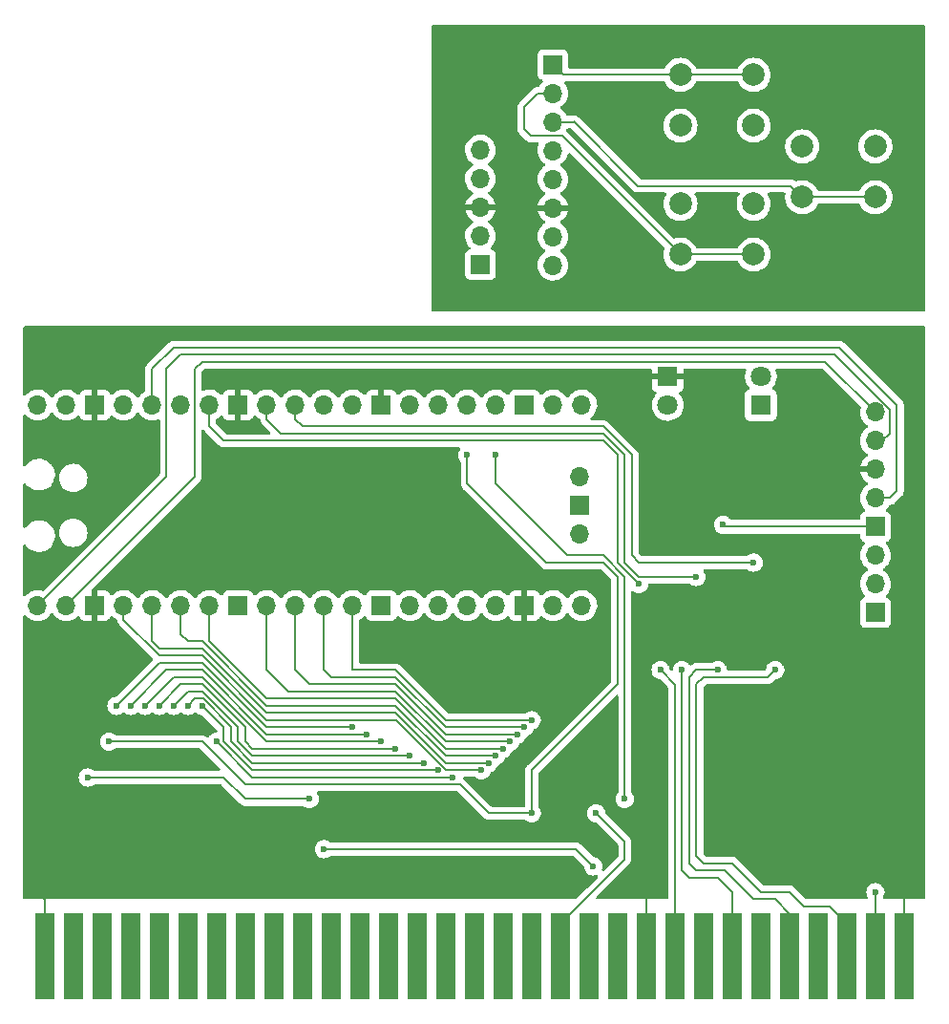
<source format=gbr>
%TF.GenerationSoftware,KiCad,Pcbnew,(6.0.5)*%
%TF.CreationDate,2022-06-17T21:55:06-05:00*%
%TF.ProjectId,ISA card rev2,49534120-6361-4726-9420-726576322e6b,rev?*%
%TF.SameCoordinates,Original*%
%TF.FileFunction,Copper,L2,Bot*%
%TF.FilePolarity,Positive*%
%FSLAX46Y46*%
G04 Gerber Fmt 4.6, Leading zero omitted, Abs format (unit mm)*
G04 Created by KiCad (PCBNEW (6.0.5)) date 2022-06-17 21:55:06*
%MOMM*%
%LPD*%
G01*
G04 APERTURE LIST*
%TA.AperFunction,ComponentPad*%
%ADD10O,1.700000X1.700000*%
%TD*%
%TA.AperFunction,ComponentPad*%
%ADD11R,1.700000X1.700000*%
%TD*%
%TA.AperFunction,ComponentPad*%
%ADD12C,2.000000*%
%TD*%
%TA.AperFunction,ConnectorPad*%
%ADD13R,1.780000X7.620000*%
%TD*%
%TA.AperFunction,ComponentPad*%
%ADD14R,1.800000X1.800000*%
%TD*%
%TA.AperFunction,ComponentPad*%
%ADD15C,1.800000*%
%TD*%
%TA.AperFunction,ViaPad*%
%ADD16C,0.600000*%
%TD*%
%TA.AperFunction,Conductor*%
%ADD17C,0.200000*%
%TD*%
%TA.AperFunction,Conductor*%
%ADD18C,0.127000*%
%TD*%
G04 APERTURE END LIST*
D10*
%TO.P,U5,43,SWDIO*%
%TO.N,unconnected-(U5-Pad43)*%
X149630000Y-101600000D03*
D11*
%TO.P,U5,42,GND*%
%TO.N,unconnected-(U5-Pad42)*%
X149630000Y-104140000D03*
D10*
%TO.P,U5,41,SWCLK*%
%TO.N,unconnected-(U5-Pad41)*%
X149630000Y-106680000D03*
%TO.P,U5,40,VBUS*%
%TO.N,unconnected-(U5-Pad40)*%
X101600000Y-95250000D03*
%TO.P,U5,39,VSYS*%
%TO.N,+5V*%
X104140000Y-95250000D03*
D11*
%TO.P,U5,38,GND*%
%TO.N,GND*%
X106680000Y-95250000D03*
D10*
%TO.P,U5,37,3V3_EN*%
%TO.N,unconnected-(U5-Pad37)*%
X109220000Y-95250000D03*
%TO.P,U5,36,3V3*%
%TO.N,+3V3*%
X111760000Y-95250000D03*
%TO.P,U5,35,ADC_VREF*%
%TO.N,unconnected-(U5-Pad35)*%
X114300000Y-95250000D03*
%TO.P,U5,34,GPIO28_ADC2*%
%TO.N,/+12Vmon*%
X116840000Y-95250000D03*
D11*
%TO.P,U5,33,AGND*%
%TO.N,GND*%
X119380000Y-95250000D03*
D10*
%TO.P,U5,32,GPIO27_ADC1*%
%TO.N,/-5Vmon*%
X121920000Y-95250000D03*
%TO.P,U5,31,GPIO26_ADC0*%
%TO.N,/+5Vmon*%
X124460000Y-95250000D03*
%TO.P,U5,30,RUN*%
%TO.N,unconnected-(U5-Pad30)*%
X127000000Y-95250000D03*
%TO.P,U5,29,GPIO22*%
%TO.N,Net-(U5-Pad29)*%
X129540000Y-95250000D03*
D11*
%TO.P,U5,28,GND*%
%TO.N,GND*%
X132080000Y-95250000D03*
D10*
%TO.P,U5,27,GPIO21*%
%TO.N,Net-(U5-Pad27)*%
X134620000Y-95250000D03*
%TO.P,U5,26,GPIO20*%
%TO.N,Net-(U5-Pad26)*%
X137160000Y-95250000D03*
%TO.P,U5,25,GPIO19*%
%TO.N,/addr_byte*%
X139700000Y-95250000D03*
%TO.P,U5,24,GPIO18*%
%TO.N,/bus_ready*%
X142240000Y-95250000D03*
D11*
%TO.P,U5,23,GND*%
%TO.N,unconnected-(U5-Pad23)*%
X144780000Y-95250000D03*
D10*
%TO.P,U5,22,GPIO17*%
%TO.N,/PA7*%
X147320000Y-95250000D03*
%TO.P,U5,21,GPIO16*%
%TO.N,/PA6*%
X149860000Y-95250000D03*
%TO.P,U5,20,GPIO15*%
%TO.N,/PA5*%
X149860000Y-113030000D03*
%TO.P,U5,19,GPIO14*%
%TO.N,/PA4*%
X147320000Y-113030000D03*
D11*
%TO.P,U5,18,GND*%
%TO.N,GND*%
X144780000Y-113030000D03*
D10*
%TO.P,U5,17,GPIO13*%
%TO.N,/PA3*%
X142240000Y-113030000D03*
%TO.P,U5,16,GPIO12*%
%TO.N,/PA2*%
X139700000Y-113030000D03*
%TO.P,U5,15,GPIO11*%
%TO.N,/PA1*%
X137160000Y-113030000D03*
%TO.P,U5,14,GPIO10*%
%TO.N,/PA0*%
X134620000Y-113030000D03*
D11*
%TO.P,U5,13,GND*%
%TO.N,unconnected-(U5-Pad13)*%
X132080000Y-113030000D03*
D10*
%TO.P,U5,12,GPIO9*%
%TO.N,/PD7*%
X129540000Y-113030000D03*
%TO.P,U5,11,GPIO8*%
%TO.N,/PD6*%
X127000000Y-113030000D03*
%TO.P,U5,10,GPIO7*%
%TO.N,/PD5*%
X124460000Y-113030000D03*
%TO.P,U5,9,GPIO6*%
%TO.N,/PD4*%
X121920000Y-113030000D03*
D11*
%TO.P,U5,8,GND*%
%TO.N,unconnected-(U5-Pad8)*%
X119380000Y-113030000D03*
D10*
%TO.P,U5,7,GPIO5*%
%TO.N,/PD3*%
X116840000Y-113030000D03*
%TO.P,U5,6,GPIO4*%
%TO.N,/PD2*%
X114300000Y-113030000D03*
%TO.P,U5,5,GPIO3*%
%TO.N,/PD1*%
X111760000Y-113030000D03*
%TO.P,U5,4,GPIO2*%
%TO.N,/PD0*%
X109220000Y-113030000D03*
D11*
%TO.P,U5,3,GND*%
%TO.N,GND*%
X106680000Y-113030000D03*
D10*
%TO.P,U5,2,GPIO1*%
%TO.N,/OLED_SCL*%
X104140000Y-113030000D03*
%TO.P,U5,1,GPIO0*%
%TO.N,/OLED_SDA*%
X101600000Y-113030000D03*
%TD*%
D12*
%TO.P,SW3,1,1*%
%TO.N,Net-(SW1-Pad1)*%
X169395000Y-72335000D03*
X175895000Y-72335000D03*
%TO.P,SW3,2,2*%
%TO.N,Net-(SW3-Pad2)*%
X169395000Y-76835000D03*
X175895000Y-76835000D03*
%TD*%
%TO.P,SW2,1,1*%
%TO.N,Net-(SW1-Pad1)*%
X158600000Y-77415000D03*
X165100000Y-77415000D03*
%TO.P,SW2,2,2*%
%TO.N,Net-(SW2-Pad2)*%
X158600000Y-81915000D03*
X165100000Y-81915000D03*
%TD*%
%TO.P,SW1,1,1*%
%TO.N,Net-(SW1-Pad1)*%
X165100000Y-70485000D03*
X158600000Y-70485000D03*
%TO.P,SW1,2,2*%
%TO.N,Net-(SW1-Pad2)*%
X165100000Y-65985000D03*
X158600000Y-65985000D03*
%TD*%
D10*
%TO.P,J5,3,Pin_3*%
%TO.N,Net-(U5-Pad29)*%
X175895000Y-108565000D03*
%TO.P,J5,2,Pin_2*%
%TO.N,Net-(U5-Pad27)*%
X175895000Y-111105000D03*
D11*
%TO.P,J5,1,Pin_1*%
%TO.N,Net-(U5-Pad26)*%
X175895000Y-113645000D03*
%TD*%
%TO.P,J4,1,Pin_1*%
%TO.N,Net-(J3-Pad8)*%
X140870000Y-82810000D03*
D10*
%TO.P,J4,2,Pin_2*%
%TO.N,Net-(J3-Pad7)*%
X140870000Y-80270000D03*
%TO.P,J4,3,Pin_3*%
%TO.N,/remote_GND*%
X140870000Y-77730000D03*
%TO.P,J4,4,Pin_4*%
%TO.N,Net-(J3-Pad5)*%
X140870000Y-75190000D03*
%TO.P,J4,5,Pin_5*%
%TO.N,Net-(J3-Pad4)*%
X140870000Y-72650000D03*
%TD*%
D11*
%TO.P,J3,1,Pin_1*%
%TO.N,Net-(SW1-Pad2)*%
X147295000Y-65075000D03*
D10*
%TO.P,J3,2,Pin_2*%
%TO.N,Net-(SW2-Pad2)*%
X147295000Y-67615000D03*
%TO.P,J3,3,Pin_3*%
%TO.N,Net-(SW3-Pad2)*%
X147295000Y-70155000D03*
%TO.P,J3,4,Pin_4*%
%TO.N,Net-(J3-Pad4)*%
X147295000Y-72695000D03*
%TO.P,J3,5,Pin_5*%
%TO.N,Net-(J3-Pad5)*%
X147295000Y-75235000D03*
%TO.P,J3,6,Pin_6*%
%TO.N,/remote_GND*%
X147295000Y-77775000D03*
%TO.P,J3,7,Pin_7*%
%TO.N,Net-(J3-Pad7)*%
X147295000Y-80315000D03*
%TO.P,J3,8,Pin_8*%
%TO.N,Net-(J3-Pad8)*%
X147295000Y-82855000D03*
%TD*%
%TO.P,J2,5,Pin_5*%
%TO.N,/OLED_SCL*%
X175895000Y-95880000D03*
%TO.P,J2,4,Pin_4*%
%TO.N,/OLED_SDA*%
X175895000Y-98420000D03*
%TO.P,J2,3,Pin_3*%
%TO.N,GND*%
X175895000Y-100960000D03*
%TO.P,J2,2,Pin_2*%
%TO.N,+3V3*%
X175895000Y-103500000D03*
D11*
%TO.P,J2,1,Pin_1*%
%TO.N,+5V*%
X175895000Y-106040000D03*
%TD*%
D13*
%TO.P,J1,1,GND*%
%TO.N,GND*%
X178440000Y-144145000D03*
%TO.P,J1,2,RESET*%
%TO.N,Net-(D4-Pad2)*%
X175900000Y-144145000D03*
%TO.P,J1,3,VCC*%
%TO.N,+5V*%
X173360000Y-144145000D03*
%TO.P,J1,4,IRQ2*%
%TO.N,unconnected-(J1-Pad4)*%
X170820000Y-144145000D03*
%TO.P,J1,5,-5V*%
%TO.N,Net-(J1-Pad5)*%
X168280000Y-144145000D03*
%TO.P,J1,6,DRQ2*%
%TO.N,unconnected-(J1-Pad6)*%
X165740000Y-144145000D03*
%TO.P,J1,7,-12V*%
%TO.N,Net-(J1-Pad7)*%
X163200000Y-144145000D03*
%TO.P,J1,8,UNUSED*%
%TO.N,unconnected-(J1-Pad8)*%
X160660000Y-144145000D03*
%TO.P,J1,9,+12V*%
%TO.N,Net-(J1-Pad9)*%
X158120000Y-144145000D03*
%TO.P,J1,10,GND*%
%TO.N,GND*%
X155580000Y-144145000D03*
%TO.P,J1,11,~{SMEMW}*%
%TO.N,unconnected-(J1-Pad11)*%
X153040000Y-144145000D03*
%TO.P,J1,12,~{SMEMR}*%
%TO.N,unconnected-(J1-Pad12)*%
X150500000Y-144145000D03*
%TO.P,J1,13,~{IOW}*%
%TO.N,Net-(J1-Pad13)*%
X147960000Y-144145000D03*
%TO.P,J1,14,~{IOR}*%
%TO.N,unconnected-(J1-Pad14)*%
X145420000Y-144145000D03*
%TO.P,J1,15,~{DACK3}*%
%TO.N,unconnected-(J1-Pad15)*%
X142880000Y-144145000D03*
%TO.P,J1,16,DRQ3*%
%TO.N,unconnected-(J1-Pad16)*%
X140340000Y-144145000D03*
%TO.P,J1,17,~{DACK1}*%
%TO.N,unconnected-(J1-Pad17)*%
X137800000Y-144145000D03*
%TO.P,J1,18,DRQ1*%
%TO.N,unconnected-(J1-Pad18)*%
X135260000Y-144145000D03*
%TO.P,J1,19,~{DACK0}*%
%TO.N,unconnected-(J1-Pad19)*%
X132720000Y-144145000D03*
%TO.P,J1,20,CLK*%
%TO.N,unconnected-(J1-Pad20)*%
X130180000Y-144145000D03*
%TO.P,J1,21,IRQ7*%
%TO.N,unconnected-(J1-Pad21)*%
X127640000Y-144145000D03*
%TO.P,J1,22,IRQ6*%
%TO.N,unconnected-(J1-Pad22)*%
X125100000Y-144145000D03*
%TO.P,J1,23,IRQ5*%
%TO.N,unconnected-(J1-Pad23)*%
X122560000Y-144145000D03*
%TO.P,J1,24,IRQ4*%
%TO.N,unconnected-(J1-Pad24)*%
X120020000Y-144145000D03*
%TO.P,J1,25,IRQ3*%
%TO.N,unconnected-(J1-Pad25)*%
X117480000Y-144145000D03*
%TO.P,J1,26,~{DACK2}*%
%TO.N,unconnected-(J1-Pad26)*%
X114940000Y-144145000D03*
%TO.P,J1,27,TC*%
%TO.N,unconnected-(J1-Pad27)*%
X112400000Y-144145000D03*
%TO.P,J1,28,ALE*%
%TO.N,unconnected-(J1-Pad28)*%
X109860000Y-144145000D03*
%TO.P,J1,29,VCC*%
%TO.N,unconnected-(J1-Pad29)*%
X107320000Y-144145000D03*
%TO.P,J1,30,OSC*%
%TO.N,unconnected-(J1-Pad30)*%
X104780000Y-144145000D03*
%TO.P,J1,31,GND*%
%TO.N,GND*%
X102240000Y-144145000D03*
%TD*%
D14*
%TO.P,D4,1,K*%
%TO.N,Net-(D4-Pad1)*%
X165735000Y-95255000D03*
D15*
%TO.P,D4,2,A*%
%TO.N,Net-(D4-Pad2)*%
X165735000Y-92715000D03*
%TD*%
D14*
%TO.P,D1,1,K*%
%TO.N,GND*%
X157480000Y-92705000D03*
D15*
%TO.P,D1,2,A*%
%TO.N,Net-(D1-Pad2)*%
X157480000Y-95245000D03*
%TD*%
D16*
%TO.N,GND*%
X174752000Y-136652000D03*
X101092000Y-131572000D03*
%TO.N,+3V3*%
X150876000Y-136144000D03*
%TO.N,GND*%
X155575000Y-138430000D03*
X139700000Y-137160000D03*
X165100000Y-107315000D03*
X156210000Y-106045000D03*
X161290000Y-132080000D03*
X143510000Y-130175000D03*
X146685000Y-131445000D03*
X171450000Y-137160000D03*
X117475000Y-132080000D03*
%TO.N,/addr_byte*%
X139700000Y-99695000D03*
%TO.N,/bus_ready*%
X142240000Y-99695000D03*
X153670000Y-130175000D03*
%TO.N,/PD0*%
X140970000Y-127635000D03*
%TO.N,/PD1*%
X141605000Y-127000000D03*
%TO.N,/PD2*%
X142240000Y-126365000D03*
%TO.N,/PD3*%
X142875000Y-125730000D03*
%TO.N,/PD4*%
X143510000Y-125095000D03*
%TO.N,/PD5*%
X144145000Y-124460000D03*
%TO.N,/PD6*%
X144780000Y-123825000D03*
%TO.N,/PD7*%
X145415000Y-123190000D03*
%TO.N,Net-(J1-Pad13)*%
X151130000Y-131445000D03*
%TO.N,+3V3*%
X127000000Y-134620000D03*
X125730000Y-130175000D03*
X106045000Y-128270000D03*
%TO.N,/addr_byte*%
X107950000Y-125095000D03*
X145415000Y-131445000D03*
%TO.N,+5V*%
X162382500Y-105867500D03*
X167005000Y-118745000D03*
%TO.N,Net-(J1-Pad5)*%
X161925000Y-118745000D03*
%TO.N,Net-(J1-Pad7)*%
X158750000Y-118745000D03*
%TO.N,Net-(J1-Pad9)*%
X156845000Y-118745000D03*
%TO.N,Net-(D4-Pad2)*%
X175895000Y-138430000D03*
%TO.N,/-5Vmon*%
X160020000Y-110490000D03*
%TO.N,/+12Vmon*%
X154940000Y-111125000D03*
%TO.N,/+5Vmon*%
X165100000Y-109220000D03*
%TO.N,/PA0*%
X108585000Y-121920000D03*
%TO.N,/PA1*%
X109855000Y-121920000D03*
%TO.N,/PA2*%
X111125000Y-121920000D03*
%TO.N,/PA3*%
X112395000Y-121920000D03*
%TO.N,/PA4*%
X113665000Y-121920000D03*
%TO.N,/PA5*%
X114935000Y-121920000D03*
%TO.N,/PA6*%
X116205000Y-121920000D03*
%TO.N,/PA7*%
X117475000Y-125095000D03*
%TO.N,/PA0*%
X129540000Y-123825000D03*
%TO.N,/PA1*%
X130810000Y-124460000D03*
%TO.N,/PA2*%
X132080000Y-125095000D03*
%TO.N,/PA3*%
X133350000Y-125730000D03*
%TO.N,/PA4*%
X134620000Y-126365000D03*
%TO.N,/PA5*%
X135890000Y-127000000D03*
%TO.N,/PA6*%
X137160000Y-127635000D03*
%TO.N,/PA7*%
X138430000Y-128270000D03*
%TD*%
D17*
%TO.N,GND*%
X176657000Y-136652000D02*
X174752000Y-136652000D01*
X178435000Y-138430000D02*
X176657000Y-136652000D01*
X100965000Y-131699000D02*
X101092000Y-131572000D01*
X100965000Y-137795000D02*
X100965000Y-131699000D01*
X102240000Y-139070000D02*
X100965000Y-137795000D01*
X102240000Y-144145000D02*
X102240000Y-139070000D01*
%TO.N,+3V3*%
X149352000Y-134620000D02*
X150876000Y-136144000D01*
X127000000Y-134620000D02*
X149352000Y-134620000D01*
%TO.N,GND*%
X155575000Y-139065000D02*
X155575000Y-138430000D01*
X155580000Y-139070000D02*
X155575000Y-139065000D01*
X155580000Y-144145000D02*
X155580000Y-139070000D01*
X178435000Y-140130000D02*
X178435000Y-138430000D01*
X178440000Y-140135000D02*
X178435000Y-140130000D01*
X178440000Y-144145000D02*
X178440000Y-140135000D01*
D18*
%TO.N,Net-(SW3-Pad2)*%
X154845000Y-75835000D02*
X149150000Y-70140000D01*
X149150000Y-70140000D02*
X149135000Y-70155000D01*
X149135000Y-70155000D02*
X147295000Y-70155000D01*
X168395000Y-75835000D02*
X154845000Y-75835000D01*
X169395000Y-76835000D02*
X168395000Y-75835000D01*
X175895000Y-76835000D02*
X169395000Y-76835000D01*
%TO.N,Net-(SW2-Pad2)*%
X165100000Y-81915000D02*
X158600000Y-81915000D01*
%TO.N,Net-(SW1-Pad2)*%
X165100000Y-65985000D02*
X158600000Y-65985000D01*
X148205000Y-65985000D02*
X147295000Y-65075000D01*
X158600000Y-65985000D02*
X148205000Y-65985000D01*
%TO.N,Net-(SW2-Pad2)*%
X145960000Y-67615000D02*
X147295000Y-67615000D01*
X144705000Y-68870000D02*
X145960000Y-67615000D01*
X144705000Y-70775000D02*
X144705000Y-68870000D01*
X148095000Y-71410000D02*
X145340000Y-71410000D01*
X145340000Y-71410000D02*
X144705000Y-70775000D01*
X158600000Y-81915000D02*
X148095000Y-71410000D01*
%TO.N,/addr_byte*%
X146685000Y-109220000D02*
X139700000Y-102235000D01*
X139700000Y-102235000D02*
X139700000Y-99695000D01*
X151765000Y-109220000D02*
X146685000Y-109220000D01*
X153035000Y-120015000D02*
X153035000Y-110490000D01*
X145415000Y-127635000D02*
X153035000Y-120015000D01*
X153035000Y-110490000D02*
X151765000Y-109220000D01*
X145415000Y-131445000D02*
X145415000Y-127635000D01*
%TO.N,/bus_ready*%
X142240000Y-102235000D02*
X142240000Y-99695000D01*
X148590000Y-108585000D02*
X142240000Y-102235000D01*
X151765000Y-108585000D02*
X148590000Y-108585000D01*
X153670000Y-110490000D02*
X151765000Y-108585000D01*
X153670000Y-130175000D02*
X153670000Y-110490000D01*
%TO.N,/PD0*%
X137852982Y-127635000D02*
X140970000Y-127635000D01*
X137823991Y-127606009D02*
X137852982Y-127635000D01*
X137823991Y-127606009D02*
X133407981Y-123190000D01*
X137852981Y-127635000D02*
X137823991Y-127606009D01*
%TO.N,/PD1*%
X137795000Y-127000000D02*
X141605000Y-127000000D01*
%TO.N,/PD2*%
X137795000Y-126365000D02*
X142240000Y-126365000D01*
%TO.N,/PD3*%
X137795000Y-125730000D02*
X142875000Y-125730000D01*
%TO.N,/PD4*%
X137795000Y-125095000D02*
X143510000Y-125095000D01*
%TO.N,/PD5*%
X137795000Y-124460000D02*
X144145000Y-124460000D01*
%TO.N,/PD6*%
X144780000Y-123825000D02*
X137795000Y-123825000D01*
%TO.N,/PD7*%
X133350000Y-118745000D02*
X137795000Y-123190000D01*
X129540000Y-118745000D02*
X133350000Y-118745000D01*
X137795000Y-123190000D02*
X145415000Y-123190000D01*
X129540000Y-113030000D02*
X129540000Y-118745000D01*
%TO.N,Net-(J1-Pad13)*%
X153670000Y-133985000D02*
X151130000Y-131445000D01*
X147960000Y-141225000D02*
X153670000Y-135515000D01*
X147960000Y-144145000D02*
X147960000Y-141225000D01*
X153670000Y-135515000D02*
X153670000Y-133985000D01*
%TO.N,/PD3*%
X121920000Y-121285000D02*
X116840000Y-116205000D01*
X116840000Y-116205000D02*
X116840000Y-113030000D01*
D17*
%TO.N,+3V3*%
X120015000Y-130175000D02*
X125730000Y-130175000D01*
X118110000Y-128270000D02*
X120015000Y-130175000D01*
X106045000Y-128270000D02*
X118110000Y-128270000D01*
D18*
%TO.N,/addr_byte*%
X141605000Y-131445000D02*
X145415000Y-131445000D01*
X120015000Y-128905000D02*
X139065000Y-128905000D01*
X139065000Y-128905000D02*
X141605000Y-131445000D01*
X116205000Y-125095000D02*
X120015000Y-128905000D01*
X107950000Y-125095000D02*
X116205000Y-125095000D01*
D17*
%TO.N,+3V3*%
X177165000Y-103505000D02*
X177160000Y-103500000D01*
X177800000Y-102870000D02*
X177165000Y-103505000D01*
X177160000Y-103500000D02*
X175895000Y-103500000D01*
X113665000Y-90170000D02*
X172720000Y-90170000D01*
X172720000Y-90170000D02*
X177800000Y-95250000D01*
X111760000Y-95250000D02*
X111760000Y-92075000D01*
X111760000Y-92075000D02*
X113665000Y-90170000D01*
X177800000Y-95250000D02*
X177800000Y-102870000D01*
D18*
%TO.N,/OLED_SDA*%
X176535000Y-98420000D02*
X175895000Y-98420000D01*
X177165000Y-97790000D02*
X176535000Y-98420000D01*
X177165000Y-95679201D02*
X177165000Y-97790000D01*
X114300000Y-90805000D02*
X172290799Y-90805000D01*
X113030000Y-92075000D02*
X114300000Y-90805000D01*
X172290799Y-90805000D02*
X177165000Y-95679201D01*
X113030000Y-101600000D02*
X113030000Y-92075000D01*
X101600000Y-113030000D02*
X113030000Y-101600000D01*
%TO.N,/OLED_SCL*%
X171455000Y-91440000D02*
X175895000Y-95880000D01*
X115570000Y-92075000D02*
X116205000Y-91440000D01*
X116205000Y-91440000D02*
X171455000Y-91440000D01*
X115570000Y-101600000D02*
X115570000Y-92075000D01*
X104140000Y-113030000D02*
X115570000Y-101600000D01*
D17*
%TO.N,+5V*%
X162555000Y-106040000D02*
X175895000Y-106040000D01*
X162382500Y-105867500D02*
X162555000Y-106040000D01*
X173360000Y-141225000D02*
X173360000Y-144145000D01*
X171835000Y-139700000D02*
X173360000Y-141225000D01*
X169545000Y-139700000D02*
X171835000Y-139700000D01*
X168275000Y-138430000D02*
X169545000Y-139700000D01*
X165735000Y-138430000D02*
X168275000Y-138430000D01*
X163195000Y-135890000D02*
X165735000Y-138430000D01*
X160655000Y-135890000D02*
X163195000Y-135890000D01*
X160020000Y-135255000D02*
X160655000Y-135890000D01*
X160020000Y-120015000D02*
X160020000Y-135255000D01*
X160655000Y-119380000D02*
X160020000Y-120015000D01*
X166370000Y-119380000D02*
X160655000Y-119380000D01*
X167005000Y-118745000D02*
X166370000Y-119380000D01*
%TO.N,Net-(J1-Pad5)*%
X168280000Y-140340000D02*
X168280000Y-144145000D01*
X167005000Y-139065000D02*
X168280000Y-140340000D01*
X165100000Y-139065000D02*
X167005000Y-139065000D01*
X162560000Y-136525000D02*
X165100000Y-139065000D01*
X160020000Y-136525000D02*
X162560000Y-136525000D01*
X159385000Y-135890000D02*
X160020000Y-136525000D01*
X159385000Y-119380000D02*
X159385000Y-135890000D01*
X160020000Y-118745000D02*
X159385000Y-119380000D01*
X161925000Y-118745000D02*
X160020000Y-118745000D01*
%TO.N,Net-(J1-Pad7)*%
X163200000Y-138435000D02*
X163200000Y-144145000D01*
X161925000Y-137160000D02*
X163200000Y-138435000D01*
X158750000Y-136525000D02*
X159385000Y-137160000D01*
X159385000Y-137160000D02*
X161925000Y-137160000D01*
X158750000Y-118745000D02*
X158750000Y-136525000D01*
%TO.N,Net-(J1-Pad9)*%
X156845000Y-118745000D02*
X158120000Y-120020000D01*
X158120000Y-120020000D02*
X158120000Y-144145000D01*
D18*
%TO.N,Net-(D4-Pad2)*%
X175900000Y-138435000D02*
X175900000Y-144145000D01*
X175895000Y-138430000D02*
X175900000Y-138435000D01*
%TO.N,/+5Vmon*%
X154940000Y-109220000D02*
X165100000Y-109220000D01*
X154305000Y-99695000D02*
X154305000Y-108585000D01*
X154305000Y-108585000D02*
X154940000Y-109220000D01*
X151765000Y-97155000D02*
X154305000Y-99695000D01*
X125095000Y-97155000D02*
X151765000Y-97155000D01*
X124460000Y-95250000D02*
X124460000Y-96520000D01*
X124460000Y-96520000D02*
X125095000Y-97155000D01*
%TO.N,/-5Vmon*%
X123190000Y-97790000D02*
X121920000Y-96520000D01*
X121920000Y-96520000D02*
X121920000Y-95250000D01*
X153670000Y-99695000D02*
X151765000Y-97790000D01*
X151765000Y-97790000D02*
X123190000Y-97790000D01*
X154940000Y-110490000D02*
X153670000Y-109220000D01*
X160020000Y-110490000D02*
X154940000Y-110490000D01*
X153670000Y-109220000D02*
X153670000Y-99695000D01*
%TO.N,/+12Vmon*%
X116840000Y-97155000D02*
X116840000Y-95250000D01*
X153035000Y-99695000D02*
X151765000Y-98425000D01*
X151765000Y-98425000D02*
X118110000Y-98425000D01*
X153035000Y-109220000D02*
X153035000Y-99695000D01*
X154940000Y-111125000D02*
X153035000Y-109220000D01*
X118110000Y-98425000D02*
X116840000Y-97155000D01*
%TO.N,/PD6*%
X137795000Y-123825000D02*
X133350000Y-119380000D01*
X127635000Y-119380000D02*
X127000000Y-118745000D01*
X133350000Y-119380000D02*
X127635000Y-119380000D01*
X127000000Y-118745000D02*
X127000000Y-113030000D01*
%TO.N,/PD5*%
X124460000Y-118745000D02*
X124460000Y-113030000D01*
X125730000Y-120015000D02*
X124460000Y-118745000D01*
X133350000Y-120015000D02*
X125730000Y-120015000D01*
%TO.N,/PD4*%
X123825000Y-120650000D02*
X121920000Y-118745000D01*
X121920000Y-118745000D02*
X121920000Y-113030000D01*
X133350000Y-120650000D02*
X123825000Y-120650000D01*
%TO.N,/PD2*%
X114300000Y-115570000D02*
X114300000Y-113030000D01*
X114935000Y-116205000D02*
X114300000Y-115570000D01*
X116205000Y-116205000D02*
X114935000Y-116205000D01*
X121920000Y-121920000D02*
X116205000Y-116205000D01*
%TO.N,/PD1*%
X112395000Y-116840000D02*
X111760000Y-116205000D01*
X111760000Y-116205000D02*
X111760000Y-113030000D01*
%TO.N,/PD0*%
X109220000Y-114300000D02*
X109220000Y-113030000D01*
X112395000Y-117475000D02*
X109220000Y-114300000D01*
%TO.N,/PD5*%
X137795000Y-124460000D02*
X133350000Y-120015000D01*
%TO.N,/PD4*%
X137795000Y-125095000D02*
X133350000Y-120650000D01*
%TO.N,/PD3*%
X137795000Y-125730000D02*
X133350000Y-121285000D01*
X133350000Y-121285000D02*
X121920000Y-121285000D01*
%TO.N,/PD2*%
X133350000Y-121920000D02*
X121920000Y-121920000D01*
X137795000Y-126365000D02*
X133350000Y-121920000D01*
%TO.N,/PD1*%
X116205000Y-116840000D02*
X112395000Y-116840000D01*
X133350000Y-122555000D02*
X121920000Y-122555000D01*
X137795000Y-127000000D02*
X133350000Y-122555000D01*
X121920000Y-122555000D02*
X116205000Y-116840000D01*
%TO.N,/PD0*%
X121920000Y-123190000D02*
X116205000Y-117475000D01*
X133407981Y-123190000D02*
X121920000Y-123190000D01*
X116205000Y-117475000D02*
X112395000Y-117475000D01*
%TO.N,/PA0*%
X121920000Y-123825000D02*
X129540000Y-123825000D01*
X112395000Y-118110000D02*
X116205000Y-118110000D01*
X116205000Y-118110000D02*
X121920000Y-123825000D01*
X108585000Y-121920000D02*
X112395000Y-118110000D01*
%TO.N,/PA1*%
X121920000Y-124460000D02*
X130810000Y-124460000D01*
X116205000Y-118745000D02*
X121920000Y-124460000D01*
X113030000Y-118745000D02*
X116205000Y-118745000D01*
X109855000Y-121920000D02*
X113030000Y-118745000D01*
%TO.N,/PA2*%
X121920000Y-125095000D02*
X132080000Y-125095000D01*
X116205000Y-119380000D02*
X121920000Y-125095000D01*
X113665000Y-119380000D02*
X116205000Y-119380000D01*
X111125000Y-121920000D02*
X113665000Y-119380000D01*
%TO.N,/PA3*%
X120650000Y-125730000D02*
X133350000Y-125730000D01*
X120015000Y-125095000D02*
X120650000Y-125730000D01*
X114300000Y-120015000D02*
X116205000Y-120015000D01*
X120015000Y-123825000D02*
X120015000Y-125095000D01*
X116205000Y-120015000D02*
X120015000Y-123825000D01*
X112395000Y-121920000D02*
X114300000Y-120015000D01*
%TO.N,/PA4*%
X119380000Y-123825000D02*
X119380000Y-125095000D01*
X116205000Y-120650000D02*
X119380000Y-123825000D01*
X119380000Y-125095000D02*
X120650000Y-126365000D01*
X120650000Y-126365000D02*
X134620000Y-126365000D01*
X113665000Y-121920000D02*
X114935000Y-120650000D01*
X114935000Y-120650000D02*
X116205000Y-120650000D01*
%TO.N,/PA5*%
X118745000Y-123767019D02*
X118745000Y-125095000D01*
X118745000Y-125095000D02*
X120650000Y-127000000D01*
X120650000Y-127000000D02*
X135890000Y-127000000D01*
X116262981Y-121285000D02*
X118745000Y-123767019D01*
X115570000Y-121285000D02*
X116262981Y-121285000D01*
X114935000Y-121920000D02*
X115570000Y-121285000D01*
%TO.N,/PA6*%
X120650000Y-127635000D02*
X137160000Y-127635000D01*
X118110000Y-125095000D02*
X120650000Y-127635000D01*
X118110000Y-123825000D02*
X118110000Y-125095000D01*
X116205000Y-121920000D02*
X118110000Y-123825000D01*
%TO.N,/PA7*%
X120650000Y-128270000D02*
X138430000Y-128270000D01*
X117475000Y-125095000D02*
X120650000Y-128270000D01*
%TD*%
%TA.AperFunction,Conductor*%
%TO.N,GND*%
G36*
X180282121Y-88285002D02*
G01*
X180328614Y-88338658D01*
X180340000Y-88391000D01*
X180340000Y-138939000D01*
X180319998Y-139007121D01*
X180266342Y-139053614D01*
X180214000Y-139065000D01*
X176678830Y-139065000D01*
X176610709Y-139044998D01*
X176564216Y-138991342D01*
X176554112Y-138921068D01*
X176573882Y-138869273D01*
X176614742Y-138807773D01*
X176618643Y-138801902D01*
X176683055Y-138632338D01*
X176684035Y-138625366D01*
X176707748Y-138456639D01*
X176707748Y-138456636D01*
X176708299Y-138452717D01*
X176708616Y-138430000D01*
X176688397Y-138249745D01*
X176686080Y-138243091D01*
X176631064Y-138085106D01*
X176631062Y-138085103D01*
X176628745Y-138078448D01*
X176561933Y-137971526D01*
X176536359Y-137930598D01*
X176532626Y-137924624D01*
X176503522Y-137895316D01*
X176409778Y-137800915D01*
X176409774Y-137800912D01*
X176404815Y-137795918D01*
X176393697Y-137788862D01*
X176338630Y-137753916D01*
X176251666Y-137698727D01*
X176222463Y-137688328D01*
X176087425Y-137640243D01*
X176087420Y-137640242D01*
X176080790Y-137637881D01*
X176073802Y-137637048D01*
X176073799Y-137637047D01*
X175950698Y-137622368D01*
X175900680Y-137616404D01*
X175893677Y-137617140D01*
X175893676Y-137617140D01*
X175727288Y-137634628D01*
X175727286Y-137634629D01*
X175720288Y-137635364D01*
X175548579Y-137693818D01*
X175542575Y-137697512D01*
X175400095Y-137785166D01*
X175400092Y-137785168D01*
X175394088Y-137788862D01*
X175389053Y-137793793D01*
X175389050Y-137793795D01*
X175269525Y-137910843D01*
X175264493Y-137915771D01*
X175166235Y-138068238D01*
X175163826Y-138074858D01*
X175163824Y-138074861D01*
X175106606Y-138232066D01*
X175104197Y-138238685D01*
X175081463Y-138418640D01*
X175099163Y-138599160D01*
X175156418Y-138771273D01*
X175160065Y-138777295D01*
X175160066Y-138777297D01*
X175218467Y-138873729D01*
X175236646Y-138942359D01*
X175214835Y-139009922D01*
X175159959Y-139054968D01*
X175110691Y-139065000D01*
X169822739Y-139065000D01*
X169754618Y-139044998D01*
X169733644Y-139028095D01*
X168739315Y-138033766D01*
X168728448Y-138021375D01*
X168714013Y-138002563D01*
X168708987Y-137996013D01*
X168677075Y-137971526D01*
X168677072Y-137971523D01*
X168623738Y-137930598D01*
X168588429Y-137903504D01*
X168588427Y-137903503D01*
X168581876Y-137898476D01*
X168433851Y-137837162D01*
X168425664Y-137836084D01*
X168425663Y-137836084D01*
X168414458Y-137834609D01*
X168383262Y-137830502D01*
X168314885Y-137821500D01*
X168314882Y-137821500D01*
X168314874Y-137821499D01*
X168283189Y-137817328D01*
X168275000Y-137816250D01*
X168243307Y-137820422D01*
X168226864Y-137821500D01*
X166039239Y-137821500D01*
X165971118Y-137801498D01*
X165950144Y-137784595D01*
X163659315Y-135493766D01*
X163648448Y-135481375D01*
X163634013Y-135462563D01*
X163628987Y-135456013D01*
X163597075Y-135431526D01*
X163597072Y-135431523D01*
X163501876Y-135358476D01*
X163353851Y-135297162D01*
X163345664Y-135296084D01*
X163345663Y-135296084D01*
X163334458Y-135294609D01*
X163303262Y-135290502D01*
X163234885Y-135281500D01*
X163234882Y-135281500D01*
X163234874Y-135281499D01*
X163203189Y-135277328D01*
X163195000Y-135276250D01*
X163163307Y-135280422D01*
X163146864Y-135281500D01*
X160959239Y-135281500D01*
X160891118Y-135261498D01*
X160870144Y-135244595D01*
X160665405Y-135039856D01*
X160631379Y-134977544D01*
X160628500Y-134950761D01*
X160628500Y-120319239D01*
X160648502Y-120251118D01*
X160665405Y-120230144D01*
X160870144Y-120025405D01*
X160932456Y-119991379D01*
X160959239Y-119988500D01*
X166321864Y-119988500D01*
X166338307Y-119989578D01*
X166370000Y-119993750D01*
X166378189Y-119992672D01*
X166409874Y-119988501D01*
X166409884Y-119988500D01*
X166409885Y-119988500D01*
X166509457Y-119975391D01*
X166520664Y-119973916D01*
X166520666Y-119973915D01*
X166528851Y-119972838D01*
X166676876Y-119911524D01*
X166772072Y-119838477D01*
X166772075Y-119838474D01*
X166803987Y-119813987D01*
X166809017Y-119807432D01*
X166823452Y-119788621D01*
X166834319Y-119776230D01*
X167026282Y-119584267D01*
X167088594Y-119550241D01*
X167103955Y-119547881D01*
X167168600Y-119541998D01*
X167175302Y-119539820D01*
X167175304Y-119539820D01*
X167334409Y-119488124D01*
X167334412Y-119488123D01*
X167341108Y-119485947D01*
X167446706Y-119422998D01*
X167490860Y-119396677D01*
X167490862Y-119396676D01*
X167496912Y-119393069D01*
X167628266Y-119267982D01*
X167728643Y-119116902D01*
X167793055Y-118947338D01*
X167794035Y-118940366D01*
X167817748Y-118771639D01*
X167817748Y-118771636D01*
X167818299Y-118767717D01*
X167818502Y-118753188D01*
X167818561Y-118748962D01*
X167818561Y-118748957D01*
X167818616Y-118745000D01*
X167798397Y-118564745D01*
X167796080Y-118558091D01*
X167741064Y-118400106D01*
X167741062Y-118400103D01*
X167738745Y-118393448D01*
X167700302Y-118331926D01*
X167646359Y-118245598D01*
X167646356Y-118245594D01*
X167642626Y-118239624D01*
X167591086Y-118187723D01*
X167519778Y-118115915D01*
X167519774Y-118115912D01*
X167514815Y-118110918D01*
X167503697Y-118103862D01*
X167414096Y-118047000D01*
X167361666Y-118013727D01*
X167332463Y-118003328D01*
X167197425Y-117955243D01*
X167197420Y-117955242D01*
X167190790Y-117952881D01*
X167183802Y-117952048D01*
X167183799Y-117952047D01*
X167060698Y-117937368D01*
X167010680Y-117931404D01*
X167003677Y-117932140D01*
X167003676Y-117932140D01*
X166837288Y-117949628D01*
X166837286Y-117949629D01*
X166830288Y-117950364D01*
X166658579Y-118008818D01*
X166652575Y-118012512D01*
X166510095Y-118100166D01*
X166510092Y-118100168D01*
X166504088Y-118103862D01*
X166499053Y-118108793D01*
X166499050Y-118108795D01*
X166379525Y-118225843D01*
X166374493Y-118230771D01*
X166276235Y-118383238D01*
X166273826Y-118389858D01*
X166273824Y-118389861D01*
X166217367Y-118544975D01*
X166214197Y-118553685D01*
X166213314Y-118560675D01*
X166202025Y-118650034D01*
X166173643Y-118715111D01*
X166166114Y-118723337D01*
X166154856Y-118734595D01*
X166092544Y-118768621D01*
X166065761Y-118771500D01*
X162854246Y-118771500D01*
X162786125Y-118751498D01*
X162739632Y-118697842D01*
X162729031Y-118659546D01*
X162719182Y-118571743D01*
X162718397Y-118564745D01*
X162716080Y-118558091D01*
X162661064Y-118400106D01*
X162661062Y-118400103D01*
X162658745Y-118393448D01*
X162620302Y-118331926D01*
X162566359Y-118245598D01*
X162566356Y-118245594D01*
X162562626Y-118239624D01*
X162511086Y-118187723D01*
X162439778Y-118115915D01*
X162439774Y-118115912D01*
X162434815Y-118110918D01*
X162423697Y-118103862D01*
X162334096Y-118047000D01*
X162281666Y-118013727D01*
X162252463Y-118003328D01*
X162117425Y-117955243D01*
X162117420Y-117955242D01*
X162110790Y-117952881D01*
X162103802Y-117952048D01*
X162103799Y-117952047D01*
X161980698Y-117937368D01*
X161930680Y-117931404D01*
X161923677Y-117932140D01*
X161923676Y-117932140D01*
X161757288Y-117949628D01*
X161757286Y-117949629D01*
X161750288Y-117950364D01*
X161578579Y-118008818D01*
X161424088Y-118103862D01*
X161419054Y-118108791D01*
X161417776Y-118109790D01*
X161351782Y-118135967D01*
X161340204Y-118136500D01*
X160068144Y-118136500D01*
X160051698Y-118135422D01*
X160028188Y-118132327D01*
X160020000Y-118131249D01*
X159861149Y-118152162D01*
X159713124Y-118213476D01*
X159617929Y-118286522D01*
X159617925Y-118286526D01*
X159617920Y-118286530D01*
X159592121Y-118306326D01*
X159525901Y-118331926D01*
X159456352Y-118317661D01*
X159408565Y-118273134D01*
X159387626Y-118239624D01*
X159336086Y-118187723D01*
X159264778Y-118115915D01*
X159264774Y-118115912D01*
X159259815Y-118110918D01*
X159248697Y-118103862D01*
X159159096Y-118047000D01*
X159106666Y-118013727D01*
X159077463Y-118003328D01*
X158942425Y-117955243D01*
X158942420Y-117955242D01*
X158935790Y-117952881D01*
X158928802Y-117952048D01*
X158928799Y-117952047D01*
X158805698Y-117937368D01*
X158755680Y-117931404D01*
X158748677Y-117932140D01*
X158748676Y-117932140D01*
X158582288Y-117949628D01*
X158582286Y-117949629D01*
X158575288Y-117950364D01*
X158403579Y-118008818D01*
X158397575Y-118012512D01*
X158255095Y-118100166D01*
X158255092Y-118100168D01*
X158249088Y-118103862D01*
X158244053Y-118108793D01*
X158244050Y-118108795D01*
X158124525Y-118225843D01*
X158119493Y-118230771D01*
X158021235Y-118383238D01*
X158018826Y-118389858D01*
X158018824Y-118389861D01*
X157962367Y-118544975D01*
X157959197Y-118553685D01*
X157945824Y-118659546D01*
X157941525Y-118693572D01*
X157913143Y-118758649D01*
X157854084Y-118798050D01*
X157783097Y-118799267D01*
X157727424Y-118766875D01*
X157683888Y-118723339D01*
X157649862Y-118661027D01*
X157647768Y-118648289D01*
X157639182Y-118571744D01*
X157639182Y-118571743D01*
X157638397Y-118564745D01*
X157636080Y-118558091D01*
X157581064Y-118400106D01*
X157581062Y-118400103D01*
X157578745Y-118393448D01*
X157540302Y-118331926D01*
X157486359Y-118245598D01*
X157486356Y-118245594D01*
X157482626Y-118239624D01*
X157431086Y-118187723D01*
X157359778Y-118115915D01*
X157359774Y-118115912D01*
X157354815Y-118110918D01*
X157343697Y-118103862D01*
X157254096Y-118047000D01*
X157201666Y-118013727D01*
X157172463Y-118003328D01*
X157037425Y-117955243D01*
X157037420Y-117955242D01*
X157030790Y-117952881D01*
X157023802Y-117952048D01*
X157023799Y-117952047D01*
X156900698Y-117937368D01*
X156850680Y-117931404D01*
X156843677Y-117932140D01*
X156843676Y-117932140D01*
X156677288Y-117949628D01*
X156677286Y-117949629D01*
X156670288Y-117950364D01*
X156498579Y-118008818D01*
X156492575Y-118012512D01*
X156350095Y-118100166D01*
X156350092Y-118100168D01*
X156344088Y-118103862D01*
X156339053Y-118108793D01*
X156339050Y-118108795D01*
X156219525Y-118225843D01*
X156214493Y-118230771D01*
X156116235Y-118383238D01*
X156113826Y-118389858D01*
X156113824Y-118389861D01*
X156057367Y-118544975D01*
X156054197Y-118553685D01*
X156031463Y-118733640D01*
X156049163Y-118914160D01*
X156106418Y-119086273D01*
X156110065Y-119092295D01*
X156110066Y-119092297D01*
X156192193Y-119227905D01*
X156200380Y-119241424D01*
X156326382Y-119371902D01*
X156478159Y-119471222D01*
X156484763Y-119473678D01*
X156484765Y-119473679D01*
X156641558Y-119531990D01*
X156641560Y-119531990D01*
X156648168Y-119534448D01*
X156655153Y-119535380D01*
X156655157Y-119535381D01*
X156704750Y-119541998D01*
X156750986Y-119548167D01*
X156815862Y-119577003D01*
X156823416Y-119583965D01*
X157474595Y-120235144D01*
X157508621Y-120297456D01*
X157511500Y-120324239D01*
X157511500Y-138939000D01*
X157491498Y-139007121D01*
X157437842Y-139053614D01*
X157385500Y-139065000D01*
X151233120Y-139065000D01*
X151164999Y-139044998D01*
X151118506Y-138991342D01*
X151108402Y-138921068D01*
X151137896Y-138856488D01*
X151144025Y-138849905D01*
X151198617Y-138795314D01*
X154042119Y-135951812D01*
X154054510Y-135940945D01*
X154071405Y-135927981D01*
X154077955Y-135922955D01*
X154100971Y-135892960D01*
X154100976Y-135892955D01*
X154100988Y-135892939D01*
X154100999Y-135892926D01*
X154164612Y-135810022D01*
X154169641Y-135803468D01*
X154227277Y-135664322D01*
X154242000Y-135552492D01*
X154242000Y-135552486D01*
X154246935Y-135515000D01*
X154243078Y-135485702D01*
X154242000Y-135469256D01*
X154242000Y-134030744D01*
X154243078Y-134014298D01*
X154245857Y-133993189D01*
X154245857Y-133993188D01*
X154246935Y-133985000D01*
X154242000Y-133947514D01*
X154242000Y-133947508D01*
X154227277Y-133835678D01*
X154169641Y-133696532D01*
X154164612Y-133689978D01*
X154100999Y-133607074D01*
X154100988Y-133607061D01*
X154100976Y-133607045D01*
X154100971Y-133607040D01*
X154077955Y-133577045D01*
X154054510Y-133559055D01*
X154042119Y-133548188D01*
X151975409Y-131481478D01*
X151941383Y-131419166D01*
X151939289Y-131406428D01*
X151924182Y-131271744D01*
X151923397Y-131264745D01*
X151921080Y-131258091D01*
X151866064Y-131100106D01*
X151866062Y-131100103D01*
X151863745Y-131093448D01*
X151767626Y-130939624D01*
X151740532Y-130912340D01*
X151644778Y-130815915D01*
X151644774Y-130815912D01*
X151639815Y-130810918D01*
X151631688Y-130805760D01*
X151573630Y-130768916D01*
X151486666Y-130713727D01*
X151456094Y-130702841D01*
X151322425Y-130655243D01*
X151322420Y-130655242D01*
X151315790Y-130652881D01*
X151308802Y-130652048D01*
X151308799Y-130652047D01*
X151185698Y-130637368D01*
X151135680Y-130631404D01*
X151128677Y-130632140D01*
X151128676Y-130632140D01*
X150962288Y-130649628D01*
X150962286Y-130649629D01*
X150955288Y-130650364D01*
X150783579Y-130708818D01*
X150777575Y-130712512D01*
X150635095Y-130800166D01*
X150635092Y-130800168D01*
X150629088Y-130803862D01*
X150624053Y-130808793D01*
X150624050Y-130808795D01*
X150504525Y-130925843D01*
X150499493Y-130930771D01*
X150401235Y-131083238D01*
X150398826Y-131089858D01*
X150398824Y-131089861D01*
X150341606Y-131247066D01*
X150339197Y-131253685D01*
X150316463Y-131433640D01*
X150334163Y-131614160D01*
X150391418Y-131786273D01*
X150395065Y-131792295D01*
X150395066Y-131792297D01*
X150445758Y-131875999D01*
X150485380Y-131941424D01*
X150611382Y-132071902D01*
X150763159Y-132171222D01*
X150769763Y-132173678D01*
X150769765Y-132173679D01*
X150926558Y-132231990D01*
X150926560Y-132231990D01*
X150933168Y-132234448D01*
X151095552Y-132256115D01*
X151160428Y-132284951D01*
X151167982Y-132291913D01*
X153061095Y-134185026D01*
X153095121Y-134247338D01*
X153098000Y-134274121D01*
X153098000Y-135225879D01*
X153077998Y-135294000D01*
X153061095Y-135314974D01*
X151855652Y-136520417D01*
X151793340Y-136554443D01*
X151722525Y-136549378D01*
X151665689Y-136506831D01*
X151640878Y-136440311D01*
X151648769Y-136386578D01*
X151661555Y-136352920D01*
X151661556Y-136352918D01*
X151664055Y-136346338D01*
X151665035Y-136339366D01*
X151688748Y-136170639D01*
X151688748Y-136170636D01*
X151689299Y-136166717D01*
X151689616Y-136144000D01*
X151669397Y-135963745D01*
X151667080Y-135957091D01*
X151612064Y-135799106D01*
X151612062Y-135799103D01*
X151609745Y-135792448D01*
X151513626Y-135638624D01*
X151508664Y-135633627D01*
X151390778Y-135514915D01*
X151390774Y-135514912D01*
X151385815Y-135509918D01*
X151360364Y-135493766D01*
X151263834Y-135432507D01*
X151232666Y-135412727D01*
X151203463Y-135402328D01*
X151068425Y-135354243D01*
X151068420Y-135354242D01*
X151061790Y-135351881D01*
X151054804Y-135351048D01*
X151054800Y-135351047D01*
X150971864Y-135341158D01*
X150906591Y-135313231D01*
X150897688Y-135305139D01*
X149816315Y-134223766D01*
X149805448Y-134211375D01*
X149791013Y-134192563D01*
X149785987Y-134186013D01*
X149754075Y-134161526D01*
X149754072Y-134161523D01*
X149658876Y-134088476D01*
X149510851Y-134027162D01*
X149502664Y-134026084D01*
X149502663Y-134026084D01*
X149491458Y-134024609D01*
X149460262Y-134020502D01*
X149391885Y-134011500D01*
X149391882Y-134011500D01*
X149391874Y-134011499D01*
X149360189Y-134007328D01*
X149352000Y-134006250D01*
X149320307Y-134010422D01*
X149303864Y-134011500D01*
X127584751Y-134011500D01*
X127516630Y-133991498D01*
X127512157Y-133988276D01*
X127509815Y-133985918D01*
X127498697Y-133978862D01*
X127449290Y-133947508D01*
X127356666Y-133888727D01*
X127327463Y-133878328D01*
X127192425Y-133830243D01*
X127192420Y-133830242D01*
X127185790Y-133827881D01*
X127178802Y-133827048D01*
X127178799Y-133827047D01*
X127055698Y-133812368D01*
X127005680Y-133806404D01*
X126998677Y-133807140D01*
X126998676Y-133807140D01*
X126832288Y-133824628D01*
X126832286Y-133824629D01*
X126825288Y-133825364D01*
X126653579Y-133883818D01*
X126647575Y-133887512D01*
X126505095Y-133975166D01*
X126505092Y-133975168D01*
X126499088Y-133978862D01*
X126494053Y-133983793D01*
X126494050Y-133983795D01*
X126374525Y-134100843D01*
X126369493Y-134105771D01*
X126271235Y-134258238D01*
X126209197Y-134428685D01*
X126186463Y-134608640D01*
X126204163Y-134789160D01*
X126261418Y-134961273D01*
X126355380Y-135116424D01*
X126481382Y-135246902D01*
X126553355Y-135294000D01*
X126570378Y-135305139D01*
X126633159Y-135346222D01*
X126639763Y-135348678D01*
X126639765Y-135348679D01*
X126796558Y-135406990D01*
X126796560Y-135406990D01*
X126803168Y-135409448D01*
X126886995Y-135420633D01*
X126975980Y-135432507D01*
X126975984Y-135432507D01*
X126982961Y-135433438D01*
X126989972Y-135432800D01*
X126989976Y-135432800D01*
X127132459Y-135419832D01*
X127163600Y-135416998D01*
X127170302Y-135414820D01*
X127170304Y-135414820D01*
X127329409Y-135363124D01*
X127329412Y-135363123D01*
X127336108Y-135360947D01*
X127491912Y-135268069D01*
X127497013Y-135263212D01*
X127502626Y-135258951D01*
X127503385Y-135259952D01*
X127560090Y-135230762D01*
X127583860Y-135228500D01*
X149047761Y-135228500D01*
X149115882Y-135248502D01*
X149136856Y-135265405D01*
X150036907Y-136165456D01*
X150070933Y-136227768D01*
X150073211Y-136242256D01*
X150080163Y-136313160D01*
X150137418Y-136485273D01*
X150231380Y-136640424D01*
X150357382Y-136770902D01*
X150509159Y-136870222D01*
X150515763Y-136872678D01*
X150515765Y-136872679D01*
X150672558Y-136930990D01*
X150672560Y-136930990D01*
X150679168Y-136933448D01*
X150762995Y-136944633D01*
X150851980Y-136956507D01*
X150851984Y-136956507D01*
X150858961Y-136957438D01*
X150865972Y-136956800D01*
X150865976Y-136956800D01*
X151008459Y-136943832D01*
X151039600Y-136940998D01*
X151046300Y-136938821D01*
X151046305Y-136938820D01*
X151126275Y-136912836D01*
X151197243Y-136910809D01*
X151258041Y-136947471D01*
X151289366Y-137011184D01*
X151281272Y-137081718D01*
X151254307Y-137121762D01*
X150307832Y-138068238D01*
X149347975Y-139028095D01*
X149285663Y-139062121D01*
X149258880Y-139065000D01*
X100456000Y-139065000D01*
X100387879Y-139044998D01*
X100341386Y-138991342D01*
X100330000Y-138939000D01*
X100330000Y-113976750D01*
X100350002Y-113908629D01*
X100403658Y-113862136D01*
X100473932Y-113852032D01*
X100538512Y-113881526D01*
X100551234Y-113894249D01*
X100585845Y-113934205D01*
X100642866Y-114000032D01*
X100642869Y-114000035D01*
X100646250Y-114003938D01*
X100818126Y-114146632D01*
X101011000Y-114259338D01*
X101015825Y-114261180D01*
X101015826Y-114261181D01*
X101076707Y-114284429D01*
X101219692Y-114339030D01*
X101224760Y-114340061D01*
X101224763Y-114340062D01*
X101332017Y-114361883D01*
X101438597Y-114383567D01*
X101443772Y-114383757D01*
X101443774Y-114383757D01*
X101656673Y-114391564D01*
X101656677Y-114391564D01*
X101661837Y-114391753D01*
X101666957Y-114391097D01*
X101666959Y-114391097D01*
X101878288Y-114364025D01*
X101878289Y-114364025D01*
X101883416Y-114363368D01*
X101888366Y-114361883D01*
X102092429Y-114300661D01*
X102092434Y-114300659D01*
X102097384Y-114299174D01*
X102297994Y-114200896D01*
X102479860Y-114071173D01*
X102638096Y-113913489D01*
X102651919Y-113894253D01*
X102768453Y-113732077D01*
X102769776Y-113733028D01*
X102816645Y-113689857D01*
X102886580Y-113677625D01*
X102952026Y-113705144D01*
X102979875Y-113736994D01*
X103039987Y-113835088D01*
X103186250Y-114003938D01*
X103358126Y-114146632D01*
X103551000Y-114259338D01*
X103555825Y-114261180D01*
X103555826Y-114261181D01*
X103616707Y-114284429D01*
X103759692Y-114339030D01*
X103764760Y-114340061D01*
X103764763Y-114340062D01*
X103872017Y-114361883D01*
X103978597Y-114383567D01*
X103983772Y-114383757D01*
X103983774Y-114383757D01*
X104196673Y-114391564D01*
X104196677Y-114391564D01*
X104201837Y-114391753D01*
X104206957Y-114391097D01*
X104206959Y-114391097D01*
X104418288Y-114364025D01*
X104418289Y-114364025D01*
X104423416Y-114363368D01*
X104428366Y-114361883D01*
X104632429Y-114300661D01*
X104632434Y-114300659D01*
X104637384Y-114299174D01*
X104837994Y-114200896D01*
X105019860Y-114071173D01*
X105087331Y-114003938D01*
X105128479Y-113962933D01*
X105190851Y-113929017D01*
X105261658Y-113934205D01*
X105318419Y-113976851D01*
X105335401Y-114007954D01*
X105376676Y-114118054D01*
X105385214Y-114133649D01*
X105461715Y-114235724D01*
X105474276Y-114248285D01*
X105576351Y-114324786D01*
X105591946Y-114333324D01*
X105712394Y-114378478D01*
X105727649Y-114382105D01*
X105778514Y-114387631D01*
X105785328Y-114388000D01*
X106407885Y-114388000D01*
X106423124Y-114383525D01*
X106424329Y-114382135D01*
X106426000Y-114374452D01*
X106426000Y-111690118D01*
X106415923Y-111655800D01*
X106415923Y-111584804D01*
X106447724Y-111531206D01*
X115942114Y-102036816D01*
X115954505Y-102025949D01*
X115971402Y-102012984D01*
X115971405Y-102012981D01*
X115977955Y-102007955D01*
X116010842Y-101965097D01*
X116069641Y-101888468D01*
X116119251Y-101768699D01*
X116124118Y-101756949D01*
X116124118Y-101756948D01*
X116127277Y-101749322D01*
X116129115Y-101735359D01*
X116142000Y-101637492D01*
X116142000Y-101637486D01*
X116146935Y-101600000D01*
X116143078Y-101570702D01*
X116142000Y-101554256D01*
X116142000Y-97556145D01*
X116162002Y-97488024D01*
X116215658Y-97441531D01*
X116285932Y-97431427D01*
X116350512Y-97460921D01*
X116367962Y-97479441D01*
X116432045Y-97562955D01*
X116438595Y-97567981D01*
X116455495Y-97580949D01*
X116467886Y-97591816D01*
X117673180Y-98797110D01*
X117684047Y-98809500D01*
X117702045Y-98832955D01*
X117732045Y-98855975D01*
X117732046Y-98855976D01*
X117732063Y-98855989D01*
X117732069Y-98855994D01*
X117789892Y-98900363D01*
X117789894Y-98900364D01*
X117821532Y-98924641D01*
X117829158Y-98927800D01*
X117829160Y-98927801D01*
X117919311Y-98965142D01*
X117960678Y-98982277D01*
X117991375Y-98986318D01*
X118072497Y-98996999D01*
X118072506Y-98997000D01*
X118072509Y-98997000D01*
X118072521Y-98997001D01*
X118101811Y-99000857D01*
X118101812Y-99000857D01*
X118110000Y-99001935D01*
X118118188Y-99000857D01*
X118118189Y-99000857D01*
X118139298Y-98998078D01*
X118155744Y-98997000D01*
X138956826Y-98997000D01*
X139024947Y-99017002D01*
X139071440Y-99070658D01*
X139081544Y-99140932D01*
X139062738Y-99191253D01*
X138971235Y-99333238D01*
X138968826Y-99339858D01*
X138968824Y-99339861D01*
X138924670Y-99461173D01*
X138909197Y-99503685D01*
X138886463Y-99683640D01*
X138904163Y-99864160D01*
X138961418Y-100036273D01*
X138965065Y-100042295D01*
X138965066Y-100042297D01*
X139039960Y-100165962D01*
X139055380Y-100191424D01*
X139075357Y-100212111D01*
X139092637Y-100230005D01*
X139125569Y-100292902D01*
X139128000Y-100317532D01*
X139128000Y-102189256D01*
X139126922Y-102205702D01*
X139125749Y-102214616D01*
X139123065Y-102235000D01*
X139128000Y-102272486D01*
X139128000Y-102272492D01*
X139142723Y-102384322D01*
X139200359Y-102523468D01*
X139292045Y-102642955D01*
X139298595Y-102647981D01*
X139315495Y-102660949D01*
X139327886Y-102671816D01*
X146248180Y-109592110D01*
X146259047Y-109604500D01*
X146277045Y-109627955D01*
X146307045Y-109650975D01*
X146307046Y-109650976D01*
X146396532Y-109719641D01*
X146535678Y-109777277D01*
X146685000Y-109796936D01*
X146693188Y-109795858D01*
X146714304Y-109793078D01*
X146730751Y-109792000D01*
X151475880Y-109792000D01*
X151544001Y-109812002D01*
X151564975Y-109828905D01*
X152426095Y-110690025D01*
X152460121Y-110752337D01*
X152463000Y-110779120D01*
X152463000Y-119725880D01*
X152442998Y-119794001D01*
X152426095Y-119814975D01*
X145042886Y-127198184D01*
X145030495Y-127209051D01*
X145007045Y-127227045D01*
X144984025Y-127257045D01*
X144984024Y-127257046D01*
X144984018Y-127257053D01*
X144984015Y-127257057D01*
X144963765Y-127283448D01*
X144915359Y-127346532D01*
X144857723Y-127485678D01*
X144843000Y-127597508D01*
X144843000Y-127597514D01*
X144838065Y-127635000D01*
X144839143Y-127643188D01*
X144839143Y-127643189D01*
X144841922Y-127664298D01*
X144843000Y-127680744D01*
X144843000Y-130747000D01*
X144822998Y-130815121D01*
X144769342Y-130861614D01*
X144717000Y-130873000D01*
X141894121Y-130873000D01*
X141826000Y-130852998D01*
X141805026Y-130836095D01*
X139501816Y-128532886D01*
X139490949Y-128520495D01*
X139477984Y-128503598D01*
X139477981Y-128503595D01*
X139472955Y-128497045D01*
X139440757Y-128472338D01*
X139440750Y-128472332D01*
X139389443Y-128432963D01*
X139347575Y-128375625D01*
X139343353Y-128304754D01*
X139378117Y-128242851D01*
X139440829Y-128209570D01*
X139466146Y-128207000D01*
X140344880Y-128207000D01*
X140413001Y-128227002D01*
X140435515Y-128245472D01*
X140440209Y-128250333D01*
X140446489Y-128256836D01*
X140446493Y-128256839D01*
X140451382Y-128261902D01*
X140457278Y-128265760D01*
X140595239Y-128356039D01*
X140603159Y-128361222D01*
X140609763Y-128363678D01*
X140609765Y-128363679D01*
X140766558Y-128421990D01*
X140766560Y-128421990D01*
X140773168Y-128424448D01*
X140836984Y-128432963D01*
X140945980Y-128447507D01*
X140945984Y-128447507D01*
X140952961Y-128448438D01*
X140959972Y-128447800D01*
X140959976Y-128447800D01*
X141102459Y-128434832D01*
X141133600Y-128431998D01*
X141140302Y-128429820D01*
X141140304Y-128429820D01*
X141299409Y-128378124D01*
X141299412Y-128378123D01*
X141306108Y-128375947D01*
X141425535Y-128304754D01*
X141455860Y-128286677D01*
X141455862Y-128286676D01*
X141461912Y-128283069D01*
X141593266Y-128157982D01*
X141693643Y-128006902D01*
X141752614Y-127851661D01*
X141795503Y-127795083D01*
X141831466Y-127776572D01*
X141934409Y-127743124D01*
X141934412Y-127743123D01*
X141941108Y-127740947D01*
X142069688Y-127664298D01*
X142090860Y-127651677D01*
X142090862Y-127651676D01*
X142096912Y-127648069D01*
X142228266Y-127522982D01*
X142328643Y-127371902D01*
X142387614Y-127216661D01*
X142430503Y-127160083D01*
X142466466Y-127141572D01*
X142569409Y-127108124D01*
X142569412Y-127108123D01*
X142576108Y-127105947D01*
X142731912Y-127013069D01*
X142863266Y-126887982D01*
X142963643Y-126736902D01*
X143022614Y-126581661D01*
X143065503Y-126525083D01*
X143101466Y-126506572D01*
X143204409Y-126473124D01*
X143204412Y-126473123D01*
X143211108Y-126470947D01*
X143366912Y-126378069D01*
X143498266Y-126252982D01*
X143598643Y-126101902D01*
X143657614Y-125946661D01*
X143700503Y-125890083D01*
X143736466Y-125871572D01*
X143839409Y-125838124D01*
X143839412Y-125838123D01*
X143846108Y-125835947D01*
X143942513Y-125778478D01*
X143995860Y-125746677D01*
X143995862Y-125746676D01*
X144001912Y-125743069D01*
X144133266Y-125617982D01*
X144233643Y-125466902D01*
X144292614Y-125311661D01*
X144335503Y-125255083D01*
X144371466Y-125236572D01*
X144474409Y-125203124D01*
X144474412Y-125203123D01*
X144481108Y-125200947D01*
X144636912Y-125108069D01*
X144768266Y-124982982D01*
X144868643Y-124831902D01*
X144927614Y-124676661D01*
X144970503Y-124620083D01*
X145006466Y-124601572D01*
X145109409Y-124568124D01*
X145109412Y-124568123D01*
X145116108Y-124565947D01*
X145221706Y-124502998D01*
X145265860Y-124476677D01*
X145265862Y-124476676D01*
X145271912Y-124473069D01*
X145403266Y-124347982D01*
X145503643Y-124196902D01*
X145562614Y-124041661D01*
X145605503Y-123985083D01*
X145641466Y-123966572D01*
X145744409Y-123933124D01*
X145744412Y-123933123D01*
X145751108Y-123930947D01*
X145906912Y-123838069D01*
X146038266Y-123712982D01*
X146138643Y-123561902D01*
X146203055Y-123392338D01*
X146228299Y-123212717D01*
X146228616Y-123190000D01*
X146208397Y-123009745D01*
X146148745Y-122838448D01*
X146052626Y-122684624D01*
X146010660Y-122642364D01*
X145929778Y-122560915D01*
X145929774Y-122560912D01*
X145924815Y-122555918D01*
X145916688Y-122550760D01*
X145809922Y-122483005D01*
X145771666Y-122458727D01*
X145727449Y-122442982D01*
X145607425Y-122400243D01*
X145607420Y-122400242D01*
X145600790Y-122397881D01*
X145593802Y-122397048D01*
X145593799Y-122397047D01*
X145470698Y-122382368D01*
X145420680Y-122376404D01*
X145413677Y-122377140D01*
X145413676Y-122377140D01*
X145247288Y-122394628D01*
X145247286Y-122394629D01*
X145240288Y-122395364D01*
X145068579Y-122453818D01*
X145010095Y-122489798D01*
X144920095Y-122545166D01*
X144920092Y-122545168D01*
X144914088Y-122548862D01*
X144909053Y-122553793D01*
X144909050Y-122553795D01*
X144880224Y-122582024D01*
X144817559Y-122615394D01*
X144792067Y-122618000D01*
X138084120Y-122618000D01*
X138015999Y-122597998D01*
X137995025Y-122581095D01*
X133786816Y-118372886D01*
X133775949Y-118360495D01*
X133762984Y-118343598D01*
X133762981Y-118343595D01*
X133757955Y-118337045D01*
X133724029Y-118311012D01*
X133638468Y-118245359D01*
X133499322Y-118187723D01*
X133468625Y-118183682D01*
X133387503Y-118173001D01*
X133387494Y-118173000D01*
X133387491Y-118173000D01*
X133387479Y-118172999D01*
X133358189Y-118169143D01*
X133358188Y-118169143D01*
X133350000Y-118168065D01*
X133341812Y-118169143D01*
X133341811Y-118169143D01*
X133320702Y-118171922D01*
X133304256Y-118173000D01*
X130238000Y-118173000D01*
X130169879Y-118152998D01*
X130123386Y-118099342D01*
X130112000Y-118047000D01*
X130112000Y-114341200D01*
X130132002Y-114273079D01*
X130182568Y-114228049D01*
X130233346Y-114203173D01*
X130237994Y-114200896D01*
X130419860Y-114071173D01*
X130528091Y-113963319D01*
X130590462Y-113929404D01*
X130661268Y-113934592D01*
X130718030Y-113977238D01*
X130735012Y-114008341D01*
X130757201Y-114067529D01*
X130779385Y-114126705D01*
X130866739Y-114243261D01*
X130983295Y-114330615D01*
X131119684Y-114381745D01*
X131181866Y-114388500D01*
X132978134Y-114388500D01*
X133040316Y-114381745D01*
X133176705Y-114330615D01*
X133293261Y-114243261D01*
X133380615Y-114126705D01*
X133402799Y-114067529D01*
X133424598Y-114009382D01*
X133467240Y-113952618D01*
X133533802Y-113927918D01*
X133603150Y-113943126D01*
X133637817Y-113971114D01*
X133666250Y-114003938D01*
X133838126Y-114146632D01*
X134031000Y-114259338D01*
X134035825Y-114261180D01*
X134035826Y-114261181D01*
X134096707Y-114284429D01*
X134239692Y-114339030D01*
X134244760Y-114340061D01*
X134244763Y-114340062D01*
X134352017Y-114361883D01*
X134458597Y-114383567D01*
X134463772Y-114383757D01*
X134463774Y-114383757D01*
X134676673Y-114391564D01*
X134676677Y-114391564D01*
X134681837Y-114391753D01*
X134686957Y-114391097D01*
X134686959Y-114391097D01*
X134898288Y-114364025D01*
X134898289Y-114364025D01*
X134903416Y-114363368D01*
X134908366Y-114361883D01*
X135112429Y-114300661D01*
X135112434Y-114300659D01*
X135117384Y-114299174D01*
X135317994Y-114200896D01*
X135499860Y-114071173D01*
X135658096Y-113913489D01*
X135671919Y-113894253D01*
X135788453Y-113732077D01*
X135789776Y-113733028D01*
X135836645Y-113689857D01*
X135906580Y-113677625D01*
X135972026Y-113705144D01*
X135999875Y-113736994D01*
X136059987Y-113835088D01*
X136206250Y-114003938D01*
X136378126Y-114146632D01*
X136571000Y-114259338D01*
X136575825Y-114261180D01*
X136575826Y-114261181D01*
X136636707Y-114284429D01*
X136779692Y-114339030D01*
X136784760Y-114340061D01*
X136784763Y-114340062D01*
X136892017Y-114361883D01*
X136998597Y-114383567D01*
X137003772Y-114383757D01*
X137003774Y-114383757D01*
X137216673Y-114391564D01*
X137216677Y-114391564D01*
X137221837Y-114391753D01*
X137226957Y-114391097D01*
X137226959Y-114391097D01*
X137438288Y-114364025D01*
X137438289Y-114364025D01*
X137443416Y-114363368D01*
X137448366Y-114361883D01*
X137652429Y-114300661D01*
X137652434Y-114300659D01*
X137657384Y-114299174D01*
X137857994Y-114200896D01*
X138039860Y-114071173D01*
X138198096Y-113913489D01*
X138211919Y-113894253D01*
X138328453Y-113732077D01*
X138329776Y-113733028D01*
X138376645Y-113689857D01*
X138446580Y-113677625D01*
X138512026Y-113705144D01*
X138539875Y-113736994D01*
X138599987Y-113835088D01*
X138746250Y-114003938D01*
X138918126Y-114146632D01*
X139111000Y-114259338D01*
X139115825Y-114261180D01*
X139115826Y-114261181D01*
X139176707Y-114284429D01*
X139319692Y-114339030D01*
X139324760Y-114340061D01*
X139324763Y-114340062D01*
X139432017Y-114361883D01*
X139538597Y-114383567D01*
X139543772Y-114383757D01*
X139543774Y-114383757D01*
X139756673Y-114391564D01*
X139756677Y-114391564D01*
X139761837Y-114391753D01*
X139766957Y-114391097D01*
X139766959Y-114391097D01*
X139978288Y-114364025D01*
X139978289Y-114364025D01*
X139983416Y-114363368D01*
X139988366Y-114361883D01*
X140192429Y-114300661D01*
X140192434Y-114300659D01*
X140197384Y-114299174D01*
X140397994Y-114200896D01*
X140579860Y-114071173D01*
X140738096Y-113913489D01*
X140751919Y-113894253D01*
X140868453Y-113732077D01*
X140869776Y-113733028D01*
X140916645Y-113689857D01*
X140986580Y-113677625D01*
X141052026Y-113705144D01*
X141079875Y-113736994D01*
X141139987Y-113835088D01*
X141286250Y-114003938D01*
X141458126Y-114146632D01*
X141651000Y-114259338D01*
X141655825Y-114261180D01*
X141655826Y-114261181D01*
X141716707Y-114284429D01*
X141859692Y-114339030D01*
X141864760Y-114340061D01*
X141864763Y-114340062D01*
X141972017Y-114361883D01*
X142078597Y-114383567D01*
X142083772Y-114383757D01*
X142083774Y-114383757D01*
X142296673Y-114391564D01*
X142296677Y-114391564D01*
X142301837Y-114391753D01*
X142306957Y-114391097D01*
X142306959Y-114391097D01*
X142518288Y-114364025D01*
X142518289Y-114364025D01*
X142523416Y-114363368D01*
X142528366Y-114361883D01*
X142732429Y-114300661D01*
X142732434Y-114300659D01*
X142737384Y-114299174D01*
X142937994Y-114200896D01*
X143119860Y-114071173D01*
X143187331Y-114003938D01*
X143228479Y-113962933D01*
X143290851Y-113929017D01*
X143361658Y-113934205D01*
X143418419Y-113976851D01*
X143435401Y-114007954D01*
X143476676Y-114118054D01*
X143485214Y-114133649D01*
X143561715Y-114235724D01*
X143574276Y-114248285D01*
X143676351Y-114324786D01*
X143691946Y-114333324D01*
X143812394Y-114378478D01*
X143827649Y-114382105D01*
X143878514Y-114387631D01*
X143885328Y-114388000D01*
X144507885Y-114388000D01*
X144523124Y-114383525D01*
X144524329Y-114382135D01*
X144526000Y-114374452D01*
X144526000Y-114369884D01*
X145034000Y-114369884D01*
X145038475Y-114385123D01*
X145039865Y-114386328D01*
X145047548Y-114387999D01*
X145674669Y-114387999D01*
X145681490Y-114387629D01*
X145732352Y-114382105D01*
X145747604Y-114378479D01*
X145868054Y-114333324D01*
X145883649Y-114324786D01*
X145985724Y-114248285D01*
X145998285Y-114235724D01*
X146074786Y-114133649D01*
X146083324Y-114118054D01*
X146124225Y-114008952D01*
X146166867Y-113952188D01*
X146233428Y-113927488D01*
X146302777Y-113942696D01*
X146337444Y-113970684D01*
X146362865Y-114000031D01*
X146362869Y-114000035D01*
X146366250Y-114003938D01*
X146538126Y-114146632D01*
X146731000Y-114259338D01*
X146735825Y-114261180D01*
X146735826Y-114261181D01*
X146796707Y-114284429D01*
X146939692Y-114339030D01*
X146944760Y-114340061D01*
X146944763Y-114340062D01*
X147052017Y-114361883D01*
X147158597Y-114383567D01*
X147163772Y-114383757D01*
X147163774Y-114383757D01*
X147376673Y-114391564D01*
X147376677Y-114391564D01*
X147381837Y-114391753D01*
X147386957Y-114391097D01*
X147386959Y-114391097D01*
X147598288Y-114364025D01*
X147598289Y-114364025D01*
X147603416Y-114363368D01*
X147608366Y-114361883D01*
X147812429Y-114300661D01*
X147812434Y-114300659D01*
X147817384Y-114299174D01*
X148017994Y-114200896D01*
X148199860Y-114071173D01*
X148358096Y-113913489D01*
X148371919Y-113894253D01*
X148488453Y-113732077D01*
X148489776Y-113733028D01*
X148536645Y-113689857D01*
X148606580Y-113677625D01*
X148672026Y-113705144D01*
X148699875Y-113736994D01*
X148759987Y-113835088D01*
X148906250Y-114003938D01*
X149078126Y-114146632D01*
X149271000Y-114259338D01*
X149275825Y-114261180D01*
X149275826Y-114261181D01*
X149336707Y-114284429D01*
X149479692Y-114339030D01*
X149484760Y-114340061D01*
X149484763Y-114340062D01*
X149592017Y-114361883D01*
X149698597Y-114383567D01*
X149703772Y-114383757D01*
X149703774Y-114383757D01*
X149916673Y-114391564D01*
X149916677Y-114391564D01*
X149921837Y-114391753D01*
X149926957Y-114391097D01*
X149926959Y-114391097D01*
X150138288Y-114364025D01*
X150138289Y-114364025D01*
X150143416Y-114363368D01*
X150148366Y-114361883D01*
X150352429Y-114300661D01*
X150352434Y-114300659D01*
X150357384Y-114299174D01*
X150557994Y-114200896D01*
X150739860Y-114071173D01*
X150898096Y-113913489D01*
X150911919Y-113894253D01*
X151025435Y-113736277D01*
X151028453Y-113732077D01*
X151049320Y-113689857D01*
X151125136Y-113536453D01*
X151125137Y-113536451D01*
X151127430Y-113531811D01*
X151192370Y-113318069D01*
X151221529Y-113096590D01*
X151223156Y-113030000D01*
X151204852Y-112807361D01*
X151150431Y-112590702D01*
X151061354Y-112385840D01*
X150990228Y-112275896D01*
X150942822Y-112202617D01*
X150942820Y-112202614D01*
X150940014Y-112198277D01*
X150789670Y-112033051D01*
X150785619Y-112029852D01*
X150785615Y-112029848D01*
X150618414Y-111897800D01*
X150618410Y-111897798D01*
X150614359Y-111894598D01*
X150418789Y-111786638D01*
X150413920Y-111784914D01*
X150413916Y-111784912D01*
X150213087Y-111713795D01*
X150213083Y-111713794D01*
X150208212Y-111712069D01*
X150203119Y-111711162D01*
X150203116Y-111711161D01*
X149993373Y-111673800D01*
X149993367Y-111673799D01*
X149988284Y-111672894D01*
X149914452Y-111671992D01*
X149770081Y-111670228D01*
X149770079Y-111670228D01*
X149764911Y-111670165D01*
X149544091Y-111703955D01*
X149331756Y-111773357D01*
X149301443Y-111789137D01*
X149149711Y-111868124D01*
X149133607Y-111876507D01*
X149129474Y-111879610D01*
X149129471Y-111879612D01*
X148979602Y-111992137D01*
X148954965Y-112010635D01*
X148915525Y-112051907D01*
X148843729Y-112127037D01*
X148800629Y-112172138D01*
X148693201Y-112329621D01*
X148638293Y-112374621D01*
X148567768Y-112382792D01*
X148504021Y-112351538D01*
X148483324Y-112327054D01*
X148402822Y-112202617D01*
X148402820Y-112202614D01*
X148400014Y-112198277D01*
X148249670Y-112033051D01*
X148245619Y-112029852D01*
X148245615Y-112029848D01*
X148078414Y-111897800D01*
X148078410Y-111897798D01*
X148074359Y-111894598D01*
X147878789Y-111786638D01*
X147873920Y-111784914D01*
X147873916Y-111784912D01*
X147673087Y-111713795D01*
X147673083Y-111713794D01*
X147668212Y-111712069D01*
X147663119Y-111711162D01*
X147663116Y-111711161D01*
X147453373Y-111673800D01*
X147453367Y-111673799D01*
X147448284Y-111672894D01*
X147374452Y-111671992D01*
X147230081Y-111670228D01*
X147230079Y-111670228D01*
X147224911Y-111670165D01*
X147004091Y-111703955D01*
X146791756Y-111773357D01*
X146761443Y-111789137D01*
X146609711Y-111868124D01*
X146593607Y-111876507D01*
X146589474Y-111879610D01*
X146589471Y-111879612D01*
X146439602Y-111992137D01*
X146414965Y-112010635D01*
X146411393Y-112014373D01*
X146333898Y-112095466D01*
X146272374Y-112130895D01*
X146201462Y-112127438D01*
X146143676Y-112086192D01*
X146124823Y-112052644D01*
X146083324Y-111941946D01*
X146074786Y-111926351D01*
X145998285Y-111824276D01*
X145985724Y-111811715D01*
X145883649Y-111735214D01*
X145868054Y-111726676D01*
X145747606Y-111681522D01*
X145732351Y-111677895D01*
X145681486Y-111672369D01*
X145674672Y-111672000D01*
X145052115Y-111672000D01*
X145036876Y-111676475D01*
X145035671Y-111677865D01*
X145034000Y-111685548D01*
X145034000Y-114369884D01*
X144526000Y-114369884D01*
X144526000Y-111690116D01*
X144521525Y-111674877D01*
X144520135Y-111673672D01*
X144512452Y-111672001D01*
X143885331Y-111672001D01*
X143878510Y-111672371D01*
X143827648Y-111677895D01*
X143812396Y-111681521D01*
X143691946Y-111726676D01*
X143676351Y-111735214D01*
X143574276Y-111811715D01*
X143561715Y-111824276D01*
X143485214Y-111926351D01*
X143476676Y-111941946D01*
X143435297Y-112052322D01*
X143392655Y-112109087D01*
X143326093Y-112133786D01*
X143256744Y-112118578D01*
X143224121Y-112092891D01*
X143173151Y-112036876D01*
X143173145Y-112036870D01*
X143169670Y-112033051D01*
X143165619Y-112029852D01*
X143165615Y-112029848D01*
X142998414Y-111897800D01*
X142998410Y-111897798D01*
X142994359Y-111894598D01*
X142798789Y-111786638D01*
X142793920Y-111784914D01*
X142793916Y-111784912D01*
X142593087Y-111713795D01*
X142593083Y-111713794D01*
X142588212Y-111712069D01*
X142583119Y-111711162D01*
X142583116Y-111711161D01*
X142373373Y-111673800D01*
X142373367Y-111673799D01*
X142368284Y-111672894D01*
X142294452Y-111671992D01*
X142150081Y-111670228D01*
X142150079Y-111670228D01*
X142144911Y-111670165D01*
X141924091Y-111703955D01*
X141711756Y-111773357D01*
X141681443Y-111789137D01*
X141529711Y-111868124D01*
X141513607Y-111876507D01*
X141509474Y-111879610D01*
X141509471Y-111879612D01*
X141359602Y-111992137D01*
X141334965Y-112010635D01*
X141295525Y-112051907D01*
X141223729Y-112127037D01*
X141180629Y-112172138D01*
X141073201Y-112329621D01*
X141018293Y-112374621D01*
X140947768Y-112382792D01*
X140884021Y-112351538D01*
X140863324Y-112327054D01*
X140782822Y-112202617D01*
X140782820Y-112202614D01*
X140780014Y-112198277D01*
X140629670Y-112033051D01*
X140625619Y-112029852D01*
X140625615Y-112029848D01*
X140458414Y-111897800D01*
X140458410Y-111897798D01*
X140454359Y-111894598D01*
X140258789Y-111786638D01*
X140253920Y-111784914D01*
X140253916Y-111784912D01*
X140053087Y-111713795D01*
X140053083Y-111713794D01*
X140048212Y-111712069D01*
X140043119Y-111711162D01*
X140043116Y-111711161D01*
X139833373Y-111673800D01*
X139833367Y-111673799D01*
X139828284Y-111672894D01*
X139754452Y-111671992D01*
X139610081Y-111670228D01*
X139610079Y-111670228D01*
X139604911Y-111670165D01*
X139384091Y-111703955D01*
X139171756Y-111773357D01*
X139141443Y-111789137D01*
X138989711Y-111868124D01*
X138973607Y-111876507D01*
X138969474Y-111879610D01*
X138969471Y-111879612D01*
X138819602Y-111992137D01*
X138794965Y-112010635D01*
X138755525Y-112051907D01*
X138683729Y-112127037D01*
X138640629Y-112172138D01*
X138533201Y-112329621D01*
X138478293Y-112374621D01*
X138407768Y-112382792D01*
X138344021Y-112351538D01*
X138323324Y-112327054D01*
X138242822Y-112202617D01*
X138242820Y-112202614D01*
X138240014Y-112198277D01*
X138089670Y-112033051D01*
X138085619Y-112029852D01*
X138085615Y-112029848D01*
X137918414Y-111897800D01*
X137918410Y-111897798D01*
X137914359Y-111894598D01*
X137718789Y-111786638D01*
X137713920Y-111784914D01*
X137713916Y-111784912D01*
X137513087Y-111713795D01*
X137513083Y-111713794D01*
X137508212Y-111712069D01*
X137503119Y-111711162D01*
X137503116Y-111711161D01*
X137293373Y-111673800D01*
X137293367Y-111673799D01*
X137288284Y-111672894D01*
X137214452Y-111671992D01*
X137070081Y-111670228D01*
X137070079Y-111670228D01*
X137064911Y-111670165D01*
X136844091Y-111703955D01*
X136631756Y-111773357D01*
X136601443Y-111789137D01*
X136449711Y-111868124D01*
X136433607Y-111876507D01*
X136429474Y-111879610D01*
X136429471Y-111879612D01*
X136279602Y-111992137D01*
X136254965Y-112010635D01*
X136215525Y-112051907D01*
X136143729Y-112127037D01*
X136100629Y-112172138D01*
X135993201Y-112329621D01*
X135938293Y-112374621D01*
X135867768Y-112382792D01*
X135804021Y-112351538D01*
X135783324Y-112327054D01*
X135702822Y-112202617D01*
X135702820Y-112202614D01*
X135700014Y-112198277D01*
X135549670Y-112033051D01*
X135545619Y-112029852D01*
X135545615Y-112029848D01*
X135378414Y-111897800D01*
X135378410Y-111897798D01*
X135374359Y-111894598D01*
X135178789Y-111786638D01*
X135173920Y-111784914D01*
X135173916Y-111784912D01*
X134973087Y-111713795D01*
X134973083Y-111713794D01*
X134968212Y-111712069D01*
X134963119Y-111711162D01*
X134963116Y-111711161D01*
X134753373Y-111673800D01*
X134753367Y-111673799D01*
X134748284Y-111672894D01*
X134674452Y-111671992D01*
X134530081Y-111670228D01*
X134530079Y-111670228D01*
X134524911Y-111670165D01*
X134304091Y-111703955D01*
X134091756Y-111773357D01*
X134061443Y-111789137D01*
X133909711Y-111868124D01*
X133893607Y-111876507D01*
X133889474Y-111879610D01*
X133889471Y-111879612D01*
X133739602Y-111992137D01*
X133714965Y-112010635D01*
X133636360Y-112092891D01*
X133634283Y-112095064D01*
X133572759Y-112130494D01*
X133501846Y-112127037D01*
X133444060Y-112085791D01*
X133425207Y-112052243D01*
X133383767Y-111941703D01*
X133380615Y-111933295D01*
X133293261Y-111816739D01*
X133176705Y-111729385D01*
X133040316Y-111678255D01*
X132978134Y-111671500D01*
X131181866Y-111671500D01*
X131119684Y-111678255D01*
X130983295Y-111729385D01*
X130866739Y-111816739D01*
X130779385Y-111933295D01*
X130776233Y-111941703D01*
X130734919Y-112051907D01*
X130692277Y-112108671D01*
X130625716Y-112133371D01*
X130556367Y-112118163D01*
X130523743Y-112092476D01*
X130473151Y-112036875D01*
X130473142Y-112036866D01*
X130469670Y-112033051D01*
X130465619Y-112029852D01*
X130465615Y-112029848D01*
X130298414Y-111897800D01*
X130298410Y-111897798D01*
X130294359Y-111894598D01*
X130098789Y-111786638D01*
X130093920Y-111784914D01*
X130093916Y-111784912D01*
X129893087Y-111713795D01*
X129893083Y-111713794D01*
X129888212Y-111712069D01*
X129883119Y-111711162D01*
X129883116Y-111711161D01*
X129673373Y-111673800D01*
X129673367Y-111673799D01*
X129668284Y-111672894D01*
X129594452Y-111671992D01*
X129450081Y-111670228D01*
X129450079Y-111670228D01*
X129444911Y-111670165D01*
X129224091Y-111703955D01*
X129011756Y-111773357D01*
X128981443Y-111789137D01*
X128829711Y-111868124D01*
X128813607Y-111876507D01*
X128809474Y-111879610D01*
X128809471Y-111879612D01*
X128659602Y-111992137D01*
X128634965Y-112010635D01*
X128595525Y-112051907D01*
X128523729Y-112127037D01*
X128480629Y-112172138D01*
X128373201Y-112329621D01*
X128318293Y-112374621D01*
X128247768Y-112382792D01*
X128184021Y-112351538D01*
X128163324Y-112327054D01*
X128082822Y-112202617D01*
X128082820Y-112202614D01*
X128080014Y-112198277D01*
X127929670Y-112033051D01*
X127925619Y-112029852D01*
X127925615Y-112029848D01*
X127758414Y-111897800D01*
X127758410Y-111897798D01*
X127754359Y-111894598D01*
X127558789Y-111786638D01*
X127553920Y-111784914D01*
X127553916Y-111784912D01*
X127353087Y-111713795D01*
X127353083Y-111713794D01*
X127348212Y-111712069D01*
X127343119Y-111711162D01*
X127343116Y-111711161D01*
X127133373Y-111673800D01*
X127133367Y-111673799D01*
X127128284Y-111672894D01*
X127054452Y-111671992D01*
X126910081Y-111670228D01*
X126910079Y-111670228D01*
X126904911Y-111670165D01*
X126684091Y-111703955D01*
X126471756Y-111773357D01*
X126441443Y-111789137D01*
X126289711Y-111868124D01*
X126273607Y-111876507D01*
X126269474Y-111879610D01*
X126269471Y-111879612D01*
X126119602Y-111992137D01*
X126094965Y-112010635D01*
X126055525Y-112051907D01*
X125983729Y-112127037D01*
X125940629Y-112172138D01*
X125833201Y-112329621D01*
X125778293Y-112374621D01*
X125707768Y-112382792D01*
X125644021Y-112351538D01*
X125623324Y-112327054D01*
X125542822Y-112202617D01*
X125542820Y-112202614D01*
X125540014Y-112198277D01*
X125389670Y-112033051D01*
X125385619Y-112029852D01*
X125385615Y-112029848D01*
X125218414Y-111897800D01*
X125218410Y-111897798D01*
X125214359Y-111894598D01*
X125018789Y-111786638D01*
X125013920Y-111784914D01*
X125013916Y-111784912D01*
X124813087Y-111713795D01*
X124813083Y-111713794D01*
X124808212Y-111712069D01*
X124803119Y-111711162D01*
X124803116Y-111711161D01*
X124593373Y-111673800D01*
X124593367Y-111673799D01*
X124588284Y-111672894D01*
X124514452Y-111671992D01*
X124370081Y-111670228D01*
X124370079Y-111670228D01*
X124364911Y-111670165D01*
X124144091Y-111703955D01*
X123931756Y-111773357D01*
X123901443Y-111789137D01*
X123749711Y-111868124D01*
X123733607Y-111876507D01*
X123729474Y-111879610D01*
X123729471Y-111879612D01*
X123579602Y-111992137D01*
X123554965Y-112010635D01*
X123515525Y-112051907D01*
X123443729Y-112127037D01*
X123400629Y-112172138D01*
X123293201Y-112329621D01*
X123238293Y-112374621D01*
X123167768Y-112382792D01*
X123104021Y-112351538D01*
X123083324Y-112327054D01*
X123002822Y-112202617D01*
X123002820Y-112202614D01*
X123000014Y-112198277D01*
X122849670Y-112033051D01*
X122845619Y-112029852D01*
X122845615Y-112029848D01*
X122678414Y-111897800D01*
X122678410Y-111897798D01*
X122674359Y-111894598D01*
X122478789Y-111786638D01*
X122473920Y-111784914D01*
X122473916Y-111784912D01*
X122273087Y-111713795D01*
X122273083Y-111713794D01*
X122268212Y-111712069D01*
X122263119Y-111711162D01*
X122263116Y-111711161D01*
X122053373Y-111673800D01*
X122053367Y-111673799D01*
X122048284Y-111672894D01*
X121974452Y-111671992D01*
X121830081Y-111670228D01*
X121830079Y-111670228D01*
X121824911Y-111670165D01*
X121604091Y-111703955D01*
X121391756Y-111773357D01*
X121361443Y-111789137D01*
X121209711Y-111868124D01*
X121193607Y-111876507D01*
X121189474Y-111879610D01*
X121189471Y-111879612D01*
X121039602Y-111992137D01*
X121014965Y-112010635D01*
X120936360Y-112092891D01*
X120934283Y-112095064D01*
X120872759Y-112130494D01*
X120801846Y-112127037D01*
X120744060Y-112085791D01*
X120725207Y-112052243D01*
X120683767Y-111941703D01*
X120680615Y-111933295D01*
X120593261Y-111816739D01*
X120476705Y-111729385D01*
X120340316Y-111678255D01*
X120278134Y-111671500D01*
X118481866Y-111671500D01*
X118419684Y-111678255D01*
X118283295Y-111729385D01*
X118166739Y-111816739D01*
X118079385Y-111933295D01*
X118076233Y-111941703D01*
X118034919Y-112051907D01*
X117992277Y-112108671D01*
X117925716Y-112133371D01*
X117856367Y-112118163D01*
X117823743Y-112092476D01*
X117773151Y-112036875D01*
X117773142Y-112036866D01*
X117769670Y-112033051D01*
X117765619Y-112029852D01*
X117765615Y-112029848D01*
X117598414Y-111897800D01*
X117598410Y-111897798D01*
X117594359Y-111894598D01*
X117398789Y-111786638D01*
X117393920Y-111784914D01*
X117393916Y-111784912D01*
X117193087Y-111713795D01*
X117193083Y-111713794D01*
X117188212Y-111712069D01*
X117183119Y-111711162D01*
X117183116Y-111711161D01*
X116973373Y-111673800D01*
X116973367Y-111673799D01*
X116968284Y-111672894D01*
X116894452Y-111671992D01*
X116750081Y-111670228D01*
X116750079Y-111670228D01*
X116744911Y-111670165D01*
X116524091Y-111703955D01*
X116311756Y-111773357D01*
X116281443Y-111789137D01*
X116129711Y-111868124D01*
X116113607Y-111876507D01*
X116109474Y-111879610D01*
X116109471Y-111879612D01*
X115959602Y-111992137D01*
X115934965Y-112010635D01*
X115895525Y-112051907D01*
X115823729Y-112127037D01*
X115780629Y-112172138D01*
X115673201Y-112329621D01*
X115618293Y-112374621D01*
X115547768Y-112382792D01*
X115484021Y-112351538D01*
X115463324Y-112327054D01*
X115382822Y-112202617D01*
X115382820Y-112202614D01*
X115380014Y-112198277D01*
X115229670Y-112033051D01*
X115225619Y-112029852D01*
X115225615Y-112029848D01*
X115058414Y-111897800D01*
X115058410Y-111897798D01*
X115054359Y-111894598D01*
X114858789Y-111786638D01*
X114853920Y-111784914D01*
X114853916Y-111784912D01*
X114653087Y-111713795D01*
X114653083Y-111713794D01*
X114648212Y-111712069D01*
X114643119Y-111711162D01*
X114643116Y-111711161D01*
X114433373Y-111673800D01*
X114433367Y-111673799D01*
X114428284Y-111672894D01*
X114354452Y-111671992D01*
X114210081Y-111670228D01*
X114210079Y-111670228D01*
X114204911Y-111670165D01*
X113984091Y-111703955D01*
X113771756Y-111773357D01*
X113741443Y-111789137D01*
X113589711Y-111868124D01*
X113573607Y-111876507D01*
X113569474Y-111879610D01*
X113569471Y-111879612D01*
X113419602Y-111992137D01*
X113394965Y-112010635D01*
X113355525Y-112051907D01*
X113283729Y-112127037D01*
X113240629Y-112172138D01*
X113133201Y-112329621D01*
X113078293Y-112374621D01*
X113007768Y-112382792D01*
X112944021Y-112351538D01*
X112923324Y-112327054D01*
X112842822Y-112202617D01*
X112842820Y-112202614D01*
X112840014Y-112198277D01*
X112689670Y-112033051D01*
X112685619Y-112029852D01*
X112685615Y-112029848D01*
X112518414Y-111897800D01*
X112518410Y-111897798D01*
X112514359Y-111894598D01*
X112318789Y-111786638D01*
X112313920Y-111784914D01*
X112313916Y-111784912D01*
X112113087Y-111713795D01*
X112113083Y-111713794D01*
X112108212Y-111712069D01*
X112103119Y-111711162D01*
X112103116Y-111711161D01*
X111893373Y-111673800D01*
X111893367Y-111673799D01*
X111888284Y-111672894D01*
X111814452Y-111671992D01*
X111670081Y-111670228D01*
X111670079Y-111670228D01*
X111664911Y-111670165D01*
X111444091Y-111703955D01*
X111231756Y-111773357D01*
X111201443Y-111789137D01*
X111049711Y-111868124D01*
X111033607Y-111876507D01*
X111029474Y-111879610D01*
X111029471Y-111879612D01*
X110879602Y-111992137D01*
X110854965Y-112010635D01*
X110815525Y-112051907D01*
X110743729Y-112127037D01*
X110700629Y-112172138D01*
X110593201Y-112329621D01*
X110538293Y-112374621D01*
X110467768Y-112382792D01*
X110404021Y-112351538D01*
X110383324Y-112327054D01*
X110302822Y-112202617D01*
X110302820Y-112202614D01*
X110300014Y-112198277D01*
X110149670Y-112033051D01*
X110145619Y-112029852D01*
X110145615Y-112029848D01*
X109978414Y-111897800D01*
X109978410Y-111897798D01*
X109974359Y-111894598D01*
X109778789Y-111786638D01*
X109773920Y-111784914D01*
X109773916Y-111784912D01*
X109573087Y-111713795D01*
X109573083Y-111713794D01*
X109568212Y-111712069D01*
X109563119Y-111711162D01*
X109563116Y-111711161D01*
X109353373Y-111673800D01*
X109353367Y-111673799D01*
X109348284Y-111672894D01*
X109274452Y-111671992D01*
X109130081Y-111670228D01*
X109130079Y-111670228D01*
X109124911Y-111670165D01*
X108904091Y-111703955D01*
X108691756Y-111773357D01*
X108661443Y-111789137D01*
X108509711Y-111868124D01*
X108493607Y-111876507D01*
X108489474Y-111879610D01*
X108489471Y-111879612D01*
X108339602Y-111992137D01*
X108314965Y-112010635D01*
X108311393Y-112014373D01*
X108233898Y-112095466D01*
X108172374Y-112130895D01*
X108101462Y-112127438D01*
X108043676Y-112086192D01*
X108024823Y-112052644D01*
X107983324Y-111941946D01*
X107974786Y-111926351D01*
X107898285Y-111824276D01*
X107885724Y-111811715D01*
X107783649Y-111735214D01*
X107768054Y-111726676D01*
X107647606Y-111681522D01*
X107632351Y-111677895D01*
X107581486Y-111672369D01*
X107574672Y-111672000D01*
X106952115Y-111672000D01*
X106936876Y-111676475D01*
X106935671Y-111677865D01*
X106934000Y-111685548D01*
X106934000Y-114369884D01*
X106938475Y-114385123D01*
X106939865Y-114386328D01*
X106947548Y-114387999D01*
X107574669Y-114387999D01*
X107581490Y-114387629D01*
X107632352Y-114382105D01*
X107647604Y-114378479D01*
X107768054Y-114333324D01*
X107783649Y-114324786D01*
X107885724Y-114248285D01*
X107898285Y-114235724D01*
X107974786Y-114133649D01*
X107983324Y-114118054D01*
X108024225Y-114008952D01*
X108066867Y-113952188D01*
X108133428Y-113927488D01*
X108202777Y-113942696D01*
X108237444Y-113970684D01*
X108262865Y-114000031D01*
X108262869Y-114000035D01*
X108266250Y-114003938D01*
X108438126Y-114146632D01*
X108474842Y-114168087D01*
X108584976Y-114232444D01*
X108633700Y-114284083D01*
X108646328Y-114324786D01*
X108648000Y-114337486D01*
X108648000Y-114337492D01*
X108662723Y-114449322D01*
X108720359Y-114588468D01*
X108812045Y-114707955D01*
X108818595Y-114712981D01*
X108835495Y-114725949D01*
X108847886Y-114736816D01*
X111814475Y-117703405D01*
X111848501Y-117765717D01*
X111843436Y-117836532D01*
X111814475Y-117881595D01*
X108621098Y-121074972D01*
X108558786Y-121108998D01*
X108545177Y-121111186D01*
X108493507Y-121116617D01*
X108417288Y-121124628D01*
X108417286Y-121124629D01*
X108410288Y-121125364D01*
X108238579Y-121183818D01*
X108232575Y-121187512D01*
X108090095Y-121275166D01*
X108090092Y-121275168D01*
X108084088Y-121278862D01*
X108079053Y-121283793D01*
X108079050Y-121283795D01*
X107959525Y-121400843D01*
X107954493Y-121405771D01*
X107856235Y-121558238D01*
X107794197Y-121728685D01*
X107771463Y-121908640D01*
X107789163Y-122089160D01*
X107846418Y-122261273D01*
X107850065Y-122267295D01*
X107850066Y-122267297D01*
X107930581Y-122400243D01*
X107940380Y-122416424D01*
X108066382Y-122546902D01*
X108218159Y-122646222D01*
X108224763Y-122648678D01*
X108224765Y-122648679D01*
X108381558Y-122706990D01*
X108381560Y-122706990D01*
X108388168Y-122709448D01*
X108471995Y-122720633D01*
X108560980Y-122732507D01*
X108560984Y-122732507D01*
X108567961Y-122733438D01*
X108574972Y-122732800D01*
X108574976Y-122732800D01*
X108717459Y-122719832D01*
X108748600Y-122716998D01*
X108755302Y-122714820D01*
X108755304Y-122714820D01*
X108914409Y-122663124D01*
X108914412Y-122663123D01*
X108921108Y-122660947D01*
X109026706Y-122597998D01*
X109070860Y-122571677D01*
X109070862Y-122571676D01*
X109076912Y-122568069D01*
X109132118Y-122515497D01*
X109195243Y-122483005D01*
X109265914Y-122489798D01*
X109309643Y-122519214D01*
X109336382Y-122546902D01*
X109488159Y-122646222D01*
X109494763Y-122648678D01*
X109494765Y-122648679D01*
X109651558Y-122706990D01*
X109651560Y-122706990D01*
X109658168Y-122709448D01*
X109741995Y-122720633D01*
X109830980Y-122732507D01*
X109830984Y-122732507D01*
X109837961Y-122733438D01*
X109844972Y-122732800D01*
X109844976Y-122732800D01*
X109987459Y-122719832D01*
X110018600Y-122716998D01*
X110025302Y-122714820D01*
X110025304Y-122714820D01*
X110184409Y-122663124D01*
X110184412Y-122663123D01*
X110191108Y-122660947D01*
X110296706Y-122597998D01*
X110340860Y-122571677D01*
X110340862Y-122571676D01*
X110346912Y-122568069D01*
X110402118Y-122515497D01*
X110465243Y-122483005D01*
X110535914Y-122489798D01*
X110579643Y-122519214D01*
X110606382Y-122546902D01*
X110758159Y-122646222D01*
X110764763Y-122648678D01*
X110764765Y-122648679D01*
X110921558Y-122706990D01*
X110921560Y-122706990D01*
X110928168Y-122709448D01*
X111011995Y-122720633D01*
X111100980Y-122732507D01*
X111100984Y-122732507D01*
X111107961Y-122733438D01*
X111114972Y-122732800D01*
X111114976Y-122732800D01*
X111257459Y-122719832D01*
X111288600Y-122716998D01*
X111295302Y-122714820D01*
X111295304Y-122714820D01*
X111454409Y-122663124D01*
X111454412Y-122663123D01*
X111461108Y-122660947D01*
X111566706Y-122597998D01*
X111610860Y-122571677D01*
X111610862Y-122571676D01*
X111616912Y-122568069D01*
X111672118Y-122515497D01*
X111735243Y-122483005D01*
X111805914Y-122489798D01*
X111849643Y-122519214D01*
X111876382Y-122546902D01*
X112028159Y-122646222D01*
X112034763Y-122648678D01*
X112034765Y-122648679D01*
X112191558Y-122706990D01*
X112191560Y-122706990D01*
X112198168Y-122709448D01*
X112281995Y-122720633D01*
X112370980Y-122732507D01*
X112370984Y-122732507D01*
X112377961Y-122733438D01*
X112384972Y-122732800D01*
X112384976Y-122732800D01*
X112527459Y-122719832D01*
X112558600Y-122716998D01*
X112565302Y-122714820D01*
X112565304Y-122714820D01*
X112724409Y-122663124D01*
X112724412Y-122663123D01*
X112731108Y-122660947D01*
X112836706Y-122597998D01*
X112880860Y-122571677D01*
X112880862Y-122571676D01*
X112886912Y-122568069D01*
X112942118Y-122515497D01*
X113005243Y-122483005D01*
X113075914Y-122489798D01*
X113119643Y-122519214D01*
X113146382Y-122546902D01*
X113298159Y-122646222D01*
X113304763Y-122648678D01*
X113304765Y-122648679D01*
X113461558Y-122706990D01*
X113461560Y-122706990D01*
X113468168Y-122709448D01*
X113551995Y-122720633D01*
X113640980Y-122732507D01*
X113640984Y-122732507D01*
X113647961Y-122733438D01*
X113654972Y-122732800D01*
X113654976Y-122732800D01*
X113797459Y-122719832D01*
X113828600Y-122716998D01*
X113835302Y-122714820D01*
X113835304Y-122714820D01*
X113994409Y-122663124D01*
X113994412Y-122663123D01*
X114001108Y-122660947D01*
X114106706Y-122597998D01*
X114150860Y-122571677D01*
X114150862Y-122571676D01*
X114156912Y-122568069D01*
X114212118Y-122515497D01*
X114275243Y-122483005D01*
X114345914Y-122489798D01*
X114389643Y-122519214D01*
X114416382Y-122546902D01*
X114568159Y-122646222D01*
X114574763Y-122648678D01*
X114574765Y-122648679D01*
X114731558Y-122706990D01*
X114731560Y-122706990D01*
X114738168Y-122709448D01*
X114821995Y-122720633D01*
X114910980Y-122732507D01*
X114910984Y-122732507D01*
X114917961Y-122733438D01*
X114924972Y-122732800D01*
X114924976Y-122732800D01*
X115067459Y-122719832D01*
X115098600Y-122716998D01*
X115105302Y-122714820D01*
X115105304Y-122714820D01*
X115264409Y-122663124D01*
X115264412Y-122663123D01*
X115271108Y-122660947D01*
X115376706Y-122597998D01*
X115420860Y-122571677D01*
X115420862Y-122571676D01*
X115426912Y-122568069D01*
X115482118Y-122515497D01*
X115545243Y-122483005D01*
X115615914Y-122489798D01*
X115659643Y-122519214D01*
X115686382Y-122546902D01*
X115838159Y-122646222D01*
X115844763Y-122648678D01*
X115844765Y-122648679D01*
X116001558Y-122706990D01*
X116001560Y-122706990D01*
X116008168Y-122709448D01*
X116015153Y-122710380D01*
X116015157Y-122710381D01*
X116143229Y-122727469D01*
X116170552Y-122731115D01*
X116235429Y-122759951D01*
X116242983Y-122766913D01*
X117501095Y-124025025D01*
X117535121Y-124087337D01*
X117538000Y-124114120D01*
X117538000Y-124161928D01*
X117517998Y-124230049D01*
X117464342Y-124276542D01*
X117425171Y-124287238D01*
X117307288Y-124299628D01*
X117307286Y-124299629D01*
X117300288Y-124300364D01*
X117128579Y-124358818D01*
X117122575Y-124362512D01*
X116980095Y-124450166D01*
X116980092Y-124450168D01*
X116974088Y-124453862D01*
X116969053Y-124458793D01*
X116969050Y-124458795D01*
X116854542Y-124570930D01*
X116844493Y-124580771D01*
X116835092Y-124595359D01*
X116796098Y-124655865D01*
X116742384Y-124702290D01*
X116672097Y-124712305D01*
X116614000Y-124685683D01*
X116612955Y-124687045D01*
X116580757Y-124662338D01*
X116500019Y-124600386D01*
X116493468Y-124595359D01*
X116354322Y-124537723D01*
X116323625Y-124533682D01*
X116242503Y-124523001D01*
X116242494Y-124523000D01*
X116242491Y-124523000D01*
X116242479Y-124522999D01*
X116213189Y-124519143D01*
X116213188Y-124519143D01*
X116205000Y-124518065D01*
X116196812Y-124519143D01*
X116196811Y-124519143D01*
X116175702Y-124521922D01*
X116159256Y-124523000D01*
X108573914Y-124523000D01*
X108505793Y-124502998D01*
X108484508Y-124485784D01*
X108464778Y-124465915D01*
X108464774Y-124465912D01*
X108459815Y-124460918D01*
X108448697Y-124453862D01*
X108400538Y-124423300D01*
X108306666Y-124363727D01*
X108245961Y-124342111D01*
X108142425Y-124305243D01*
X108142420Y-124305242D01*
X108135790Y-124302881D01*
X108128802Y-124302048D01*
X108128799Y-124302047D01*
X108004605Y-124287238D01*
X107955680Y-124281404D01*
X107948677Y-124282140D01*
X107948676Y-124282140D01*
X107782288Y-124299628D01*
X107782286Y-124299629D01*
X107775288Y-124300364D01*
X107603579Y-124358818D01*
X107597575Y-124362512D01*
X107455095Y-124450166D01*
X107455092Y-124450168D01*
X107449088Y-124453862D01*
X107444053Y-124458793D01*
X107444050Y-124458795D01*
X107329542Y-124570930D01*
X107319493Y-124580771D01*
X107221235Y-124733238D01*
X107218826Y-124739858D01*
X107218824Y-124739861D01*
X107161606Y-124897066D01*
X107159197Y-124903685D01*
X107136463Y-125083640D01*
X107154163Y-125264160D01*
X107211418Y-125436273D01*
X107215065Y-125442295D01*
X107215066Y-125442297D01*
X107292626Y-125570364D01*
X107305380Y-125591424D01*
X107431382Y-125721902D01*
X107583159Y-125821222D01*
X107589763Y-125823678D01*
X107589765Y-125823679D01*
X107746558Y-125881990D01*
X107746560Y-125881990D01*
X107753168Y-125884448D01*
X107836995Y-125895633D01*
X107925980Y-125907507D01*
X107925984Y-125907507D01*
X107932961Y-125908438D01*
X107939972Y-125907800D01*
X107939976Y-125907800D01*
X108082459Y-125894832D01*
X108113600Y-125891998D01*
X108120302Y-125889820D01*
X108120304Y-125889820D01*
X108279409Y-125838124D01*
X108279412Y-125838123D01*
X108286108Y-125835947D01*
X108441912Y-125743069D01*
X108485298Y-125701753D01*
X108548421Y-125669262D01*
X108572188Y-125667000D01*
X115915880Y-125667000D01*
X115984001Y-125687002D01*
X116004975Y-125703905D01*
X117747475Y-127446405D01*
X117781501Y-127508717D01*
X117776436Y-127579532D01*
X117733889Y-127636368D01*
X117667369Y-127661179D01*
X117658380Y-127661500D01*
X106629751Y-127661500D01*
X106561630Y-127641498D01*
X106557157Y-127638276D01*
X106554815Y-127635918D01*
X106543697Y-127628862D01*
X106494290Y-127597508D01*
X106401666Y-127538727D01*
X106340961Y-127517111D01*
X106237425Y-127480243D01*
X106237420Y-127480242D01*
X106230790Y-127477881D01*
X106223802Y-127477048D01*
X106223799Y-127477047D01*
X106100698Y-127462368D01*
X106050680Y-127456404D01*
X106043677Y-127457140D01*
X106043676Y-127457140D01*
X105877288Y-127474628D01*
X105877286Y-127474629D01*
X105870288Y-127475364D01*
X105698579Y-127533818D01*
X105692575Y-127537512D01*
X105550095Y-127625166D01*
X105550092Y-127625168D01*
X105544088Y-127628862D01*
X105539053Y-127633793D01*
X105539050Y-127633795D01*
X105419525Y-127750843D01*
X105414493Y-127755771D01*
X105316235Y-127908238D01*
X105254197Y-128078685D01*
X105231463Y-128258640D01*
X105249163Y-128439160D01*
X105306418Y-128611273D01*
X105400380Y-128766424D01*
X105526382Y-128896902D01*
X105678159Y-128996222D01*
X105684763Y-128998678D01*
X105684765Y-128998679D01*
X105841558Y-129056990D01*
X105841560Y-129056990D01*
X105848168Y-129059448D01*
X105931995Y-129070633D01*
X106020980Y-129082507D01*
X106020984Y-129082507D01*
X106027961Y-129083438D01*
X106034972Y-129082800D01*
X106034976Y-129082800D01*
X106177459Y-129069832D01*
X106208600Y-129066998D01*
X106215302Y-129064820D01*
X106215304Y-129064820D01*
X106374409Y-129013124D01*
X106374412Y-129013123D01*
X106381108Y-129010947D01*
X106536912Y-128918069D01*
X106542013Y-128913212D01*
X106547626Y-128908951D01*
X106548385Y-128909952D01*
X106605090Y-128880762D01*
X106628860Y-128878500D01*
X117805761Y-128878500D01*
X117873882Y-128898502D01*
X117894856Y-128915405D01*
X119550685Y-130571234D01*
X119561552Y-130583625D01*
X119581013Y-130608987D01*
X119587563Y-130614013D01*
X119612921Y-130633471D01*
X119612937Y-130633485D01*
X119654532Y-130665401D01*
X119708124Y-130706524D01*
X119856149Y-130767838D01*
X119864336Y-130768916D01*
X119864337Y-130768916D01*
X119875542Y-130770391D01*
X119906738Y-130774498D01*
X119975115Y-130783500D01*
X119975118Y-130783500D01*
X119975126Y-130783501D01*
X120006811Y-130787672D01*
X120015000Y-130788750D01*
X120046693Y-130784578D01*
X120063136Y-130783500D01*
X125145699Y-130783500D01*
X125214692Y-130804068D01*
X125302632Y-130861614D01*
X125363159Y-130901222D01*
X125369763Y-130903678D01*
X125369765Y-130903679D01*
X125526558Y-130961990D01*
X125526560Y-130961990D01*
X125533168Y-130964448D01*
X125616995Y-130975633D01*
X125705980Y-130987507D01*
X125705984Y-130987507D01*
X125712961Y-130988438D01*
X125719972Y-130987800D01*
X125719976Y-130987800D01*
X125862459Y-130974832D01*
X125893600Y-130971998D01*
X125900302Y-130969820D01*
X125900304Y-130969820D01*
X126059409Y-130918124D01*
X126059412Y-130918123D01*
X126066108Y-130915947D01*
X126221912Y-130823069D01*
X126353266Y-130697982D01*
X126453643Y-130546902D01*
X126518055Y-130377338D01*
X126519035Y-130370366D01*
X126542748Y-130201639D01*
X126542748Y-130201636D01*
X126543299Y-130197717D01*
X126543616Y-130175000D01*
X126523397Y-129994745D01*
X126521080Y-129988091D01*
X126466064Y-129830106D01*
X126466062Y-129830103D01*
X126463745Y-129823448D01*
X126367717Y-129669769D01*
X126348581Y-129601400D01*
X126369447Y-129533539D01*
X126423688Y-129487731D01*
X126474571Y-129477000D01*
X138775880Y-129477000D01*
X138844001Y-129497002D01*
X138864975Y-129513905D01*
X140022493Y-130671424D01*
X141168188Y-131817119D01*
X141179055Y-131829510D01*
X141197045Y-131852955D01*
X141227040Y-131875971D01*
X141227045Y-131875976D01*
X141227061Y-131875988D01*
X141227074Y-131875999D01*
X141304490Y-131935401D01*
X141316532Y-131944641D01*
X141455678Y-132002277D01*
X141486375Y-132006318D01*
X141567497Y-132016999D01*
X141567506Y-132017000D01*
X141567509Y-132017000D01*
X141567521Y-132017001D01*
X141596811Y-132020857D01*
X141596812Y-132020857D01*
X141605000Y-132021935D01*
X141613188Y-132020857D01*
X141613189Y-132020857D01*
X141634298Y-132018078D01*
X141650744Y-132017000D01*
X144789880Y-132017000D01*
X144858001Y-132037002D01*
X144880515Y-132055472D01*
X144885209Y-132060333D01*
X144891489Y-132066836D01*
X144891493Y-132066839D01*
X144896382Y-132071902D01*
X145048159Y-132171222D01*
X145054763Y-132173678D01*
X145054765Y-132173679D01*
X145211558Y-132231990D01*
X145211560Y-132231990D01*
X145218168Y-132234448D01*
X145301995Y-132245633D01*
X145390980Y-132257507D01*
X145390984Y-132257507D01*
X145397961Y-132258438D01*
X145404972Y-132257800D01*
X145404976Y-132257800D01*
X145547459Y-132244832D01*
X145578600Y-132241998D01*
X145585302Y-132239820D01*
X145585304Y-132239820D01*
X145744409Y-132188124D01*
X145744412Y-132188123D01*
X145751108Y-132185947D01*
X145906912Y-132093069D01*
X146038266Y-131967982D01*
X146138643Y-131816902D01*
X146203055Y-131647338D01*
X146204035Y-131640366D01*
X146227748Y-131471639D01*
X146227748Y-131471636D01*
X146228299Y-131467717D01*
X146228616Y-131445000D01*
X146208397Y-131264745D01*
X146206080Y-131258091D01*
X146151064Y-131100106D01*
X146151062Y-131100103D01*
X146148745Y-131093448D01*
X146052626Y-130939624D01*
X146023594Y-130910389D01*
X145989787Y-130847959D01*
X145987000Y-130821605D01*
X145987000Y-127924120D01*
X146007002Y-127855999D01*
X146023905Y-127835025D01*
X152882905Y-120976025D01*
X152945217Y-120941999D01*
X153016032Y-120947064D01*
X153072868Y-120989611D01*
X153097679Y-121056131D01*
X153098000Y-121065120D01*
X153098000Y-129550511D01*
X153077998Y-129618632D01*
X153060158Y-129640534D01*
X153039493Y-129660771D01*
X152941235Y-129813238D01*
X152938826Y-129819858D01*
X152938824Y-129819861D01*
X152881606Y-129977066D01*
X152879197Y-129983685D01*
X152856463Y-130163640D01*
X152874163Y-130344160D01*
X152931418Y-130516273D01*
X152935065Y-130522295D01*
X152935066Y-130522297D01*
X153015581Y-130655243D01*
X153025380Y-130671424D01*
X153030269Y-130676487D01*
X153030270Y-130676488D01*
X153063948Y-130711362D01*
X153151382Y-130801902D01*
X153303159Y-130901222D01*
X153309763Y-130903678D01*
X153309765Y-130903679D01*
X153466558Y-130961990D01*
X153466560Y-130961990D01*
X153473168Y-130964448D01*
X153556995Y-130975633D01*
X153645980Y-130987507D01*
X153645984Y-130987507D01*
X153652961Y-130988438D01*
X153659972Y-130987800D01*
X153659976Y-130987800D01*
X153802459Y-130974832D01*
X153833600Y-130971998D01*
X153840302Y-130969820D01*
X153840304Y-130969820D01*
X153999409Y-130918124D01*
X153999412Y-130918123D01*
X154006108Y-130915947D01*
X154161912Y-130823069D01*
X154293266Y-130697982D01*
X154393643Y-130546902D01*
X154458055Y-130377338D01*
X154459035Y-130370366D01*
X154482748Y-130201639D01*
X154482748Y-130201636D01*
X154483299Y-130197717D01*
X154483616Y-130175000D01*
X154463397Y-129994745D01*
X154461080Y-129988091D01*
X154406064Y-129830106D01*
X154406062Y-129830103D01*
X154403745Y-129823448D01*
X154307626Y-129669624D01*
X154278594Y-129640389D01*
X154244787Y-129577959D01*
X154242000Y-129551605D01*
X154242000Y-111867550D01*
X154262002Y-111799429D01*
X154315658Y-111752936D01*
X154385932Y-111742832D01*
X154436993Y-111762118D01*
X154474464Y-111786638D01*
X154573159Y-111851222D01*
X154579763Y-111853678D01*
X154579765Y-111853679D01*
X154736558Y-111911990D01*
X154736560Y-111911990D01*
X154743168Y-111914448D01*
X154826995Y-111925633D01*
X154915980Y-111937507D01*
X154915984Y-111937507D01*
X154922961Y-111938438D01*
X154929972Y-111937800D01*
X154929976Y-111937800D01*
X155072459Y-111924832D01*
X155103600Y-111921998D01*
X155110302Y-111919820D01*
X155110304Y-111919820D01*
X155269409Y-111868124D01*
X155269412Y-111868123D01*
X155276108Y-111865947D01*
X155409150Y-111786638D01*
X155425860Y-111776677D01*
X155425862Y-111776676D01*
X155431912Y-111773069D01*
X155563266Y-111647982D01*
X155663643Y-111496902D01*
X155728055Y-111327338D01*
X155734031Y-111284820D01*
X155744213Y-111212364D01*
X155750102Y-111170464D01*
X155779390Y-111105790D01*
X155838994Y-111067217D01*
X155874876Y-111062000D01*
X159394880Y-111062000D01*
X159463001Y-111082002D01*
X159485515Y-111100472D01*
X159489888Y-111105000D01*
X159496489Y-111111836D01*
X159496493Y-111111839D01*
X159501382Y-111116902D01*
X159507278Y-111120760D01*
X159590025Y-111174908D01*
X159653159Y-111216222D01*
X159659763Y-111218678D01*
X159659765Y-111218679D01*
X159816558Y-111276990D01*
X159816560Y-111276990D01*
X159823168Y-111279448D01*
X159898855Y-111289547D01*
X159995980Y-111302507D01*
X159995984Y-111302507D01*
X160002961Y-111303438D01*
X160009972Y-111302800D01*
X160009976Y-111302800D01*
X160155592Y-111289547D01*
X160183600Y-111286998D01*
X160190302Y-111284820D01*
X160190304Y-111284820D01*
X160349409Y-111233124D01*
X160349412Y-111233123D01*
X160356108Y-111230947D01*
X160461300Y-111168240D01*
X160505860Y-111141677D01*
X160505862Y-111141676D01*
X160511912Y-111138069D01*
X160643266Y-111012982D01*
X160743643Y-110861902D01*
X160808055Y-110692338D01*
X160811093Y-110670720D01*
X160832748Y-110516639D01*
X160832748Y-110516636D01*
X160833299Y-110512717D01*
X160833616Y-110490000D01*
X160813397Y-110309745D01*
X160802209Y-110277617D01*
X160756064Y-110145106D01*
X160756062Y-110145103D01*
X160753745Y-110138448D01*
X160688128Y-110033438D01*
X160657717Y-109984769D01*
X160638581Y-109916400D01*
X160659447Y-109848539D01*
X160713688Y-109802731D01*
X160764571Y-109792000D01*
X164474880Y-109792000D01*
X164543001Y-109812002D01*
X164565515Y-109830472D01*
X164569062Y-109834144D01*
X164576489Y-109841836D01*
X164576493Y-109841839D01*
X164581382Y-109846902D01*
X164733159Y-109946222D01*
X164739763Y-109948678D01*
X164739765Y-109948679D01*
X164896558Y-110006990D01*
X164896560Y-110006990D01*
X164903168Y-110009448D01*
X164986995Y-110020633D01*
X165075980Y-110032507D01*
X165075984Y-110032507D01*
X165082961Y-110033438D01*
X165089972Y-110032800D01*
X165089976Y-110032800D01*
X165232459Y-110019832D01*
X165263600Y-110016998D01*
X165270302Y-110014820D01*
X165270304Y-110014820D01*
X165429409Y-109963124D01*
X165429412Y-109963123D01*
X165436108Y-109960947D01*
X165591912Y-109868069D01*
X165723266Y-109742982D01*
X165823643Y-109591902D01*
X165878121Y-109448489D01*
X165885555Y-109428920D01*
X165885556Y-109428918D01*
X165888055Y-109422338D01*
X165895398Y-109370088D01*
X165912748Y-109246639D01*
X165912748Y-109246636D01*
X165913299Y-109242717D01*
X165913616Y-109220000D01*
X165893397Y-109039745D01*
X165833745Y-108868448D01*
X165737626Y-108714624D01*
X165732664Y-108709627D01*
X165614778Y-108590915D01*
X165614774Y-108590912D01*
X165609815Y-108585918D01*
X165598697Y-108578862D01*
X165550538Y-108548300D01*
X165456666Y-108488727D01*
X165415504Y-108474070D01*
X165292425Y-108430243D01*
X165292420Y-108430242D01*
X165285790Y-108427881D01*
X165278802Y-108427048D01*
X165278799Y-108427047D01*
X165155698Y-108412368D01*
X165105680Y-108406404D01*
X165098677Y-108407140D01*
X165098676Y-108407140D01*
X164932288Y-108424628D01*
X164932286Y-108424629D01*
X164925288Y-108425364D01*
X164753579Y-108483818D01*
X164691109Y-108522250D01*
X164605095Y-108575166D01*
X164605092Y-108575168D01*
X164599088Y-108578862D01*
X164594053Y-108583793D01*
X164594050Y-108583795D01*
X164565224Y-108612024D01*
X164502559Y-108645394D01*
X164477067Y-108648000D01*
X155229120Y-108648000D01*
X155160999Y-108627998D01*
X155140025Y-108611095D01*
X154913905Y-108384975D01*
X154879879Y-108322663D01*
X154877000Y-108295880D01*
X154877000Y-99740744D01*
X154878078Y-99724298D01*
X154880857Y-99703189D01*
X154880857Y-99703188D01*
X154881935Y-99695000D01*
X154877000Y-99657514D01*
X154877000Y-99657508D01*
X154862277Y-99545678D01*
X154804641Y-99406532D01*
X154794977Y-99393938D01*
X154761344Y-99350106D01*
X154735999Y-99317074D01*
X154735988Y-99317061D01*
X154735976Y-99317045D01*
X154735971Y-99317040D01*
X154712955Y-99287045D01*
X154689510Y-99269055D01*
X154677119Y-99258188D01*
X152201816Y-96782886D01*
X152190949Y-96770495D01*
X152177981Y-96753595D01*
X152172955Y-96747045D01*
X152092212Y-96685088D01*
X152053468Y-96655359D01*
X151914322Y-96597723D01*
X151883625Y-96593682D01*
X151802503Y-96583001D01*
X151802494Y-96583000D01*
X151802491Y-96583000D01*
X151802479Y-96582999D01*
X151773189Y-96579143D01*
X151773188Y-96579143D01*
X151765000Y-96578065D01*
X151756812Y-96579143D01*
X151756811Y-96579143D01*
X151735702Y-96581922D01*
X151719256Y-96583000D01*
X150724357Y-96583000D01*
X150656236Y-96562998D01*
X150609743Y-96509342D01*
X150599639Y-96439068D01*
X150629133Y-96374488D01*
X150651189Y-96354421D01*
X150652273Y-96353648D01*
X150739860Y-96291173D01*
X150776377Y-96254784D01*
X150840701Y-96190684D01*
X150898096Y-96133489D01*
X150911919Y-96114253D01*
X151025435Y-95956277D01*
X151028453Y-95952077D01*
X151049320Y-95909857D01*
X151125136Y-95756453D01*
X151125137Y-95756451D01*
X151127430Y-95751811D01*
X151192370Y-95538069D01*
X151221529Y-95316590D01*
X151223156Y-95250000D01*
X151219906Y-95210469D01*
X156067095Y-95210469D01*
X156067392Y-95215622D01*
X156067392Y-95215625D01*
X156073258Y-95317359D01*
X156080427Y-95441697D01*
X156081564Y-95446743D01*
X156081565Y-95446749D01*
X156113741Y-95589523D01*
X156131346Y-95667642D01*
X156133288Y-95672424D01*
X156133289Y-95672428D01*
X156211329Y-95864616D01*
X156218484Y-95882237D01*
X156245105Y-95925678D01*
X156333371Y-96069715D01*
X156339501Y-96079719D01*
X156491147Y-96254784D01*
X156669349Y-96402730D01*
X156869322Y-96519584D01*
X156874147Y-96521426D01*
X156874148Y-96521427D01*
X156884814Y-96525500D01*
X157085694Y-96602209D01*
X157090760Y-96603240D01*
X157090761Y-96603240D01*
X157129380Y-96611097D01*
X157312656Y-96648385D01*
X157443324Y-96653176D01*
X157538949Y-96656683D01*
X157538953Y-96656683D01*
X157544113Y-96656872D01*
X157549233Y-96656216D01*
X157549235Y-96656216D01*
X157622270Y-96646860D01*
X157773847Y-96627442D01*
X157778795Y-96625957D01*
X157778802Y-96625956D01*
X157990747Y-96562369D01*
X157995690Y-96560886D01*
X158002618Y-96557492D01*
X158199049Y-96461262D01*
X158199052Y-96461260D01*
X158203684Y-96458991D01*
X158392243Y-96324494D01*
X158556303Y-96161005D01*
X158691458Y-95972917D01*
X158704051Y-95947438D01*
X158791784Y-95769922D01*
X158791785Y-95769920D01*
X158794078Y-95765280D01*
X158861408Y-95543671D01*
X158891640Y-95314041D01*
X158892029Y-95298136D01*
X158893245Y-95248365D01*
X158893245Y-95248361D01*
X158893327Y-95245000D01*
X158880051Y-95083522D01*
X158874773Y-95019318D01*
X158874772Y-95019312D01*
X158874349Y-95014167D01*
X158832591Y-94847921D01*
X158819184Y-94794544D01*
X158819183Y-94794540D01*
X158817925Y-94789533D01*
X158813478Y-94779305D01*
X158727630Y-94581868D01*
X158727628Y-94581865D01*
X158725570Y-94577131D01*
X158599764Y-94382665D01*
X158593791Y-94376100D01*
X158538252Y-94315064D01*
X158509486Y-94283450D01*
X158478434Y-94219605D01*
X158486829Y-94149106D01*
X158532005Y-94094338D01*
X158558449Y-94080669D01*
X158618054Y-94058324D01*
X158633649Y-94049786D01*
X158735724Y-93973285D01*
X158748285Y-93960724D01*
X158824786Y-93858649D01*
X158833324Y-93843054D01*
X158878478Y-93722606D01*
X158882105Y-93707351D01*
X158887631Y-93656486D01*
X158888000Y-93649672D01*
X158888000Y-92977115D01*
X158883525Y-92961876D01*
X158882135Y-92960671D01*
X158874452Y-92959000D01*
X156090116Y-92959000D01*
X156074877Y-92963475D01*
X156073672Y-92964865D01*
X156072001Y-92972548D01*
X156072001Y-93649669D01*
X156072371Y-93656490D01*
X156077895Y-93707352D01*
X156081521Y-93722604D01*
X156126676Y-93843054D01*
X156135214Y-93858649D01*
X156211715Y-93960724D01*
X156224276Y-93973285D01*
X156326351Y-94049786D01*
X156341946Y-94058324D01*
X156401540Y-94080665D01*
X156458304Y-94123307D01*
X156483004Y-94189868D01*
X156467796Y-94259217D01*
X156448404Y-94285698D01*
X156431422Y-94303469D01*
X156381639Y-94355564D01*
X156378725Y-94359836D01*
X156378724Y-94359837D01*
X156305348Y-94467402D01*
X156251119Y-94546899D01*
X156153602Y-94756981D01*
X156091707Y-94980169D01*
X156067095Y-95210469D01*
X151219906Y-95210469D01*
X151204852Y-95027361D01*
X151150431Y-94810702D01*
X151061354Y-94605840D01*
X150940014Y-94418277D01*
X150789670Y-94253051D01*
X150785619Y-94249852D01*
X150785615Y-94249848D01*
X150618414Y-94117800D01*
X150618410Y-94117798D01*
X150614359Y-94114598D01*
X150418789Y-94006638D01*
X150413920Y-94004914D01*
X150413916Y-94004912D01*
X150213087Y-93933795D01*
X150213083Y-93933794D01*
X150208212Y-93932069D01*
X150203119Y-93931162D01*
X150203116Y-93931161D01*
X149993373Y-93893800D01*
X149993367Y-93893799D01*
X149988284Y-93892894D01*
X149914452Y-93891992D01*
X149770081Y-93890228D01*
X149770079Y-93890228D01*
X149764911Y-93890165D01*
X149544091Y-93923955D01*
X149331756Y-93993357D01*
X149133607Y-94096507D01*
X149129474Y-94099610D01*
X149129471Y-94099612D01*
X148959100Y-94227530D01*
X148954965Y-94230635D01*
X148927651Y-94259217D01*
X148809682Y-94382665D01*
X148800629Y-94392138D01*
X148693201Y-94549621D01*
X148638293Y-94594621D01*
X148567768Y-94602792D01*
X148504021Y-94571538D01*
X148483324Y-94547054D01*
X148402822Y-94422617D01*
X148402820Y-94422614D01*
X148400014Y-94418277D01*
X148249670Y-94253051D01*
X148245619Y-94249852D01*
X148245615Y-94249848D01*
X148078414Y-94117800D01*
X148078410Y-94117798D01*
X148074359Y-94114598D01*
X147878789Y-94006638D01*
X147873920Y-94004914D01*
X147873916Y-94004912D01*
X147673087Y-93933795D01*
X147673083Y-93933794D01*
X147668212Y-93932069D01*
X147663119Y-93931162D01*
X147663116Y-93931161D01*
X147453373Y-93893800D01*
X147453367Y-93893799D01*
X147448284Y-93892894D01*
X147374452Y-93891992D01*
X147230081Y-93890228D01*
X147230079Y-93890228D01*
X147224911Y-93890165D01*
X147004091Y-93923955D01*
X146791756Y-93993357D01*
X146593607Y-94096507D01*
X146589474Y-94099610D01*
X146589471Y-94099612D01*
X146419100Y-94227530D01*
X146414965Y-94230635D01*
X146336360Y-94312891D01*
X146334283Y-94315064D01*
X146272759Y-94350494D01*
X146201846Y-94347037D01*
X146144060Y-94305791D01*
X146125207Y-94272243D01*
X146083767Y-94161703D01*
X146080615Y-94153295D01*
X145993261Y-94036739D01*
X145876705Y-93949385D01*
X145740316Y-93898255D01*
X145678134Y-93891500D01*
X143881866Y-93891500D01*
X143819684Y-93898255D01*
X143683295Y-93949385D01*
X143566739Y-94036739D01*
X143479385Y-94153295D01*
X143476233Y-94161703D01*
X143434919Y-94271907D01*
X143392277Y-94328671D01*
X143325716Y-94353371D01*
X143256367Y-94338163D01*
X143223743Y-94312476D01*
X143173151Y-94256875D01*
X143173142Y-94256866D01*
X143169670Y-94253051D01*
X143165619Y-94249852D01*
X143165615Y-94249848D01*
X142998414Y-94117800D01*
X142998410Y-94117798D01*
X142994359Y-94114598D01*
X142798789Y-94006638D01*
X142793920Y-94004914D01*
X142793916Y-94004912D01*
X142593087Y-93933795D01*
X142593083Y-93933794D01*
X142588212Y-93932069D01*
X142583119Y-93931162D01*
X142583116Y-93931161D01*
X142373373Y-93893800D01*
X142373367Y-93893799D01*
X142368284Y-93892894D01*
X142294452Y-93891992D01*
X142150081Y-93890228D01*
X142150079Y-93890228D01*
X142144911Y-93890165D01*
X141924091Y-93923955D01*
X141711756Y-93993357D01*
X141513607Y-94096507D01*
X141509474Y-94099610D01*
X141509471Y-94099612D01*
X141339100Y-94227530D01*
X141334965Y-94230635D01*
X141307651Y-94259217D01*
X141189682Y-94382665D01*
X141180629Y-94392138D01*
X141073201Y-94549621D01*
X141018293Y-94594621D01*
X140947768Y-94602792D01*
X140884021Y-94571538D01*
X140863324Y-94547054D01*
X140782822Y-94422617D01*
X140782820Y-94422614D01*
X140780014Y-94418277D01*
X140629670Y-94253051D01*
X140625619Y-94249852D01*
X140625615Y-94249848D01*
X140458414Y-94117800D01*
X140458410Y-94117798D01*
X140454359Y-94114598D01*
X140258789Y-94006638D01*
X140253920Y-94004914D01*
X140253916Y-94004912D01*
X140053087Y-93933795D01*
X140053083Y-93933794D01*
X140048212Y-93932069D01*
X140043119Y-93931162D01*
X140043116Y-93931161D01*
X139833373Y-93893800D01*
X139833367Y-93893799D01*
X139828284Y-93892894D01*
X139754452Y-93891992D01*
X139610081Y-93890228D01*
X139610079Y-93890228D01*
X139604911Y-93890165D01*
X139384091Y-93923955D01*
X139171756Y-93993357D01*
X138973607Y-94096507D01*
X138969474Y-94099610D01*
X138969471Y-94099612D01*
X138799100Y-94227530D01*
X138794965Y-94230635D01*
X138767651Y-94259217D01*
X138649682Y-94382665D01*
X138640629Y-94392138D01*
X138533201Y-94549621D01*
X138478293Y-94594621D01*
X138407768Y-94602792D01*
X138344021Y-94571538D01*
X138323324Y-94547054D01*
X138242822Y-94422617D01*
X138242820Y-94422614D01*
X138240014Y-94418277D01*
X138089670Y-94253051D01*
X138085619Y-94249852D01*
X138085615Y-94249848D01*
X137918414Y-94117800D01*
X137918410Y-94117798D01*
X137914359Y-94114598D01*
X137718789Y-94006638D01*
X137713920Y-94004914D01*
X137713916Y-94004912D01*
X137513087Y-93933795D01*
X137513083Y-93933794D01*
X137508212Y-93932069D01*
X137503119Y-93931162D01*
X137503116Y-93931161D01*
X137293373Y-93893800D01*
X137293367Y-93893799D01*
X137288284Y-93892894D01*
X137214452Y-93891992D01*
X137070081Y-93890228D01*
X137070079Y-93890228D01*
X137064911Y-93890165D01*
X136844091Y-93923955D01*
X136631756Y-93993357D01*
X136433607Y-94096507D01*
X136429474Y-94099610D01*
X136429471Y-94099612D01*
X136259100Y-94227530D01*
X136254965Y-94230635D01*
X136227651Y-94259217D01*
X136109682Y-94382665D01*
X136100629Y-94392138D01*
X135993201Y-94549621D01*
X135938293Y-94594621D01*
X135867768Y-94602792D01*
X135804021Y-94571538D01*
X135783324Y-94547054D01*
X135702822Y-94422617D01*
X135702820Y-94422614D01*
X135700014Y-94418277D01*
X135549670Y-94253051D01*
X135545619Y-94249852D01*
X135545615Y-94249848D01*
X135378414Y-94117800D01*
X135378410Y-94117798D01*
X135374359Y-94114598D01*
X135178789Y-94006638D01*
X135173920Y-94004914D01*
X135173916Y-94004912D01*
X134973087Y-93933795D01*
X134973083Y-93933794D01*
X134968212Y-93932069D01*
X134963119Y-93931162D01*
X134963116Y-93931161D01*
X134753373Y-93893800D01*
X134753367Y-93893799D01*
X134748284Y-93892894D01*
X134674452Y-93891992D01*
X134530081Y-93890228D01*
X134530079Y-93890228D01*
X134524911Y-93890165D01*
X134304091Y-93923955D01*
X134091756Y-93993357D01*
X133893607Y-94096507D01*
X133889474Y-94099610D01*
X133889471Y-94099612D01*
X133719100Y-94227530D01*
X133714965Y-94230635D01*
X133711393Y-94234373D01*
X133633898Y-94315466D01*
X133572374Y-94350895D01*
X133501462Y-94347438D01*
X133443676Y-94306192D01*
X133424823Y-94272644D01*
X133383324Y-94161946D01*
X133374786Y-94146351D01*
X133298285Y-94044276D01*
X133285724Y-94031715D01*
X133183649Y-93955214D01*
X133168054Y-93946676D01*
X133047606Y-93901522D01*
X133032351Y-93897895D01*
X132981486Y-93892369D01*
X132974672Y-93892000D01*
X132352115Y-93892000D01*
X132336876Y-93896475D01*
X132335671Y-93897865D01*
X132334000Y-93905548D01*
X132334000Y-95378000D01*
X132313998Y-95446121D01*
X132260342Y-95492614D01*
X132208000Y-95504000D01*
X131952000Y-95504000D01*
X131883879Y-95483998D01*
X131837386Y-95430342D01*
X131826000Y-95378000D01*
X131826000Y-93910116D01*
X131821525Y-93894877D01*
X131820135Y-93893672D01*
X131812452Y-93892001D01*
X131185331Y-93892001D01*
X131178510Y-93892371D01*
X131127648Y-93897895D01*
X131112396Y-93901521D01*
X130991946Y-93946676D01*
X130976351Y-93955214D01*
X130874276Y-94031715D01*
X130861715Y-94044276D01*
X130785214Y-94146351D01*
X130776676Y-94161946D01*
X130735297Y-94272322D01*
X130692655Y-94329087D01*
X130626093Y-94353786D01*
X130556744Y-94338578D01*
X130524121Y-94312891D01*
X130473151Y-94256876D01*
X130473145Y-94256870D01*
X130469670Y-94253051D01*
X130465619Y-94249852D01*
X130465615Y-94249848D01*
X130298414Y-94117800D01*
X130298410Y-94117798D01*
X130294359Y-94114598D01*
X130098789Y-94006638D01*
X130093920Y-94004914D01*
X130093916Y-94004912D01*
X129893087Y-93933795D01*
X129893083Y-93933794D01*
X129888212Y-93932069D01*
X129883119Y-93931162D01*
X129883116Y-93931161D01*
X129673373Y-93893800D01*
X129673367Y-93893799D01*
X129668284Y-93892894D01*
X129594452Y-93891992D01*
X129450081Y-93890228D01*
X129450079Y-93890228D01*
X129444911Y-93890165D01*
X129224091Y-93923955D01*
X129011756Y-93993357D01*
X128813607Y-94096507D01*
X128809474Y-94099610D01*
X128809471Y-94099612D01*
X128639100Y-94227530D01*
X128634965Y-94230635D01*
X128607651Y-94259217D01*
X128489682Y-94382665D01*
X128480629Y-94392138D01*
X128373201Y-94549621D01*
X128318293Y-94594621D01*
X128247768Y-94602792D01*
X128184021Y-94571538D01*
X128163324Y-94547054D01*
X128082822Y-94422617D01*
X128082820Y-94422614D01*
X128080014Y-94418277D01*
X127929670Y-94253051D01*
X127925619Y-94249852D01*
X127925615Y-94249848D01*
X127758414Y-94117800D01*
X127758410Y-94117798D01*
X127754359Y-94114598D01*
X127558789Y-94006638D01*
X127553920Y-94004914D01*
X127553916Y-94004912D01*
X127353087Y-93933795D01*
X127353083Y-93933794D01*
X127348212Y-93932069D01*
X127343119Y-93931162D01*
X127343116Y-93931161D01*
X127133373Y-93893800D01*
X127133367Y-93893799D01*
X127128284Y-93892894D01*
X127054452Y-93891992D01*
X126910081Y-93890228D01*
X126910079Y-93890228D01*
X126904911Y-93890165D01*
X126684091Y-93923955D01*
X126471756Y-93993357D01*
X126273607Y-94096507D01*
X126269474Y-94099610D01*
X126269471Y-94099612D01*
X126099100Y-94227530D01*
X126094965Y-94230635D01*
X126067651Y-94259217D01*
X125949682Y-94382665D01*
X125940629Y-94392138D01*
X125833201Y-94549621D01*
X125778293Y-94594621D01*
X125707768Y-94602792D01*
X125644021Y-94571538D01*
X125623324Y-94547054D01*
X125542822Y-94422617D01*
X125542820Y-94422614D01*
X125540014Y-94418277D01*
X125389670Y-94253051D01*
X125385619Y-94249852D01*
X125385615Y-94249848D01*
X125218414Y-94117800D01*
X125218410Y-94117798D01*
X125214359Y-94114598D01*
X125018789Y-94006638D01*
X125013920Y-94004914D01*
X125013916Y-94004912D01*
X124813087Y-93933795D01*
X124813083Y-93933794D01*
X124808212Y-93932069D01*
X124803119Y-93931162D01*
X124803116Y-93931161D01*
X124593373Y-93893800D01*
X124593367Y-93893799D01*
X124588284Y-93892894D01*
X124514452Y-93891992D01*
X124370081Y-93890228D01*
X124370079Y-93890228D01*
X124364911Y-93890165D01*
X124144091Y-93923955D01*
X123931756Y-93993357D01*
X123733607Y-94096507D01*
X123729474Y-94099610D01*
X123729471Y-94099612D01*
X123559100Y-94227530D01*
X123554965Y-94230635D01*
X123527651Y-94259217D01*
X123409682Y-94382665D01*
X123400629Y-94392138D01*
X123293201Y-94549621D01*
X123238293Y-94594621D01*
X123167768Y-94602792D01*
X123104021Y-94571538D01*
X123083324Y-94547054D01*
X123002822Y-94422617D01*
X123002820Y-94422614D01*
X123000014Y-94418277D01*
X122849670Y-94253051D01*
X122845619Y-94249852D01*
X122845615Y-94249848D01*
X122678414Y-94117800D01*
X122678410Y-94117798D01*
X122674359Y-94114598D01*
X122478789Y-94006638D01*
X122473920Y-94004914D01*
X122473916Y-94004912D01*
X122273087Y-93933795D01*
X122273083Y-93933794D01*
X122268212Y-93932069D01*
X122263119Y-93931162D01*
X122263116Y-93931161D01*
X122053373Y-93893800D01*
X122053367Y-93893799D01*
X122048284Y-93892894D01*
X121974452Y-93891992D01*
X121830081Y-93890228D01*
X121830079Y-93890228D01*
X121824911Y-93890165D01*
X121604091Y-93923955D01*
X121391756Y-93993357D01*
X121193607Y-94096507D01*
X121189474Y-94099610D01*
X121189471Y-94099612D01*
X121019100Y-94227530D01*
X121014965Y-94230635D01*
X121011393Y-94234373D01*
X120933898Y-94315466D01*
X120872374Y-94350895D01*
X120801462Y-94347438D01*
X120743676Y-94306192D01*
X120724823Y-94272644D01*
X120683324Y-94161946D01*
X120674786Y-94146351D01*
X120598285Y-94044276D01*
X120585724Y-94031715D01*
X120483649Y-93955214D01*
X120468054Y-93946676D01*
X120347606Y-93901522D01*
X120332351Y-93897895D01*
X120281486Y-93892369D01*
X120274672Y-93892000D01*
X119652115Y-93892000D01*
X119636876Y-93896475D01*
X119635671Y-93897865D01*
X119634000Y-93905548D01*
X119634000Y-96589884D01*
X119638475Y-96605123D01*
X119639865Y-96606328D01*
X119647548Y-96607999D01*
X120274669Y-96607999D01*
X120281490Y-96607629D01*
X120332352Y-96602105D01*
X120347604Y-96598479D01*
X120468054Y-96553324D01*
X120483649Y-96544786D01*
X120585724Y-96468285D01*
X120598285Y-96455724D01*
X120674786Y-96353649D01*
X120683324Y-96338054D01*
X120724225Y-96228952D01*
X120766867Y-96172188D01*
X120833428Y-96147488D01*
X120902777Y-96162696D01*
X120937444Y-96190684D01*
X120962865Y-96220031D01*
X120962869Y-96220035D01*
X120966250Y-96223938D01*
X121138126Y-96366632D01*
X121199901Y-96402730D01*
X121284976Y-96452444D01*
X121333700Y-96504083D01*
X121346328Y-96544786D01*
X121348000Y-96557486D01*
X121348000Y-96557492D01*
X121358350Y-96636106D01*
X121362723Y-96669322D01*
X121370870Y-96688990D01*
X121409763Y-96782886D01*
X121420359Y-96808468D01*
X121425385Y-96815018D01*
X121455249Y-96853937D01*
X121484965Y-96892663D01*
X121512045Y-96927955D01*
X121518595Y-96932981D01*
X121518598Y-96932984D01*
X121535495Y-96945949D01*
X121547886Y-96956816D01*
X122228975Y-97637905D01*
X122263001Y-97700217D01*
X122257936Y-97771032D01*
X122215389Y-97827868D01*
X122148869Y-97852679D01*
X122139880Y-97853000D01*
X118399120Y-97853000D01*
X118330999Y-97832998D01*
X118310025Y-97816095D01*
X117448905Y-96954975D01*
X117414879Y-96892663D01*
X117412000Y-96865880D01*
X117412000Y-96561200D01*
X117432002Y-96493079D01*
X117482568Y-96448049D01*
X117533346Y-96423173D01*
X117537994Y-96420896D01*
X117719860Y-96291173D01*
X117756377Y-96254784D01*
X117828479Y-96182933D01*
X117890851Y-96149017D01*
X117961658Y-96154205D01*
X118018419Y-96196851D01*
X118035401Y-96227954D01*
X118076676Y-96338054D01*
X118085214Y-96353649D01*
X118161715Y-96455724D01*
X118174276Y-96468285D01*
X118276351Y-96544786D01*
X118291946Y-96553324D01*
X118412394Y-96598478D01*
X118427649Y-96602105D01*
X118478514Y-96607631D01*
X118485328Y-96608000D01*
X119107885Y-96608000D01*
X119123124Y-96603525D01*
X119124329Y-96602135D01*
X119126000Y-96594452D01*
X119126000Y-93910116D01*
X119121525Y-93894877D01*
X119120135Y-93893672D01*
X119112452Y-93892001D01*
X118485331Y-93892001D01*
X118478510Y-93892371D01*
X118427648Y-93897895D01*
X118412396Y-93901521D01*
X118291946Y-93946676D01*
X118276351Y-93955214D01*
X118174276Y-94031715D01*
X118161715Y-94044276D01*
X118085214Y-94146351D01*
X118076676Y-94161946D01*
X118035297Y-94272322D01*
X117992655Y-94329087D01*
X117926093Y-94353786D01*
X117856744Y-94338578D01*
X117824121Y-94312891D01*
X117773151Y-94256876D01*
X117773145Y-94256870D01*
X117769670Y-94253051D01*
X117765619Y-94249852D01*
X117765615Y-94249848D01*
X117598414Y-94117800D01*
X117598410Y-94117798D01*
X117594359Y-94114598D01*
X117398789Y-94006638D01*
X117393920Y-94004914D01*
X117393916Y-94004912D01*
X117193087Y-93933795D01*
X117193083Y-93933794D01*
X117188212Y-93932069D01*
X117183119Y-93931162D01*
X117183116Y-93931161D01*
X116973373Y-93893800D01*
X116973367Y-93893799D01*
X116968284Y-93892894D01*
X116894452Y-93891992D01*
X116750081Y-93890228D01*
X116750079Y-93890228D01*
X116744911Y-93890165D01*
X116524091Y-93923955D01*
X116311756Y-93993357D01*
X116311410Y-93992297D01*
X116246271Y-93999642D01*
X116182620Y-93968192D01*
X116146077Y-93907323D01*
X116142000Y-93875530D01*
X116142000Y-92364120D01*
X116162002Y-92295999D01*
X116178905Y-92275025D01*
X116405025Y-92048905D01*
X116467337Y-92014879D01*
X116494120Y-92012000D01*
X155946000Y-92012000D01*
X156014121Y-92032002D01*
X156060614Y-92085658D01*
X156072000Y-92138000D01*
X156072000Y-92432885D01*
X156076475Y-92448124D01*
X156077865Y-92449329D01*
X156085548Y-92451000D01*
X158869884Y-92451000D01*
X158885123Y-92446525D01*
X158886328Y-92445135D01*
X158887999Y-92437452D01*
X158887999Y-92138000D01*
X158908001Y-92069879D01*
X158961657Y-92023386D01*
X159013999Y-92012000D01*
X164310992Y-92012000D01*
X164379113Y-92032002D01*
X164425606Y-92085658D01*
X164435710Y-92155932D01*
X164425280Y-92191050D01*
X164410776Y-92222296D01*
X164410773Y-92222303D01*
X164408602Y-92226981D01*
X164346707Y-92450169D01*
X164322095Y-92680469D01*
X164322392Y-92685622D01*
X164322392Y-92685625D01*
X164328067Y-92784041D01*
X164335427Y-92911697D01*
X164336564Y-92916743D01*
X164336565Y-92916749D01*
X164368741Y-93059523D01*
X164386346Y-93137642D01*
X164388288Y-93142424D01*
X164388289Y-93142428D01*
X164471540Y-93347450D01*
X164473484Y-93352237D01*
X164594501Y-93549719D01*
X164597882Y-93553622D01*
X164706304Y-93678788D01*
X164735786Y-93743373D01*
X164725671Y-93813646D01*
X164679170Y-93867294D01*
X164655296Y-93879267D01*
X164609395Y-93896475D01*
X164588295Y-93904385D01*
X164471739Y-93991739D01*
X164384385Y-94108295D01*
X164333255Y-94244684D01*
X164326500Y-94306866D01*
X164326500Y-96203134D01*
X164333255Y-96265316D01*
X164384385Y-96401705D01*
X164471739Y-96518261D01*
X164588295Y-96605615D01*
X164724684Y-96656745D01*
X164786866Y-96663500D01*
X166683134Y-96663500D01*
X166745316Y-96656745D01*
X166881705Y-96605615D01*
X166998261Y-96518261D01*
X167085615Y-96401705D01*
X167136745Y-96265316D01*
X167143500Y-96203134D01*
X167143500Y-94306866D01*
X167136745Y-94244684D01*
X167085615Y-94108295D01*
X166998261Y-93991739D01*
X166881705Y-93904385D01*
X166873296Y-93901233D01*
X166873295Y-93901232D01*
X166814804Y-93879305D01*
X166758039Y-93836664D01*
X166733339Y-93770103D01*
X166748546Y-93700754D01*
X166770093Y-93672073D01*
X166807636Y-93634660D01*
X166807640Y-93634655D01*
X166811303Y-93631005D01*
X166946458Y-93442917D01*
X166993641Y-93347450D01*
X167046784Y-93239922D01*
X167046785Y-93239920D01*
X167049078Y-93235280D01*
X167116408Y-93013671D01*
X167146640Y-92784041D01*
X167148327Y-92715000D01*
X167142032Y-92638434D01*
X167129773Y-92489318D01*
X167129772Y-92489312D01*
X167129349Y-92484167D01*
X167082085Y-92295999D01*
X167074184Y-92264544D01*
X167074183Y-92264540D01*
X167072925Y-92259533D01*
X167070869Y-92254803D01*
X167070866Y-92254796D01*
X167041927Y-92188242D01*
X167033107Y-92117795D01*
X167063774Y-92053764D01*
X167124191Y-92016476D01*
X167157477Y-92012000D01*
X171165880Y-92012000D01*
X171234001Y-92032002D01*
X171254975Y-92048905D01*
X174563661Y-95357591D01*
X174597687Y-95419903D01*
X174595983Y-95480358D01*
X174555989Y-95624570D01*
X174532251Y-95846695D01*
X174532548Y-95851848D01*
X174532548Y-95851851D01*
X174535893Y-95909857D01*
X174545110Y-96069715D01*
X174546247Y-96074761D01*
X174546248Y-96074767D01*
X174570304Y-96181508D01*
X174594222Y-96287639D01*
X174647112Y-96417892D01*
X174672811Y-96481181D01*
X174678266Y-96494616D01*
X174694565Y-96521214D01*
X174785326Y-96669322D01*
X174794987Y-96685088D01*
X174941250Y-96853938D01*
X175113126Y-96996632D01*
X175123861Y-97002905D01*
X175186445Y-97039476D01*
X175235169Y-97091114D01*
X175248240Y-97160897D01*
X175221509Y-97226669D01*
X175181055Y-97260027D01*
X175168607Y-97266507D01*
X175164474Y-97269610D01*
X175164471Y-97269612D01*
X175118242Y-97304322D01*
X174989965Y-97400635D01*
X174950884Y-97441531D01*
X174841108Y-97556405D01*
X174835629Y-97562138D01*
X174832715Y-97566410D01*
X174832714Y-97566411D01*
X174815384Y-97591816D01*
X174709743Y-97746680D01*
X174615688Y-97949305D01*
X174555989Y-98164570D01*
X174532251Y-98386695D01*
X174545110Y-98609715D01*
X174546247Y-98614761D01*
X174546248Y-98614767D01*
X174570304Y-98721508D01*
X174594222Y-98827639D01*
X174632461Y-98921811D01*
X174663430Y-98998078D01*
X174678266Y-99034616D01*
X174729942Y-99118944D01*
X174790631Y-99217979D01*
X174794987Y-99225088D01*
X174941250Y-99393938D01*
X175113126Y-99536632D01*
X175186955Y-99579774D01*
X175235679Y-99631412D01*
X175248750Y-99701195D01*
X175222019Y-99766967D01*
X175181562Y-99800327D01*
X175173457Y-99804546D01*
X175164738Y-99810036D01*
X174994433Y-99937905D01*
X174986726Y-99944748D01*
X174839590Y-100098717D01*
X174833104Y-100106727D01*
X174713098Y-100282649D01*
X174708000Y-100291623D01*
X174618338Y-100484783D01*
X174614775Y-100494470D01*
X174559389Y-100694183D01*
X174560912Y-100702607D01*
X174573292Y-100706000D01*
X176023000Y-100706000D01*
X176091121Y-100726002D01*
X176137614Y-100779658D01*
X176149000Y-100832000D01*
X176149000Y-101088000D01*
X176128998Y-101156121D01*
X176075342Y-101202614D01*
X176023000Y-101214000D01*
X174578225Y-101214000D01*
X174564694Y-101217973D01*
X174563257Y-101227966D01*
X174593565Y-101362446D01*
X174596645Y-101372275D01*
X174676770Y-101569603D01*
X174681413Y-101578794D01*
X174792694Y-101760388D01*
X174798777Y-101768699D01*
X174938213Y-101929667D01*
X174945580Y-101936883D01*
X175109434Y-102072916D01*
X175117881Y-102078831D01*
X175186969Y-102119203D01*
X175235693Y-102170842D01*
X175248764Y-102240625D01*
X175222033Y-102306396D01*
X175181584Y-102339752D01*
X175168607Y-102346507D01*
X175164474Y-102349610D01*
X175164471Y-102349612D01*
X174994100Y-102477530D01*
X174989965Y-102480635D01*
X174956324Y-102515838D01*
X174841108Y-102636405D01*
X174835629Y-102642138D01*
X174832715Y-102646410D01*
X174832714Y-102646411D01*
X174802407Y-102690839D01*
X174709743Y-102826680D01*
X174689635Y-102870000D01*
X174648930Y-102957692D01*
X174615688Y-103029305D01*
X174555989Y-103244570D01*
X174532251Y-103466695D01*
X174545110Y-103689715D01*
X174546247Y-103694761D01*
X174546248Y-103694767D01*
X174570304Y-103801508D01*
X174594222Y-103907639D01*
X174678266Y-104114616D01*
X174794987Y-104305088D01*
X174941250Y-104473938D01*
X174945230Y-104477242D01*
X174949981Y-104481187D01*
X174989616Y-104540090D01*
X174991113Y-104611071D01*
X174953997Y-104671593D01*
X174913724Y-104696112D01*
X174798295Y-104739385D01*
X174681739Y-104826739D01*
X174594385Y-104943295D01*
X174543255Y-105079684D01*
X174536500Y-105141866D01*
X174536500Y-105305500D01*
X174516498Y-105373621D01*
X174462842Y-105420114D01*
X174410500Y-105431500D01*
X163133320Y-105431500D01*
X163065199Y-105411498D01*
X163026466Y-105372270D01*
X163026207Y-105371855D01*
X163020126Y-105362124D01*
X162955947Y-105297496D01*
X162897278Y-105238415D01*
X162897274Y-105238412D01*
X162892315Y-105233418D01*
X162881197Y-105226362D01*
X162833038Y-105195800D01*
X162739166Y-105136227D01*
X162659095Y-105107715D01*
X162574925Y-105077743D01*
X162574920Y-105077742D01*
X162568290Y-105075381D01*
X162561302Y-105074548D01*
X162561299Y-105074547D01*
X162438198Y-105059868D01*
X162388180Y-105053904D01*
X162381177Y-105054640D01*
X162381176Y-105054640D01*
X162214788Y-105072128D01*
X162214786Y-105072129D01*
X162207788Y-105072864D01*
X162036079Y-105131318D01*
X161973609Y-105169750D01*
X161887595Y-105222666D01*
X161887592Y-105222668D01*
X161881588Y-105226362D01*
X161876553Y-105231293D01*
X161876550Y-105231295D01*
X161785064Y-105320885D01*
X161751993Y-105353271D01*
X161653735Y-105505738D01*
X161651326Y-105512358D01*
X161651324Y-105512361D01*
X161620427Y-105597251D01*
X161591697Y-105676185D01*
X161568963Y-105856140D01*
X161586663Y-106036660D01*
X161643918Y-106208773D01*
X161647565Y-106214795D01*
X161647566Y-106214797D01*
X161666294Y-106245720D01*
X161737880Y-106363924D01*
X161742769Y-106368987D01*
X161742770Y-106368988D01*
X161801406Y-106429707D01*
X161863882Y-106494402D01*
X162015659Y-106593722D01*
X162022263Y-106596178D01*
X162022265Y-106596179D01*
X162179058Y-106654490D01*
X162179060Y-106654490D01*
X162185668Y-106656948D01*
X162269495Y-106668133D01*
X162358480Y-106680007D01*
X162358484Y-106680007D01*
X162365461Y-106680938D01*
X162372472Y-106680300D01*
X162372476Y-106680300D01*
X162514959Y-106667332D01*
X162546100Y-106664498D01*
X162552800Y-106662321D01*
X162552805Y-106662320D01*
X162576357Y-106654667D01*
X162615293Y-106648500D01*
X174410500Y-106648500D01*
X174478621Y-106668502D01*
X174525114Y-106722158D01*
X174536500Y-106774500D01*
X174536500Y-106938134D01*
X174543255Y-107000316D01*
X174594385Y-107136705D01*
X174681739Y-107253261D01*
X174798295Y-107340615D01*
X174806703Y-107343767D01*
X174904898Y-107380579D01*
X174961662Y-107423221D01*
X174986362Y-107489782D01*
X174971154Y-107559131D01*
X174951762Y-107585612D01*
X174885555Y-107654894D01*
X174835629Y-107707138D01*
X174709743Y-107891680D01*
X174694003Y-107925590D01*
X174619841Y-108085359D01*
X174615688Y-108094305D01*
X174555989Y-108309570D01*
X174532251Y-108531695D01*
X174532548Y-108536848D01*
X174532548Y-108536851D01*
X174538011Y-108631590D01*
X174545110Y-108754715D01*
X174546247Y-108759761D01*
X174546248Y-108759767D01*
X174566119Y-108847939D01*
X174594222Y-108972639D01*
X174678266Y-109179616D01*
X174794987Y-109370088D01*
X174941250Y-109538938D01*
X175113126Y-109681632D01*
X175169568Y-109714614D01*
X175186445Y-109724476D01*
X175235169Y-109776114D01*
X175248240Y-109845897D01*
X175221509Y-109911669D01*
X175181055Y-109945027D01*
X175174040Y-109948679D01*
X175168607Y-109951507D01*
X175164474Y-109954610D01*
X175164471Y-109954612D01*
X174994100Y-110082530D01*
X174989965Y-110085635D01*
X174835629Y-110247138D01*
X174709743Y-110431680D01*
X174615688Y-110634305D01*
X174555989Y-110849570D01*
X174532251Y-111071695D01*
X174532548Y-111076848D01*
X174532548Y-111076851D01*
X174537946Y-111170464D01*
X174545110Y-111294715D01*
X174546247Y-111299761D01*
X174546248Y-111299767D01*
X174552462Y-111327338D01*
X174594222Y-111512639D01*
X174632461Y-111606811D01*
X174675202Y-111712069D01*
X174678266Y-111719616D01*
X174712663Y-111775747D01*
X174785495Y-111894598D01*
X174794987Y-111910088D01*
X174941250Y-112078938D01*
X174945230Y-112082242D01*
X174949981Y-112086187D01*
X174989616Y-112145090D01*
X174991113Y-112216071D01*
X174953997Y-112276593D01*
X174913724Y-112301112D01*
X174798295Y-112344385D01*
X174681739Y-112431739D01*
X174594385Y-112548295D01*
X174543255Y-112684684D01*
X174536500Y-112746866D01*
X174536500Y-114543134D01*
X174543255Y-114605316D01*
X174594385Y-114741705D01*
X174681739Y-114858261D01*
X174798295Y-114945615D01*
X174934684Y-114996745D01*
X174996866Y-115003500D01*
X176793134Y-115003500D01*
X176855316Y-114996745D01*
X176991705Y-114945615D01*
X177108261Y-114858261D01*
X177195615Y-114741705D01*
X177246745Y-114605316D01*
X177253500Y-114543134D01*
X177253500Y-112746866D01*
X177246745Y-112684684D01*
X177195615Y-112548295D01*
X177108261Y-112431739D01*
X176991705Y-112344385D01*
X176945475Y-112327054D01*
X176873203Y-112299960D01*
X176816439Y-112257318D01*
X176791739Y-112190756D01*
X176806947Y-112121408D01*
X176828493Y-112092727D01*
X176842330Y-112078938D01*
X176933096Y-111988489D01*
X176977747Y-111926351D01*
X177060435Y-111811277D01*
X177063453Y-111807077D01*
X177072320Y-111789137D01*
X177160136Y-111611453D01*
X177160137Y-111611451D01*
X177162430Y-111606811D01*
X177227370Y-111393069D01*
X177256529Y-111171590D01*
X177257467Y-111133211D01*
X177258074Y-111108365D01*
X177258074Y-111108361D01*
X177258156Y-111105000D01*
X177239852Y-110882361D01*
X177185431Y-110665702D01*
X177096354Y-110460840D01*
X176975014Y-110273277D01*
X176824670Y-110108051D01*
X176820619Y-110104852D01*
X176820615Y-110104848D01*
X176653414Y-109972800D01*
X176653410Y-109972798D01*
X176649359Y-109969598D01*
X176608053Y-109946796D01*
X176558084Y-109896364D01*
X176543312Y-109826921D01*
X176568428Y-109760516D01*
X176595780Y-109733909D01*
X176639603Y-109702650D01*
X176774860Y-109606173D01*
X176783290Y-109597773D01*
X176929435Y-109452137D01*
X176933096Y-109448489D01*
X176992594Y-109365689D01*
X177060435Y-109271277D01*
X177063453Y-109267077D01*
X177075493Y-109242717D01*
X177160136Y-109071453D01*
X177160137Y-109071451D01*
X177162430Y-109066811D01*
X177220675Y-108875106D01*
X177225865Y-108858023D01*
X177225865Y-108858021D01*
X177227370Y-108853069D01*
X177256529Y-108631590D01*
X177257737Y-108582143D01*
X177258074Y-108568365D01*
X177258074Y-108568361D01*
X177258156Y-108565000D01*
X177239852Y-108342361D01*
X177185431Y-108125702D01*
X177096354Y-107920840D01*
X177023155Y-107807692D01*
X176977822Y-107737617D01*
X176977820Y-107737614D01*
X176975014Y-107733277D01*
X176837974Y-107582672D01*
X176806923Y-107518826D01*
X176815318Y-107448327D01*
X176860494Y-107393559D01*
X176886939Y-107379890D01*
X176983295Y-107343768D01*
X176983296Y-107343767D01*
X176991705Y-107340615D01*
X177108261Y-107253261D01*
X177195615Y-107136705D01*
X177246745Y-107000316D01*
X177253500Y-106938134D01*
X177253500Y-105141866D01*
X177246745Y-105079684D01*
X177195615Y-104943295D01*
X177108261Y-104826739D01*
X176991705Y-104739385D01*
X176979132Y-104734672D01*
X176873203Y-104694960D01*
X176816439Y-104652318D01*
X176791739Y-104585756D01*
X176806947Y-104516408D01*
X176828493Y-104487727D01*
X176929435Y-104387137D01*
X176933096Y-104383489D01*
X176992594Y-104300689D01*
X177060435Y-104206277D01*
X177063453Y-104202077D01*
X177070626Y-104187562D01*
X177118741Y-104135356D01*
X177167137Y-104118469D01*
X177315664Y-104098916D01*
X177315666Y-104098916D01*
X177323851Y-104097838D01*
X177471876Y-104036524D01*
X177567072Y-103963477D01*
X177567074Y-103963475D01*
X177598987Y-103938987D01*
X177604010Y-103932441D01*
X177604013Y-103932438D01*
X177618452Y-103913621D01*
X177629319Y-103901230D01*
X178196234Y-103334315D01*
X178208625Y-103323448D01*
X178227437Y-103309013D01*
X178233987Y-103303987D01*
X178258474Y-103272075D01*
X178258478Y-103272071D01*
X178331524Y-103176876D01*
X178392838Y-103028851D01*
X178413751Y-102870000D01*
X178409578Y-102838301D01*
X178408500Y-102821856D01*
X178408500Y-95298136D01*
X178409578Y-95281690D01*
X178412672Y-95258188D01*
X178413750Y-95250000D01*
X178408500Y-95210120D01*
X178408500Y-95210115D01*
X178392838Y-95091150D01*
X178388774Y-95081338D01*
X178331524Y-94943124D01*
X178258478Y-94847929D01*
X178258474Y-94847925D01*
X178258471Y-94847921D01*
X178239016Y-94822566D01*
X178239013Y-94822563D01*
X178233987Y-94816013D01*
X178220878Y-94805954D01*
X178208621Y-94796548D01*
X178196230Y-94785681D01*
X173184315Y-89773766D01*
X173173448Y-89761375D01*
X173159013Y-89742563D01*
X173153987Y-89736013D01*
X173122075Y-89711526D01*
X173122069Y-89711520D01*
X173033429Y-89643504D01*
X173033427Y-89643503D01*
X173026876Y-89638476D01*
X172878851Y-89577162D01*
X172870664Y-89576084D01*
X172870663Y-89576084D01*
X172859458Y-89574609D01*
X172828262Y-89570502D01*
X172759885Y-89561500D01*
X172759882Y-89561500D01*
X172759874Y-89561499D01*
X172728189Y-89557328D01*
X172720000Y-89556250D01*
X172688307Y-89560422D01*
X172671864Y-89561500D01*
X113713136Y-89561500D01*
X113696693Y-89560422D01*
X113665000Y-89556250D01*
X113656811Y-89557328D01*
X113625126Y-89561499D01*
X113625117Y-89561500D01*
X113625115Y-89561500D01*
X113625109Y-89561501D01*
X113625107Y-89561501D01*
X113525543Y-89574609D01*
X113514336Y-89576084D01*
X113514334Y-89576085D01*
X113506149Y-89577162D01*
X113358124Y-89638476D01*
X113312305Y-89673634D01*
X113262937Y-89711515D01*
X113262921Y-89711529D01*
X113237566Y-89730984D01*
X113237563Y-89730987D01*
X113231013Y-89736013D01*
X113225983Y-89742568D01*
X113211548Y-89761379D01*
X113200681Y-89773770D01*
X111363766Y-91610685D01*
X111351375Y-91621552D01*
X111326013Y-91641013D01*
X111301526Y-91672925D01*
X111301523Y-91672928D01*
X111228476Y-91768124D01*
X111207836Y-91817954D01*
X111167162Y-91916150D01*
X111166084Y-91924338D01*
X111154543Y-92012000D01*
X111151500Y-92035115D01*
X111151500Y-92035120D01*
X111146250Y-92075000D01*
X111147328Y-92083188D01*
X111150422Y-92106690D01*
X111151500Y-92123136D01*
X111151500Y-93958678D01*
X111131498Y-94026799D01*
X111083683Y-94070439D01*
X111033607Y-94096507D01*
X111029474Y-94099610D01*
X111029471Y-94099612D01*
X110859100Y-94227530D01*
X110854965Y-94230635D01*
X110827651Y-94259217D01*
X110709682Y-94382665D01*
X110700629Y-94392138D01*
X110593201Y-94549621D01*
X110538293Y-94594621D01*
X110467768Y-94602792D01*
X110404021Y-94571538D01*
X110383324Y-94547054D01*
X110302822Y-94422617D01*
X110302820Y-94422614D01*
X110300014Y-94418277D01*
X110149670Y-94253051D01*
X110145619Y-94249852D01*
X110145615Y-94249848D01*
X109978414Y-94117800D01*
X109978410Y-94117798D01*
X109974359Y-94114598D01*
X109778789Y-94006638D01*
X109773920Y-94004914D01*
X109773916Y-94004912D01*
X109573087Y-93933795D01*
X109573083Y-93933794D01*
X109568212Y-93932069D01*
X109563119Y-93931162D01*
X109563116Y-93931161D01*
X109353373Y-93893800D01*
X109353367Y-93893799D01*
X109348284Y-93892894D01*
X109274452Y-93891992D01*
X109130081Y-93890228D01*
X109130079Y-93890228D01*
X109124911Y-93890165D01*
X108904091Y-93923955D01*
X108691756Y-93993357D01*
X108493607Y-94096507D01*
X108489474Y-94099610D01*
X108489471Y-94099612D01*
X108319100Y-94227530D01*
X108314965Y-94230635D01*
X108311393Y-94234373D01*
X108233898Y-94315466D01*
X108172374Y-94350895D01*
X108101462Y-94347438D01*
X108043676Y-94306192D01*
X108024823Y-94272644D01*
X107983324Y-94161946D01*
X107974786Y-94146351D01*
X107898285Y-94044276D01*
X107885724Y-94031715D01*
X107783649Y-93955214D01*
X107768054Y-93946676D01*
X107647606Y-93901522D01*
X107632351Y-93897895D01*
X107581486Y-93892369D01*
X107574672Y-93892000D01*
X106952115Y-93892000D01*
X106936876Y-93896475D01*
X106935671Y-93897865D01*
X106934000Y-93905548D01*
X106934000Y-96589884D01*
X106938475Y-96605123D01*
X106939865Y-96606328D01*
X106947548Y-96607999D01*
X107574669Y-96607999D01*
X107581490Y-96607629D01*
X107632352Y-96602105D01*
X107647604Y-96598479D01*
X107768054Y-96553324D01*
X107783649Y-96544786D01*
X107885724Y-96468285D01*
X107898285Y-96455724D01*
X107974786Y-96353649D01*
X107983324Y-96338054D01*
X108024225Y-96228952D01*
X108066867Y-96172188D01*
X108133428Y-96147488D01*
X108202777Y-96162696D01*
X108237444Y-96190684D01*
X108262865Y-96220031D01*
X108262869Y-96220035D01*
X108266250Y-96223938D01*
X108438126Y-96366632D01*
X108631000Y-96479338D01*
X108635825Y-96481180D01*
X108635826Y-96481181D01*
X108701056Y-96506090D01*
X108839692Y-96559030D01*
X108844760Y-96560061D01*
X108844763Y-96560062D01*
X108933251Y-96578065D01*
X109058597Y-96603567D01*
X109063772Y-96603757D01*
X109063774Y-96603757D01*
X109276673Y-96611564D01*
X109276677Y-96611564D01*
X109281837Y-96611753D01*
X109286957Y-96611097D01*
X109286959Y-96611097D01*
X109498288Y-96584025D01*
X109498289Y-96584025D01*
X109503416Y-96583368D01*
X109508366Y-96581883D01*
X109712429Y-96520661D01*
X109712434Y-96520659D01*
X109717384Y-96519174D01*
X109917994Y-96420896D01*
X110099860Y-96291173D01*
X110136377Y-96254784D01*
X110200701Y-96190684D01*
X110258096Y-96133489D01*
X110271919Y-96114253D01*
X110388453Y-95952077D01*
X110389776Y-95953028D01*
X110436645Y-95909857D01*
X110506580Y-95897625D01*
X110572026Y-95925144D01*
X110599875Y-95956994D01*
X110659987Y-96055088D01*
X110806250Y-96223938D01*
X110978126Y-96366632D01*
X111171000Y-96479338D01*
X111175825Y-96481180D01*
X111175826Y-96481181D01*
X111241056Y-96506090D01*
X111379692Y-96559030D01*
X111384760Y-96560061D01*
X111384763Y-96560062D01*
X111473251Y-96578065D01*
X111598597Y-96603567D01*
X111603772Y-96603757D01*
X111603774Y-96603757D01*
X111816673Y-96611564D01*
X111816677Y-96611564D01*
X111821837Y-96611753D01*
X111826957Y-96611097D01*
X111826959Y-96611097D01*
X112038288Y-96584025D01*
X112038289Y-96584025D01*
X112043416Y-96583368D01*
X112048366Y-96581883D01*
X112252429Y-96520661D01*
X112252434Y-96520659D01*
X112257384Y-96519174D01*
X112276571Y-96509775D01*
X112346542Y-96497769D01*
X112411899Y-96525500D01*
X112451889Y-96584163D01*
X112458000Y-96622927D01*
X112458000Y-101310880D01*
X112437998Y-101379001D01*
X112421095Y-101399975D01*
X102123168Y-111697902D01*
X102060856Y-111731928D01*
X101992014Y-111727580D01*
X101953084Y-111713794D01*
X101953081Y-111713793D01*
X101948212Y-111712069D01*
X101943123Y-111711162D01*
X101943121Y-111711162D01*
X101733373Y-111673800D01*
X101733367Y-111673799D01*
X101728284Y-111672894D01*
X101654452Y-111671992D01*
X101510081Y-111670228D01*
X101510079Y-111670228D01*
X101504911Y-111670165D01*
X101284091Y-111703955D01*
X101071756Y-111773357D01*
X101041443Y-111789137D01*
X100889711Y-111868124D01*
X100873607Y-111876507D01*
X100869474Y-111879610D01*
X100869471Y-111879612D01*
X100719602Y-111992137D01*
X100694965Y-112010635D01*
X100583346Y-112127438D01*
X100547094Y-112165373D01*
X100485570Y-112200803D01*
X100414657Y-112197346D01*
X100356871Y-112156100D01*
X100330557Y-112090160D01*
X100330000Y-112078322D01*
X100330000Y-107723015D01*
X100350002Y-107654894D01*
X100403658Y-107608401D01*
X100473932Y-107598297D01*
X100538512Y-107627791D01*
X100563433Y-107657180D01*
X100589501Y-107699719D01*
X100741147Y-107874784D01*
X100919349Y-108022730D01*
X101119322Y-108139584D01*
X101335694Y-108222209D01*
X101340760Y-108223240D01*
X101340761Y-108223240D01*
X101393846Y-108234040D01*
X101562656Y-108268385D01*
X101693324Y-108273176D01*
X101788949Y-108276683D01*
X101788953Y-108276683D01*
X101794113Y-108276872D01*
X101799233Y-108276216D01*
X101799235Y-108276216D01*
X101885975Y-108265104D01*
X102023847Y-108247442D01*
X102028795Y-108245957D01*
X102028802Y-108245956D01*
X102240747Y-108182369D01*
X102245690Y-108180886D01*
X102250324Y-108178616D01*
X102449049Y-108081262D01*
X102449052Y-108081260D01*
X102453684Y-108078991D01*
X102642243Y-107944494D01*
X102806303Y-107781005D01*
X102941458Y-107592917D01*
X102945069Y-107585612D01*
X103041784Y-107389922D01*
X103041785Y-107389920D01*
X103044078Y-107385280D01*
X103111408Y-107163671D01*
X103141640Y-106934041D01*
X103141722Y-106930691D01*
X103143245Y-106868365D01*
X103143245Y-106868361D01*
X103143327Y-106865000D01*
X103133592Y-106746590D01*
X103124773Y-106639318D01*
X103124772Y-106639312D01*
X103124349Y-106634167D01*
X103106976Y-106565000D01*
X103496693Y-106565000D01*
X103515885Y-106784371D01*
X103572880Y-106997076D01*
X103575205Y-107002061D01*
X103663618Y-107191666D01*
X103663621Y-107191671D01*
X103665944Y-107196653D01*
X103669100Y-107201160D01*
X103669101Y-107201162D01*
X103783953Y-107365187D01*
X103792251Y-107377038D01*
X103947962Y-107532749D01*
X104128346Y-107659056D01*
X104327924Y-107752120D01*
X104540629Y-107809115D01*
X104760000Y-107828307D01*
X104979371Y-107809115D01*
X105192076Y-107752120D01*
X105391654Y-107659056D01*
X105572038Y-107532749D01*
X105727749Y-107377038D01*
X105736048Y-107365187D01*
X105850899Y-107201162D01*
X105850900Y-107201160D01*
X105854056Y-107196653D01*
X105856379Y-107191671D01*
X105856382Y-107191666D01*
X105944795Y-107002061D01*
X105947120Y-106997076D01*
X106004115Y-106784371D01*
X106023307Y-106565000D01*
X106004115Y-106345629D01*
X105947120Y-106132924D01*
X105903585Y-106039562D01*
X105856382Y-105938334D01*
X105856379Y-105938329D01*
X105854056Y-105933347D01*
X105799995Y-105856140D01*
X105730908Y-105757473D01*
X105730906Y-105757470D01*
X105727749Y-105752962D01*
X105572038Y-105597251D01*
X105525260Y-105564496D01*
X105450803Y-105512361D01*
X105391654Y-105470944D01*
X105192076Y-105377880D01*
X104979371Y-105320885D01*
X104760000Y-105301693D01*
X104540629Y-105320885D01*
X104327924Y-105377880D01*
X104255830Y-105411498D01*
X104133334Y-105468618D01*
X104133329Y-105468621D01*
X104128347Y-105470944D01*
X104123840Y-105474100D01*
X104123838Y-105474101D01*
X103952473Y-105594092D01*
X103952470Y-105594094D01*
X103947962Y-105597251D01*
X103792251Y-105752962D01*
X103789094Y-105757470D01*
X103789092Y-105757473D01*
X103720005Y-105856140D01*
X103665944Y-105933347D01*
X103663621Y-105938329D01*
X103663618Y-105938334D01*
X103616415Y-106039562D01*
X103572880Y-106132924D01*
X103515885Y-106345629D01*
X103496693Y-106565000D01*
X103106976Y-106565000D01*
X103078678Y-106452342D01*
X103069184Y-106414544D01*
X103069183Y-106414540D01*
X103067925Y-106409533D01*
X102992451Y-106235954D01*
X102977630Y-106201868D01*
X102977628Y-106201865D01*
X102975570Y-106197131D01*
X102849764Y-106002665D01*
X102693887Y-105831358D01*
X102689836Y-105828159D01*
X102689832Y-105828155D01*
X102516177Y-105691011D01*
X102516172Y-105691008D01*
X102512123Y-105687810D01*
X102507607Y-105685317D01*
X102507604Y-105685315D01*
X102313879Y-105578373D01*
X102313875Y-105578371D01*
X102309355Y-105575876D01*
X102304486Y-105574152D01*
X102304482Y-105574150D01*
X102095903Y-105500288D01*
X102095899Y-105500287D01*
X102091028Y-105498562D01*
X102085935Y-105497655D01*
X102085932Y-105497654D01*
X101868095Y-105458851D01*
X101868089Y-105458850D01*
X101863006Y-105457945D01*
X101790096Y-105457054D01*
X101636581Y-105455179D01*
X101636579Y-105455179D01*
X101631411Y-105455116D01*
X101402464Y-105490150D01*
X101182314Y-105562106D01*
X101177726Y-105564494D01*
X101177722Y-105564496D01*
X100981461Y-105666663D01*
X100976872Y-105669052D01*
X100972739Y-105672155D01*
X100972736Y-105672157D01*
X100865114Y-105752962D01*
X100791655Y-105808117D01*
X100631639Y-105975564D01*
X100628725Y-105979836D01*
X100628724Y-105979837D01*
X100560088Y-106080454D01*
X100505177Y-106125457D01*
X100434652Y-106133628D01*
X100370905Y-106102374D01*
X100334175Y-106041617D01*
X100330000Y-106009450D01*
X100330000Y-102273015D01*
X100350002Y-102204894D01*
X100403658Y-102158401D01*
X100473932Y-102148297D01*
X100538512Y-102177791D01*
X100563433Y-102207180D01*
X100589501Y-102249719D01*
X100741147Y-102424784D01*
X100919349Y-102572730D01*
X101119322Y-102689584D01*
X101124147Y-102691426D01*
X101124148Y-102691427D01*
X101190153Y-102716632D01*
X101335694Y-102772209D01*
X101340760Y-102773240D01*
X101340761Y-102773240D01*
X101381361Y-102781500D01*
X101562656Y-102818385D01*
X101693324Y-102823176D01*
X101788949Y-102826683D01*
X101788953Y-102826683D01*
X101794113Y-102826872D01*
X101799233Y-102826216D01*
X101799235Y-102826216D01*
X101872270Y-102816860D01*
X102023847Y-102797442D01*
X102028795Y-102795957D01*
X102028802Y-102795956D01*
X102240747Y-102732369D01*
X102245690Y-102730886D01*
X102286138Y-102711071D01*
X102449049Y-102631262D01*
X102449052Y-102631260D01*
X102453684Y-102628991D01*
X102642243Y-102494494D01*
X102806303Y-102331005D01*
X102941458Y-102142917D01*
X102976055Y-102072916D01*
X103041784Y-101939922D01*
X103041785Y-101939920D01*
X103044078Y-101935280D01*
X103111004Y-101715000D01*
X103496693Y-101715000D01*
X103515885Y-101934371D01*
X103572880Y-102147076D01*
X103592549Y-102189256D01*
X103663618Y-102341666D01*
X103663621Y-102341671D01*
X103665944Y-102346653D01*
X103669100Y-102351160D01*
X103669101Y-102351162D01*
X103784409Y-102515838D01*
X103792251Y-102527038D01*
X103947962Y-102682749D01*
X103952471Y-102685906D01*
X103952473Y-102685908D01*
X104013466Y-102728616D01*
X104128346Y-102809056D01*
X104327924Y-102902120D01*
X104540629Y-102959115D01*
X104760000Y-102978307D01*
X104979371Y-102959115D01*
X105192076Y-102902120D01*
X105391654Y-102809056D01*
X105506534Y-102728616D01*
X105567527Y-102685908D01*
X105567529Y-102685906D01*
X105572038Y-102682749D01*
X105727749Y-102527038D01*
X105735592Y-102515838D01*
X105850899Y-102351162D01*
X105850900Y-102351160D01*
X105854056Y-102346653D01*
X105856379Y-102341671D01*
X105856382Y-102341666D01*
X105927451Y-102189256D01*
X105947120Y-102147076D01*
X106004115Y-101934371D01*
X106023307Y-101715000D01*
X106004115Y-101495629D01*
X105947120Y-101282924D01*
X105885216Y-101150169D01*
X105856382Y-101088334D01*
X105856379Y-101088329D01*
X105854056Y-101083347D01*
X105850899Y-101078838D01*
X105730908Y-100907473D01*
X105730906Y-100907470D01*
X105727749Y-100902962D01*
X105572038Y-100747251D01*
X105565672Y-100742793D01*
X105436540Y-100652374D01*
X105391654Y-100620944D01*
X105192076Y-100527880D01*
X104979371Y-100470885D01*
X104760000Y-100451693D01*
X104540629Y-100470885D01*
X104327924Y-100527880D01*
X104260222Y-100559450D01*
X104133334Y-100618618D01*
X104133329Y-100618621D01*
X104128347Y-100620944D01*
X104123840Y-100624100D01*
X104123838Y-100624101D01*
X103952473Y-100744092D01*
X103952470Y-100744094D01*
X103947962Y-100747251D01*
X103792251Y-100902962D01*
X103789094Y-100907470D01*
X103789092Y-100907473D01*
X103669101Y-101078838D01*
X103665944Y-101083347D01*
X103663621Y-101088329D01*
X103663618Y-101088334D01*
X103634784Y-101150169D01*
X103572880Y-101282924D01*
X103515885Y-101495629D01*
X103496693Y-101715000D01*
X103111004Y-101715000D01*
X103111408Y-101713671D01*
X103141640Y-101484041D01*
X103143327Y-101415000D01*
X103132905Y-101288235D01*
X103124773Y-101189318D01*
X103124772Y-101189312D01*
X103124349Y-101184167D01*
X103067925Y-100959533D01*
X103045289Y-100907473D01*
X102977630Y-100751868D01*
X102977628Y-100751865D01*
X102975570Y-100747131D01*
X102849764Y-100552665D01*
X102827212Y-100527880D01*
X102767357Y-100462101D01*
X102693887Y-100381358D01*
X102689836Y-100378159D01*
X102689832Y-100378155D01*
X102516177Y-100241011D01*
X102516172Y-100241008D01*
X102512123Y-100237810D01*
X102507607Y-100235317D01*
X102507604Y-100235315D01*
X102313879Y-100128373D01*
X102313875Y-100128371D01*
X102309355Y-100125876D01*
X102304486Y-100124152D01*
X102304482Y-100124150D01*
X102095903Y-100050288D01*
X102095899Y-100050287D01*
X102091028Y-100048562D01*
X102085935Y-100047655D01*
X102085932Y-100047654D01*
X101868095Y-100008851D01*
X101868089Y-100008850D01*
X101863006Y-100007945D01*
X101790096Y-100007054D01*
X101636581Y-100005179D01*
X101636579Y-100005179D01*
X101631411Y-100005116D01*
X101402464Y-100040150D01*
X101182314Y-100112106D01*
X101177726Y-100114494D01*
X101177722Y-100114496D01*
X100981461Y-100216663D01*
X100976872Y-100219052D01*
X100972739Y-100222155D01*
X100972736Y-100222157D01*
X100795790Y-100355012D01*
X100791655Y-100358117D01*
X100788083Y-100361855D01*
X100686840Y-100467800D01*
X100631639Y-100525564D01*
X100628725Y-100529836D01*
X100628724Y-100529837D01*
X100560088Y-100630454D01*
X100505177Y-100675457D01*
X100434652Y-100683628D01*
X100370905Y-100652374D01*
X100334175Y-100591617D01*
X100330000Y-100559450D01*
X100330000Y-96196750D01*
X100350002Y-96128629D01*
X100403658Y-96082136D01*
X100473932Y-96072032D01*
X100538512Y-96101526D01*
X100551234Y-96114249D01*
X100585845Y-96154205D01*
X100642866Y-96220032D01*
X100642869Y-96220035D01*
X100646250Y-96223938D01*
X100818126Y-96366632D01*
X101011000Y-96479338D01*
X101015825Y-96481180D01*
X101015826Y-96481181D01*
X101081056Y-96506090D01*
X101219692Y-96559030D01*
X101224760Y-96560061D01*
X101224763Y-96560062D01*
X101313251Y-96578065D01*
X101438597Y-96603567D01*
X101443772Y-96603757D01*
X101443774Y-96603757D01*
X101656673Y-96611564D01*
X101656677Y-96611564D01*
X101661837Y-96611753D01*
X101666957Y-96611097D01*
X101666959Y-96611097D01*
X101878288Y-96584025D01*
X101878289Y-96584025D01*
X101883416Y-96583368D01*
X101888366Y-96581883D01*
X102092429Y-96520661D01*
X102092434Y-96520659D01*
X102097384Y-96519174D01*
X102297994Y-96420896D01*
X102479860Y-96291173D01*
X102516377Y-96254784D01*
X102580701Y-96190684D01*
X102638096Y-96133489D01*
X102651919Y-96114253D01*
X102768453Y-95952077D01*
X102769776Y-95953028D01*
X102816645Y-95909857D01*
X102886580Y-95897625D01*
X102952026Y-95925144D01*
X102979875Y-95956994D01*
X103039987Y-96055088D01*
X103186250Y-96223938D01*
X103358126Y-96366632D01*
X103551000Y-96479338D01*
X103555825Y-96481180D01*
X103555826Y-96481181D01*
X103621056Y-96506090D01*
X103759692Y-96559030D01*
X103764760Y-96560061D01*
X103764763Y-96560062D01*
X103853251Y-96578065D01*
X103978597Y-96603567D01*
X103983772Y-96603757D01*
X103983774Y-96603757D01*
X104196673Y-96611564D01*
X104196677Y-96611564D01*
X104201837Y-96611753D01*
X104206957Y-96611097D01*
X104206959Y-96611097D01*
X104418288Y-96584025D01*
X104418289Y-96584025D01*
X104423416Y-96583368D01*
X104428366Y-96581883D01*
X104632429Y-96520661D01*
X104632434Y-96520659D01*
X104637384Y-96519174D01*
X104837994Y-96420896D01*
X105019860Y-96291173D01*
X105056377Y-96254784D01*
X105128479Y-96182933D01*
X105190851Y-96149017D01*
X105261658Y-96154205D01*
X105318419Y-96196851D01*
X105335401Y-96227954D01*
X105376676Y-96338054D01*
X105385214Y-96353649D01*
X105461715Y-96455724D01*
X105474276Y-96468285D01*
X105576351Y-96544786D01*
X105591946Y-96553324D01*
X105712394Y-96598478D01*
X105727649Y-96602105D01*
X105778514Y-96607631D01*
X105785328Y-96608000D01*
X106407885Y-96608000D01*
X106423124Y-96603525D01*
X106424329Y-96602135D01*
X106426000Y-96594452D01*
X106426000Y-93910116D01*
X106421525Y-93894877D01*
X106420135Y-93893672D01*
X106412452Y-93892001D01*
X105785331Y-93892001D01*
X105778510Y-93892371D01*
X105727648Y-93897895D01*
X105712396Y-93901521D01*
X105591946Y-93946676D01*
X105576351Y-93955214D01*
X105474276Y-94031715D01*
X105461715Y-94044276D01*
X105385214Y-94146351D01*
X105376676Y-94161946D01*
X105335297Y-94272322D01*
X105292655Y-94329087D01*
X105226093Y-94353786D01*
X105156744Y-94338578D01*
X105124121Y-94312891D01*
X105073151Y-94256876D01*
X105073145Y-94256870D01*
X105069670Y-94253051D01*
X105065619Y-94249852D01*
X105065615Y-94249848D01*
X104898414Y-94117800D01*
X104898410Y-94117798D01*
X104894359Y-94114598D01*
X104698789Y-94006638D01*
X104693920Y-94004914D01*
X104693916Y-94004912D01*
X104493087Y-93933795D01*
X104493083Y-93933794D01*
X104488212Y-93932069D01*
X104483119Y-93931162D01*
X104483116Y-93931161D01*
X104273373Y-93893800D01*
X104273367Y-93893799D01*
X104268284Y-93892894D01*
X104194452Y-93891992D01*
X104050081Y-93890228D01*
X104050079Y-93890228D01*
X104044911Y-93890165D01*
X103824091Y-93923955D01*
X103611756Y-93993357D01*
X103413607Y-94096507D01*
X103409474Y-94099610D01*
X103409471Y-94099612D01*
X103239100Y-94227530D01*
X103234965Y-94230635D01*
X103207651Y-94259217D01*
X103089682Y-94382665D01*
X103080629Y-94392138D01*
X102973201Y-94549621D01*
X102918293Y-94594621D01*
X102847768Y-94602792D01*
X102784021Y-94571538D01*
X102763324Y-94547054D01*
X102682822Y-94422617D01*
X102682820Y-94422614D01*
X102680014Y-94418277D01*
X102529670Y-94253051D01*
X102525619Y-94249852D01*
X102525615Y-94249848D01*
X102358414Y-94117800D01*
X102358410Y-94117798D01*
X102354359Y-94114598D01*
X102158789Y-94006638D01*
X102153920Y-94004914D01*
X102153916Y-94004912D01*
X101953087Y-93933795D01*
X101953083Y-93933794D01*
X101948212Y-93932069D01*
X101943119Y-93931162D01*
X101943116Y-93931161D01*
X101733373Y-93893800D01*
X101733367Y-93893799D01*
X101728284Y-93892894D01*
X101654452Y-93891992D01*
X101510081Y-93890228D01*
X101510079Y-93890228D01*
X101504911Y-93890165D01*
X101284091Y-93923955D01*
X101071756Y-93993357D01*
X100873607Y-94096507D01*
X100869474Y-94099610D01*
X100869471Y-94099612D01*
X100699100Y-94227530D01*
X100694965Y-94230635D01*
X100583346Y-94347438D01*
X100547094Y-94385373D01*
X100485570Y-94420803D01*
X100414657Y-94417346D01*
X100356871Y-94376100D01*
X100330557Y-94310160D01*
X100330000Y-94298322D01*
X100330000Y-88391000D01*
X100350002Y-88322879D01*
X100403658Y-88276386D01*
X100456000Y-88265000D01*
X180214000Y-88265000D01*
X180282121Y-88285002D01*
G37*
%TD.AperFunction*%
%TD*%
%TA.AperFunction,Conductor*%
%TO.N,/remote_GND*%
G36*
X180282121Y-61615002D02*
G01*
X180328614Y-61668658D01*
X180340000Y-61721000D01*
X180340000Y-86869000D01*
X180319998Y-86937121D01*
X180266342Y-86983614D01*
X180214000Y-86995000D01*
X136651000Y-86995000D01*
X136582879Y-86974998D01*
X136536386Y-86921342D01*
X136525000Y-86869000D01*
X136525000Y-80236695D01*
X139507251Y-80236695D01*
X139507548Y-80241848D01*
X139507548Y-80241851D01*
X139517847Y-80420465D01*
X139520110Y-80459715D01*
X139521247Y-80464761D01*
X139521248Y-80464767D01*
X139541119Y-80552939D01*
X139569222Y-80677639D01*
X139653266Y-80884616D01*
X139680842Y-80929616D01*
X139737348Y-81021825D01*
X139769987Y-81075088D01*
X139916250Y-81243938D01*
X139920230Y-81247242D01*
X139924981Y-81251187D01*
X139964616Y-81310090D01*
X139966113Y-81381071D01*
X139928997Y-81441593D01*
X139888725Y-81466112D01*
X139841252Y-81483909D01*
X139773295Y-81509385D01*
X139656739Y-81596739D01*
X139569385Y-81713295D01*
X139518255Y-81849684D01*
X139511500Y-81911866D01*
X139511500Y-83708134D01*
X139518255Y-83770316D01*
X139569385Y-83906705D01*
X139656739Y-84023261D01*
X139773295Y-84110615D01*
X139909684Y-84161745D01*
X139971866Y-84168500D01*
X141768134Y-84168500D01*
X141830316Y-84161745D01*
X141966705Y-84110615D01*
X142083261Y-84023261D01*
X142170615Y-83906705D01*
X142221745Y-83770316D01*
X142228500Y-83708134D01*
X142228500Y-82821695D01*
X145932251Y-82821695D01*
X145932548Y-82826848D01*
X145932548Y-82826851D01*
X145941665Y-82984969D01*
X145945110Y-83044715D01*
X145946247Y-83049761D01*
X145946248Y-83049767D01*
X145965674Y-83135965D01*
X145994222Y-83262639D01*
X146078266Y-83469616D01*
X146194987Y-83660088D01*
X146341250Y-83828938D01*
X146513126Y-83971632D01*
X146706000Y-84084338D01*
X146914692Y-84164030D01*
X146919760Y-84165061D01*
X146919763Y-84165062D01*
X147027017Y-84186883D01*
X147133597Y-84208567D01*
X147138772Y-84208757D01*
X147138774Y-84208757D01*
X147351673Y-84216564D01*
X147351677Y-84216564D01*
X147356837Y-84216753D01*
X147361957Y-84216097D01*
X147361959Y-84216097D01*
X147573288Y-84189025D01*
X147573289Y-84189025D01*
X147578416Y-84188368D01*
X147583366Y-84186883D01*
X147787429Y-84125661D01*
X147787434Y-84125659D01*
X147792384Y-84124174D01*
X147992994Y-84025896D01*
X148174860Y-83896173D01*
X148333096Y-83738489D01*
X148392594Y-83655689D01*
X148460435Y-83561277D01*
X148463453Y-83557077D01*
X148536373Y-83409535D01*
X148560136Y-83361453D01*
X148560137Y-83361451D01*
X148562430Y-83356811D01*
X148627370Y-83143069D01*
X148656529Y-82921590D01*
X148658156Y-82855000D01*
X148639852Y-82632361D01*
X148585431Y-82415702D01*
X148496354Y-82210840D01*
X148375014Y-82023277D01*
X148224670Y-81858051D01*
X148220619Y-81854852D01*
X148220615Y-81854848D01*
X148053414Y-81722800D01*
X148053410Y-81722798D01*
X148049359Y-81719598D01*
X148008053Y-81696796D01*
X147958084Y-81646364D01*
X147943312Y-81576921D01*
X147968428Y-81510516D01*
X147995780Y-81483909D01*
X148056082Y-81440896D01*
X148174860Y-81356173D01*
X148195882Y-81335225D01*
X148273651Y-81257727D01*
X148333096Y-81198489D01*
X148368448Y-81149292D01*
X148460435Y-81021277D01*
X148463453Y-81017077D01*
X148483618Y-80976277D01*
X148560136Y-80821453D01*
X148560137Y-80821451D01*
X148562430Y-80816811D01*
X148627370Y-80603069D01*
X148656529Y-80381590D01*
X148656611Y-80378240D01*
X148658074Y-80318365D01*
X148658074Y-80318361D01*
X148658156Y-80315000D01*
X148639852Y-80092361D01*
X148585431Y-79875702D01*
X148496354Y-79670840D01*
X148375014Y-79483277D01*
X148224670Y-79318051D01*
X148220619Y-79314852D01*
X148220615Y-79314848D01*
X148053414Y-79182800D01*
X148053410Y-79182798D01*
X148049359Y-79179598D01*
X148007569Y-79156529D01*
X147957598Y-79106097D01*
X147942826Y-79036654D01*
X147967942Y-78970248D01*
X147995294Y-78943641D01*
X148170328Y-78818792D01*
X148178200Y-78812139D01*
X148329052Y-78661812D01*
X148335730Y-78653965D01*
X148460003Y-78481020D01*
X148465313Y-78472183D01*
X148559670Y-78281267D01*
X148563469Y-78271672D01*
X148625377Y-78067910D01*
X148627555Y-78057837D01*
X148628986Y-78046962D01*
X148626775Y-78032778D01*
X148613617Y-78029000D01*
X145978225Y-78029000D01*
X145964694Y-78032973D01*
X145963257Y-78042966D01*
X145993565Y-78177446D01*
X145996645Y-78187275D01*
X146076770Y-78384603D01*
X146081413Y-78393794D01*
X146192694Y-78575388D01*
X146198777Y-78583699D01*
X146338213Y-78744667D01*
X146345580Y-78751883D01*
X146509434Y-78887916D01*
X146517881Y-78893831D01*
X146586969Y-78934203D01*
X146635693Y-78985842D01*
X146648764Y-79055625D01*
X146622033Y-79121396D01*
X146581584Y-79154752D01*
X146568607Y-79161507D01*
X146564474Y-79164610D01*
X146564471Y-79164612D01*
X146394100Y-79292530D01*
X146389965Y-79295635D01*
X146386393Y-79299373D01*
X146249506Y-79442617D01*
X146235629Y-79457138D01*
X146109743Y-79641680D01*
X146094003Y-79675590D01*
X146038756Y-79794610D01*
X146015688Y-79844305D01*
X145955989Y-80059570D01*
X145932251Y-80281695D01*
X145932548Y-80286848D01*
X145932548Y-80286851D01*
X145938011Y-80381590D01*
X145945110Y-80504715D01*
X145946247Y-80509761D01*
X145946248Y-80509767D01*
X145959675Y-80569346D01*
X145994222Y-80722639D01*
X146032461Y-80816811D01*
X146059994Y-80884616D01*
X146078266Y-80929616D01*
X146194987Y-81120088D01*
X146341250Y-81288938D01*
X146513126Y-81431632D01*
X146532305Y-81442839D01*
X146586445Y-81474476D01*
X146635169Y-81526114D01*
X146648240Y-81595897D01*
X146621509Y-81661669D01*
X146581055Y-81695027D01*
X146568607Y-81701507D01*
X146564474Y-81704610D01*
X146564471Y-81704612D01*
X146541708Y-81721703D01*
X146389965Y-81835635D01*
X146235629Y-81997138D01*
X146109743Y-82181680D01*
X146015688Y-82384305D01*
X145955989Y-82599570D01*
X145932251Y-82821695D01*
X142228500Y-82821695D01*
X142228500Y-81911866D01*
X142221745Y-81849684D01*
X142170615Y-81713295D01*
X142083261Y-81596739D01*
X141966705Y-81509385D01*
X141954132Y-81504672D01*
X141848203Y-81464960D01*
X141791439Y-81422318D01*
X141766739Y-81355756D01*
X141781947Y-81286408D01*
X141803493Y-81257727D01*
X141904435Y-81157137D01*
X141908096Y-81153489D01*
X141967594Y-81070689D01*
X142035435Y-80976277D01*
X142038453Y-80972077D01*
X142059439Y-80929616D01*
X142135136Y-80776453D01*
X142135137Y-80776451D01*
X142137430Y-80771811D01*
X142198944Y-80569346D01*
X142200865Y-80563023D01*
X142200865Y-80563021D01*
X142202370Y-80558069D01*
X142231529Y-80336590D01*
X142232057Y-80315000D01*
X142233074Y-80273365D01*
X142233074Y-80273361D01*
X142233156Y-80270000D01*
X142214852Y-80047361D01*
X142160431Y-79830702D01*
X142071354Y-79625840D01*
X142031906Y-79564862D01*
X141952822Y-79442617D01*
X141952820Y-79442614D01*
X141950014Y-79438277D01*
X141799670Y-79273051D01*
X141795619Y-79269852D01*
X141795615Y-79269848D01*
X141628414Y-79137800D01*
X141628410Y-79137798D01*
X141624359Y-79134598D01*
X141582569Y-79111529D01*
X141532598Y-79061097D01*
X141517826Y-78991654D01*
X141542942Y-78925248D01*
X141570294Y-78898641D01*
X141745328Y-78773792D01*
X141753200Y-78767139D01*
X141904052Y-78616812D01*
X141910730Y-78608965D01*
X142035003Y-78436020D01*
X142040313Y-78427183D01*
X142134670Y-78236267D01*
X142138469Y-78226672D01*
X142200377Y-78022910D01*
X142202555Y-78012837D01*
X142203986Y-78001962D01*
X142201775Y-77987778D01*
X142188617Y-77984000D01*
X139553225Y-77984000D01*
X139539694Y-77987973D01*
X139538257Y-77997966D01*
X139568565Y-78132446D01*
X139571645Y-78142275D01*
X139651770Y-78339603D01*
X139656413Y-78348794D01*
X139767694Y-78530388D01*
X139773777Y-78538699D01*
X139913213Y-78699667D01*
X139920580Y-78706883D01*
X140084434Y-78842916D01*
X140092881Y-78848831D01*
X140161969Y-78889203D01*
X140210693Y-78940842D01*
X140223764Y-79010625D01*
X140197033Y-79076396D01*
X140156584Y-79109752D01*
X140143607Y-79116507D01*
X140139474Y-79119610D01*
X140139471Y-79119612D01*
X139969100Y-79247530D01*
X139964965Y-79250635D01*
X139810629Y-79412138D01*
X139684743Y-79596680D01*
X139590688Y-79799305D01*
X139530989Y-80014570D01*
X139507251Y-80236695D01*
X136525000Y-80236695D01*
X136525000Y-75156695D01*
X139507251Y-75156695D01*
X139507548Y-75161848D01*
X139507548Y-75161851D01*
X139517847Y-75340465D01*
X139520110Y-75379715D01*
X139521247Y-75384761D01*
X139521248Y-75384767D01*
X139529198Y-75420043D01*
X139569222Y-75597639D01*
X139653266Y-75804616D01*
X139680842Y-75849616D01*
X139737348Y-75941825D01*
X139769987Y-75995088D01*
X139916250Y-76163938D01*
X140088126Y-76306632D01*
X140127452Y-76329612D01*
X140161955Y-76349774D01*
X140210679Y-76401412D01*
X140223750Y-76471195D01*
X140197019Y-76536967D01*
X140156562Y-76570327D01*
X140148457Y-76574546D01*
X140139738Y-76580036D01*
X139969433Y-76707905D01*
X139961726Y-76714748D01*
X139814590Y-76868717D01*
X139808104Y-76876727D01*
X139688098Y-77052649D01*
X139683000Y-77061623D01*
X139593338Y-77254783D01*
X139589775Y-77264470D01*
X139534389Y-77464183D01*
X139535912Y-77472607D01*
X139548292Y-77476000D01*
X142188344Y-77476000D01*
X142201875Y-77472027D01*
X142203180Y-77462947D01*
X142161214Y-77295875D01*
X142157894Y-77286124D01*
X142072972Y-77090814D01*
X142068105Y-77081739D01*
X141952426Y-76902926D01*
X141946136Y-76894757D01*
X141802806Y-76737240D01*
X141795273Y-76730215D01*
X141628139Y-76598222D01*
X141619556Y-76592520D01*
X141582602Y-76572120D01*
X141532631Y-76521687D01*
X141517859Y-76452245D01*
X141542975Y-76385839D01*
X141570327Y-76359232D01*
X141611853Y-76329612D01*
X141749860Y-76231173D01*
X141908096Y-76073489D01*
X141967594Y-75990689D01*
X142035435Y-75896277D01*
X142038453Y-75892077D01*
X142059439Y-75849616D01*
X142135136Y-75696453D01*
X142135137Y-75696451D01*
X142137430Y-75691811D01*
X142198944Y-75489346D01*
X142200865Y-75483023D01*
X142200865Y-75483021D01*
X142202370Y-75478069D01*
X142231529Y-75256590D01*
X142232057Y-75235000D01*
X142233074Y-75193365D01*
X142233074Y-75193361D01*
X142233156Y-75190000D01*
X142214852Y-74967361D01*
X142160431Y-74750702D01*
X142071354Y-74545840D01*
X142031906Y-74484862D01*
X141952822Y-74362617D01*
X141952820Y-74362614D01*
X141950014Y-74358277D01*
X141799670Y-74193051D01*
X141795619Y-74189852D01*
X141795615Y-74189848D01*
X141628414Y-74057800D01*
X141628410Y-74057798D01*
X141624359Y-74054598D01*
X141583053Y-74031796D01*
X141533084Y-73981364D01*
X141518312Y-73911921D01*
X141543428Y-73845516D01*
X141570780Y-73818909D01*
X141636248Y-73772211D01*
X141749860Y-73691173D01*
X141908096Y-73533489D01*
X141967594Y-73450689D01*
X142035435Y-73356277D01*
X142038453Y-73352077D01*
X142059439Y-73309616D01*
X142135136Y-73156453D01*
X142135137Y-73156451D01*
X142137430Y-73151811D01*
X142178271Y-73017389D01*
X142200865Y-72943023D01*
X142200865Y-72943021D01*
X142202370Y-72938069D01*
X142231529Y-72716590D01*
X142233156Y-72650000D01*
X142214852Y-72427361D01*
X142160431Y-72210702D01*
X142071354Y-72005840D01*
X141950014Y-71818277D01*
X141799670Y-71653051D01*
X141795619Y-71649852D01*
X141795615Y-71649848D01*
X141628414Y-71517800D01*
X141628410Y-71517798D01*
X141624359Y-71514598D01*
X141428789Y-71406638D01*
X141423920Y-71404914D01*
X141423916Y-71404912D01*
X141223087Y-71333795D01*
X141223083Y-71333794D01*
X141218212Y-71332069D01*
X141213119Y-71331162D01*
X141213116Y-71331161D01*
X141003373Y-71293800D01*
X141003367Y-71293799D01*
X140998284Y-71292894D01*
X140924452Y-71291992D01*
X140780081Y-71290228D01*
X140780079Y-71290228D01*
X140774911Y-71290165D01*
X140554091Y-71323955D01*
X140341756Y-71393357D01*
X140143607Y-71496507D01*
X140139474Y-71499610D01*
X140139471Y-71499612D01*
X140061470Y-71558177D01*
X139964965Y-71630635D01*
X139810629Y-71792138D01*
X139807715Y-71796410D01*
X139807714Y-71796411D01*
X139795404Y-71814457D01*
X139684743Y-71976680D01*
X139590688Y-72179305D01*
X139530989Y-72394570D01*
X139507251Y-72616695D01*
X139507548Y-72621848D01*
X139507548Y-72621851D01*
X139513011Y-72716590D01*
X139520110Y-72839715D01*
X139521247Y-72844761D01*
X139521248Y-72844767D01*
X139541119Y-72932939D01*
X139569222Y-73057639D01*
X139653266Y-73264616D01*
X139769987Y-73455088D01*
X139916250Y-73623938D01*
X140088126Y-73766632D01*
X140158595Y-73807811D01*
X140161445Y-73809476D01*
X140210169Y-73861114D01*
X140223240Y-73930897D01*
X140196509Y-73996669D01*
X140156055Y-74030027D01*
X140143607Y-74036507D01*
X140139474Y-74039610D01*
X140139471Y-74039612D01*
X139969100Y-74167530D01*
X139964965Y-74170635D01*
X139810629Y-74332138D01*
X139684743Y-74516680D01*
X139590688Y-74719305D01*
X139530989Y-74934570D01*
X139507251Y-75156695D01*
X136525000Y-75156695D01*
X136525000Y-70775000D01*
X144128065Y-70775000D01*
X144133000Y-70812486D01*
X144133000Y-70812492D01*
X144147723Y-70924322D01*
X144205359Y-71063468D01*
X144297045Y-71182955D01*
X144303595Y-71187981D01*
X144320495Y-71200949D01*
X144332886Y-71211816D01*
X144903180Y-71782110D01*
X144914047Y-71794500D01*
X144932045Y-71817955D01*
X144938595Y-71822981D01*
X144938598Y-71822984D01*
X144954434Y-71835135D01*
X145051532Y-71909641D01*
X145190678Y-71967277D01*
X145340000Y-71986936D01*
X145348188Y-71985858D01*
X145369304Y-71983078D01*
X145385751Y-71982000D01*
X145930762Y-71982000D01*
X145998883Y-72002002D01*
X146045376Y-72055658D01*
X146055480Y-72125932D01*
X146045051Y-72161047D01*
X146015688Y-72224305D01*
X145955989Y-72439570D01*
X145932251Y-72661695D01*
X145932548Y-72666848D01*
X145932548Y-72666851D01*
X145940375Y-72802594D01*
X145945110Y-72884715D01*
X145946247Y-72889761D01*
X145946248Y-72889767D01*
X145955058Y-72928858D01*
X145994222Y-73102639D01*
X146055673Y-73253976D01*
X146059994Y-73264616D01*
X146078266Y-73309616D01*
X146194987Y-73500088D01*
X146341250Y-73668938D01*
X146513126Y-73811632D01*
X146571112Y-73845516D01*
X146586445Y-73854476D01*
X146635169Y-73906114D01*
X146648240Y-73975897D01*
X146621509Y-74041669D01*
X146581055Y-74075027D01*
X146568607Y-74081507D01*
X146564474Y-74084610D01*
X146564471Y-74084612D01*
X146394100Y-74212530D01*
X146389965Y-74215635D01*
X146386393Y-74219373D01*
X146249506Y-74362617D01*
X146235629Y-74377138D01*
X146109743Y-74561680D01*
X146094003Y-74595590D01*
X146038756Y-74714610D01*
X146015688Y-74764305D01*
X145955989Y-74979570D01*
X145932251Y-75201695D01*
X145932548Y-75206848D01*
X145932548Y-75206851D01*
X145938011Y-75301590D01*
X145945110Y-75424715D01*
X145946247Y-75429761D01*
X145946248Y-75429767D01*
X145959675Y-75489346D01*
X145994222Y-75642639D01*
X146032461Y-75736811D01*
X146059994Y-75804616D01*
X146078266Y-75849616D01*
X146194987Y-76040088D01*
X146341250Y-76208938D01*
X146513126Y-76351632D01*
X146582682Y-76392277D01*
X146586955Y-76394774D01*
X146635679Y-76446412D01*
X146648750Y-76516195D01*
X146622019Y-76581967D01*
X146581562Y-76615327D01*
X146573457Y-76619546D01*
X146564738Y-76625036D01*
X146394433Y-76752905D01*
X146386726Y-76759748D01*
X146239590Y-76913717D01*
X146233104Y-76921727D01*
X146113098Y-77097649D01*
X146108000Y-77106623D01*
X146018338Y-77299783D01*
X146014775Y-77309470D01*
X145959389Y-77509183D01*
X145960912Y-77517607D01*
X145973292Y-77521000D01*
X148613344Y-77521000D01*
X148626875Y-77517027D01*
X148628180Y-77507947D01*
X148586214Y-77340875D01*
X148582894Y-77331124D01*
X148497972Y-77135814D01*
X148493105Y-77126739D01*
X148377426Y-76947926D01*
X148371136Y-76939757D01*
X148227806Y-76782240D01*
X148220273Y-76775215D01*
X148053139Y-76643222D01*
X148044556Y-76637520D01*
X148007602Y-76617120D01*
X147957631Y-76566687D01*
X147942859Y-76497245D01*
X147967975Y-76430839D01*
X147995327Y-76404232D01*
X148058415Y-76359232D01*
X148174860Y-76276173D01*
X148333096Y-76118489D01*
X148368448Y-76069292D01*
X148460435Y-75941277D01*
X148463453Y-75937077D01*
X148483618Y-75896277D01*
X148560136Y-75741453D01*
X148560137Y-75741451D01*
X148562430Y-75736811D01*
X148627370Y-75523069D01*
X148656529Y-75301590D01*
X148657112Y-75277723D01*
X148658074Y-75238365D01*
X148658074Y-75238361D01*
X148658156Y-75235000D01*
X148639852Y-75012361D01*
X148585431Y-74795702D01*
X148496354Y-74590840D01*
X148375014Y-74403277D01*
X148224670Y-74238051D01*
X148220619Y-74234852D01*
X148220615Y-74234848D01*
X148053414Y-74102800D01*
X148053410Y-74102798D01*
X148049359Y-74099598D01*
X148008053Y-74076796D01*
X147958084Y-74026364D01*
X147943312Y-73956921D01*
X147968428Y-73890516D01*
X147995780Y-73863909D01*
X148058868Y-73818909D01*
X148174860Y-73736173D01*
X148333096Y-73578489D01*
X148368448Y-73529292D01*
X148460435Y-73401277D01*
X148463453Y-73397077D01*
X148483618Y-73356277D01*
X148560136Y-73201453D01*
X148560137Y-73201451D01*
X148562430Y-73196811D01*
X148620298Y-73006347D01*
X148659239Y-72946983D01*
X148724093Y-72918096D01*
X148794269Y-72928858D01*
X148829951Y-72953881D01*
X153002808Y-77126739D01*
X157148982Y-81272913D01*
X157183008Y-81335225D01*
X157176296Y-81410224D01*
X157160895Y-81447406D01*
X157159742Y-81452210D01*
X157159740Y-81452215D01*
X157123320Y-81603919D01*
X157105465Y-81678289D01*
X157086835Y-81915000D01*
X157105465Y-82151711D01*
X157106619Y-82156518D01*
X157106620Y-82156524D01*
X157120801Y-82215590D01*
X157160895Y-82382594D01*
X157162788Y-82387165D01*
X157162789Y-82387167D01*
X157174609Y-82415702D01*
X157251760Y-82601963D01*
X157254346Y-82606183D01*
X157373241Y-82800202D01*
X157373245Y-82800208D01*
X157375824Y-82804416D01*
X157530031Y-82984969D01*
X157710584Y-83139176D01*
X157714792Y-83141755D01*
X157714798Y-83141759D01*
X157903827Y-83257596D01*
X157913037Y-83263240D01*
X157917607Y-83265133D01*
X157917611Y-83265135D01*
X158127833Y-83352211D01*
X158132406Y-83354105D01*
X158163013Y-83361453D01*
X158358476Y-83408380D01*
X158358482Y-83408381D01*
X158363289Y-83409535D01*
X158600000Y-83428165D01*
X158836711Y-83409535D01*
X158841518Y-83408381D01*
X158841524Y-83408380D01*
X159036987Y-83361453D01*
X159067594Y-83354105D01*
X159072167Y-83352211D01*
X159282389Y-83265135D01*
X159282393Y-83265133D01*
X159286963Y-83263240D01*
X159296173Y-83257596D01*
X159485202Y-83141759D01*
X159485208Y-83141755D01*
X159489416Y-83139176D01*
X159669969Y-82984969D01*
X159824176Y-82804416D01*
X159826755Y-82800208D01*
X159826759Y-82800202D01*
X159945654Y-82606183D01*
X159948240Y-82601963D01*
X159963641Y-82564782D01*
X160008190Y-82509501D01*
X160080050Y-82487000D01*
X163619950Y-82487000D01*
X163688071Y-82507002D01*
X163736359Y-82564782D01*
X163751760Y-82601963D01*
X163754346Y-82606183D01*
X163873241Y-82800202D01*
X163873245Y-82800208D01*
X163875824Y-82804416D01*
X164030031Y-82984969D01*
X164210584Y-83139176D01*
X164214792Y-83141755D01*
X164214798Y-83141759D01*
X164403827Y-83257596D01*
X164413037Y-83263240D01*
X164417607Y-83265133D01*
X164417611Y-83265135D01*
X164627833Y-83352211D01*
X164632406Y-83354105D01*
X164663013Y-83361453D01*
X164858476Y-83408380D01*
X164858482Y-83408381D01*
X164863289Y-83409535D01*
X165100000Y-83428165D01*
X165336711Y-83409535D01*
X165341518Y-83408381D01*
X165341524Y-83408380D01*
X165536987Y-83361453D01*
X165567594Y-83354105D01*
X165572167Y-83352211D01*
X165782389Y-83265135D01*
X165782393Y-83265133D01*
X165786963Y-83263240D01*
X165796173Y-83257596D01*
X165985202Y-83141759D01*
X165985208Y-83141755D01*
X165989416Y-83139176D01*
X166169969Y-82984969D01*
X166324176Y-82804416D01*
X166326755Y-82800208D01*
X166326759Y-82800202D01*
X166445654Y-82606183D01*
X166448240Y-82601963D01*
X166525392Y-82415702D01*
X166537211Y-82387167D01*
X166537212Y-82387165D01*
X166539105Y-82382594D01*
X166579199Y-82215590D01*
X166593380Y-82156524D01*
X166593381Y-82156518D01*
X166594535Y-82151711D01*
X166613165Y-81915000D01*
X166594535Y-81678289D01*
X166576681Y-81603919D01*
X166553228Y-81506233D01*
X166539105Y-81447406D01*
X166536697Y-81441593D01*
X166450135Y-81232611D01*
X166450133Y-81232607D01*
X166448240Y-81228037D01*
X166384480Y-81123990D01*
X166326759Y-81029798D01*
X166326755Y-81029792D01*
X166324176Y-81025584D01*
X166169969Y-80845031D01*
X165989416Y-80690824D01*
X165985208Y-80688245D01*
X165985202Y-80688241D01*
X165791183Y-80569346D01*
X165786963Y-80566760D01*
X165782393Y-80564867D01*
X165782389Y-80564865D01*
X165572167Y-80477789D01*
X165572165Y-80477788D01*
X165567594Y-80475895D01*
X165478673Y-80454547D01*
X165341524Y-80421620D01*
X165341518Y-80421619D01*
X165336711Y-80420465D01*
X165100000Y-80401835D01*
X164863289Y-80420465D01*
X164858482Y-80421619D01*
X164858476Y-80421620D01*
X164721327Y-80454547D01*
X164632406Y-80475895D01*
X164627835Y-80477788D01*
X164627833Y-80477789D01*
X164417611Y-80564865D01*
X164417607Y-80564867D01*
X164413037Y-80566760D01*
X164408817Y-80569346D01*
X164214798Y-80688241D01*
X164214792Y-80688245D01*
X164210584Y-80690824D01*
X164030031Y-80845031D01*
X163875824Y-81025584D01*
X163873245Y-81029792D01*
X163873241Y-81029798D01*
X163815520Y-81123990D01*
X163751760Y-81228037D01*
X163749865Y-81232612D01*
X163736359Y-81265218D01*
X163691810Y-81320499D01*
X163619950Y-81343000D01*
X160080050Y-81343000D01*
X160011929Y-81322998D01*
X159963641Y-81265218D01*
X159950135Y-81232612D01*
X159948240Y-81228037D01*
X159884480Y-81123990D01*
X159826759Y-81029798D01*
X159826755Y-81029792D01*
X159824176Y-81025584D01*
X159669969Y-80845031D01*
X159489416Y-80690824D01*
X159485208Y-80688245D01*
X159485202Y-80688241D01*
X159291183Y-80569346D01*
X159286963Y-80566760D01*
X159282393Y-80564867D01*
X159282389Y-80564865D01*
X159072167Y-80477789D01*
X159072165Y-80477788D01*
X159067594Y-80475895D01*
X158978673Y-80454547D01*
X158841524Y-80421620D01*
X158841518Y-80421619D01*
X158836711Y-80420465D01*
X158600000Y-80401835D01*
X158363289Y-80420465D01*
X158358482Y-80421619D01*
X158358476Y-80421620D01*
X158137215Y-80474740D01*
X158137210Y-80474742D01*
X158132406Y-80475895D01*
X158095223Y-80491296D01*
X158024637Y-80498885D01*
X157957913Y-80463982D01*
X148531816Y-71037886D01*
X148520949Y-71025495D01*
X148507980Y-71008594D01*
X148502955Y-71002045D01*
X148496408Y-70997021D01*
X148491967Y-70992580D01*
X148457943Y-70930267D01*
X148463009Y-70859452D01*
X148468107Y-70847660D01*
X148472881Y-70838000D01*
X148493060Y-70797172D01*
X148541172Y-70744966D01*
X148606016Y-70727000D01*
X148875880Y-70727000D01*
X148944001Y-70747002D01*
X148964975Y-70763905D01*
X154408180Y-76207110D01*
X154419047Y-76219500D01*
X154437045Y-76242955D01*
X154443595Y-76247981D01*
X154443598Y-76247984D01*
X154475586Y-76272529D01*
X154556532Y-76334641D01*
X154695678Y-76392277D01*
X154726375Y-76396318D01*
X154807497Y-76406999D01*
X154807506Y-76407000D01*
X154807509Y-76407000D01*
X154807521Y-76407001D01*
X154836811Y-76410857D01*
X154836812Y-76410857D01*
X154845000Y-76411935D01*
X154853188Y-76410857D01*
X154853189Y-76410857D01*
X154874298Y-76408078D01*
X154890744Y-76407000D01*
X157223502Y-76407000D01*
X157291623Y-76427002D01*
X157338116Y-76480658D01*
X157348220Y-76550932D01*
X157330935Y-76598835D01*
X157254346Y-76723817D01*
X157251760Y-76728037D01*
X157249867Y-76732607D01*
X157249865Y-76732611D01*
X157164063Y-76939757D01*
X157160895Y-76947406D01*
X157159740Y-76952218D01*
X157128645Y-77081739D01*
X157105465Y-77178289D01*
X157086835Y-77415000D01*
X157105465Y-77651711D01*
X157160895Y-77882594D01*
X157162788Y-77887165D01*
X157162789Y-77887167D01*
X157233483Y-78057837D01*
X157251760Y-78101963D01*
X157254346Y-78106183D01*
X157373241Y-78300202D01*
X157373245Y-78300208D01*
X157375824Y-78304416D01*
X157530031Y-78484969D01*
X157710584Y-78639176D01*
X157714792Y-78641755D01*
X157714798Y-78641759D01*
X157821071Y-78706883D01*
X157913037Y-78763240D01*
X157917607Y-78765133D01*
X157917611Y-78765135D01*
X158031090Y-78812139D01*
X158132406Y-78854105D01*
X158212609Y-78873360D01*
X158358476Y-78908380D01*
X158358482Y-78908381D01*
X158363289Y-78909535D01*
X158600000Y-78928165D01*
X158836711Y-78909535D01*
X158841518Y-78908381D01*
X158841524Y-78908380D01*
X158987391Y-78873360D01*
X159067594Y-78854105D01*
X159168910Y-78812139D01*
X159282389Y-78765135D01*
X159282393Y-78765133D01*
X159286963Y-78763240D01*
X159378929Y-78706883D01*
X159485202Y-78641759D01*
X159485208Y-78641755D01*
X159489416Y-78639176D01*
X159669969Y-78484969D01*
X159824176Y-78304416D01*
X159826755Y-78300208D01*
X159826759Y-78300202D01*
X159945654Y-78106183D01*
X159948240Y-78101963D01*
X159966518Y-78057837D01*
X160037211Y-77887167D01*
X160037212Y-77887165D01*
X160039105Y-77882594D01*
X160094535Y-77651711D01*
X160113165Y-77415000D01*
X160094535Y-77178289D01*
X160071356Y-77081739D01*
X160040260Y-76952218D01*
X160039105Y-76947406D01*
X160035937Y-76939757D01*
X159950135Y-76732611D01*
X159950133Y-76732607D01*
X159948240Y-76728037D01*
X159945654Y-76723817D01*
X159869065Y-76598835D01*
X159850527Y-76530301D01*
X159871983Y-76462625D01*
X159926623Y-76417292D01*
X159976498Y-76407000D01*
X163723502Y-76407000D01*
X163791623Y-76427002D01*
X163838116Y-76480658D01*
X163848220Y-76550932D01*
X163830935Y-76598835D01*
X163754346Y-76723817D01*
X163751760Y-76728037D01*
X163749867Y-76732607D01*
X163749865Y-76732611D01*
X163664063Y-76939757D01*
X163660895Y-76947406D01*
X163659740Y-76952218D01*
X163628645Y-77081739D01*
X163605465Y-77178289D01*
X163586835Y-77415000D01*
X163605465Y-77651711D01*
X163660895Y-77882594D01*
X163662788Y-77887165D01*
X163662789Y-77887167D01*
X163733483Y-78057837D01*
X163751760Y-78101963D01*
X163754346Y-78106183D01*
X163873241Y-78300202D01*
X163873245Y-78300208D01*
X163875824Y-78304416D01*
X164030031Y-78484969D01*
X164210584Y-78639176D01*
X164214792Y-78641755D01*
X164214798Y-78641759D01*
X164321071Y-78706883D01*
X164413037Y-78763240D01*
X164417607Y-78765133D01*
X164417611Y-78765135D01*
X164531090Y-78812139D01*
X164632406Y-78854105D01*
X164712609Y-78873360D01*
X164858476Y-78908380D01*
X164858482Y-78908381D01*
X164863289Y-78909535D01*
X165100000Y-78928165D01*
X165336711Y-78909535D01*
X165341518Y-78908381D01*
X165341524Y-78908380D01*
X165487391Y-78873360D01*
X165567594Y-78854105D01*
X165668910Y-78812139D01*
X165782389Y-78765135D01*
X165782393Y-78765133D01*
X165786963Y-78763240D01*
X165878929Y-78706883D01*
X165985202Y-78641759D01*
X165985208Y-78641755D01*
X165989416Y-78639176D01*
X166169969Y-78484969D01*
X166324176Y-78304416D01*
X166326755Y-78300208D01*
X166326759Y-78300202D01*
X166445654Y-78106183D01*
X166448240Y-78101963D01*
X166466518Y-78057837D01*
X166537211Y-77887167D01*
X166537212Y-77887165D01*
X166539105Y-77882594D01*
X166594535Y-77651711D01*
X166613165Y-77415000D01*
X166594535Y-77178289D01*
X166571356Y-77081739D01*
X166540260Y-76952218D01*
X166539105Y-76947406D01*
X166535937Y-76939757D01*
X166450135Y-76732611D01*
X166450133Y-76732607D01*
X166448240Y-76728037D01*
X166445654Y-76723817D01*
X166369065Y-76598835D01*
X166350527Y-76530301D01*
X166371983Y-76462625D01*
X166426623Y-76417292D01*
X166476498Y-76407000D01*
X167786559Y-76407000D01*
X167854680Y-76427002D01*
X167901173Y-76480658D01*
X167911277Y-76550932D01*
X167909077Y-76562415D01*
X167901622Y-76593467D01*
X167901621Y-76593475D01*
X167900465Y-76598289D01*
X167881835Y-76835000D01*
X167900465Y-77071711D01*
X167901619Y-77076518D01*
X167901620Y-77076524D01*
X167936640Y-77222391D01*
X167955895Y-77302594D01*
X167957788Y-77307165D01*
X167957789Y-77307167D01*
X168027722Y-77476000D01*
X168046760Y-77521963D01*
X168049346Y-77526183D01*
X168168241Y-77720202D01*
X168168245Y-77720208D01*
X168170824Y-77724416D01*
X168325031Y-77904969D01*
X168505584Y-78059176D01*
X168509792Y-78061755D01*
X168509798Y-78061759D01*
X168698582Y-78177446D01*
X168708037Y-78183240D01*
X168712607Y-78185133D01*
X168712611Y-78185135D01*
X168836056Y-78236267D01*
X168927406Y-78274105D01*
X169007609Y-78293360D01*
X169153476Y-78328380D01*
X169153482Y-78328381D01*
X169158289Y-78329535D01*
X169395000Y-78348165D01*
X169631711Y-78329535D01*
X169636518Y-78328381D01*
X169636524Y-78328380D01*
X169782391Y-78293360D01*
X169862594Y-78274105D01*
X169953944Y-78236267D01*
X170077389Y-78185135D01*
X170077393Y-78185133D01*
X170081963Y-78183240D01*
X170091418Y-78177446D01*
X170280202Y-78061759D01*
X170280208Y-78061755D01*
X170284416Y-78059176D01*
X170464969Y-77904969D01*
X170619176Y-77724416D01*
X170621755Y-77720208D01*
X170621759Y-77720202D01*
X170740654Y-77526183D01*
X170743240Y-77521963D01*
X170758641Y-77484782D01*
X170803190Y-77429501D01*
X170875050Y-77407000D01*
X174414950Y-77407000D01*
X174483071Y-77427002D01*
X174531359Y-77484782D01*
X174546760Y-77521963D01*
X174549346Y-77526183D01*
X174668241Y-77720202D01*
X174668245Y-77720208D01*
X174670824Y-77724416D01*
X174825031Y-77904969D01*
X175005584Y-78059176D01*
X175009792Y-78061755D01*
X175009798Y-78061759D01*
X175198582Y-78177446D01*
X175208037Y-78183240D01*
X175212607Y-78185133D01*
X175212611Y-78185135D01*
X175336056Y-78236267D01*
X175427406Y-78274105D01*
X175507609Y-78293360D01*
X175653476Y-78328380D01*
X175653482Y-78328381D01*
X175658289Y-78329535D01*
X175895000Y-78348165D01*
X176131711Y-78329535D01*
X176136518Y-78328381D01*
X176136524Y-78328380D01*
X176282391Y-78293360D01*
X176362594Y-78274105D01*
X176453944Y-78236267D01*
X176577389Y-78185135D01*
X176577393Y-78185133D01*
X176581963Y-78183240D01*
X176591418Y-78177446D01*
X176780202Y-78061759D01*
X176780208Y-78061755D01*
X176784416Y-78059176D01*
X176964969Y-77904969D01*
X177119176Y-77724416D01*
X177121755Y-77720208D01*
X177121759Y-77720202D01*
X177240654Y-77526183D01*
X177243240Y-77521963D01*
X177262279Y-77476000D01*
X177332211Y-77307167D01*
X177332212Y-77307165D01*
X177334105Y-77302594D01*
X177353360Y-77222391D01*
X177388380Y-77076524D01*
X177388381Y-77076518D01*
X177389535Y-77071711D01*
X177408165Y-76835000D01*
X177389535Y-76598289D01*
X177388378Y-76593467D01*
X177346573Y-76419338D01*
X177334105Y-76367406D01*
X177332211Y-76362833D01*
X177245135Y-76152611D01*
X177245133Y-76152607D01*
X177243240Y-76148037D01*
X177179480Y-76043990D01*
X177121759Y-75949798D01*
X177121755Y-75949792D01*
X177119176Y-75945584D01*
X176964969Y-75765031D01*
X176784416Y-75610824D01*
X176780208Y-75608245D01*
X176780202Y-75608241D01*
X176586183Y-75489346D01*
X176581963Y-75486760D01*
X176577393Y-75484867D01*
X176577389Y-75484865D01*
X176367167Y-75397789D01*
X176367165Y-75397788D01*
X176362594Y-75395895D01*
X176273673Y-75374547D01*
X176136524Y-75341620D01*
X176136518Y-75341619D01*
X176131711Y-75340465D01*
X175895000Y-75321835D01*
X175658289Y-75340465D01*
X175653482Y-75341619D01*
X175653476Y-75341620D01*
X175516327Y-75374547D01*
X175427406Y-75395895D01*
X175422835Y-75397788D01*
X175422833Y-75397789D01*
X175212611Y-75484865D01*
X175212607Y-75484867D01*
X175208037Y-75486760D01*
X175203817Y-75489346D01*
X175009798Y-75608241D01*
X175009792Y-75608245D01*
X175005584Y-75610824D01*
X174825031Y-75765031D01*
X174670824Y-75945584D01*
X174668245Y-75949792D01*
X174668241Y-75949798D01*
X174610520Y-76043990D01*
X174546760Y-76148037D01*
X174544865Y-76152612D01*
X174531359Y-76185218D01*
X174486810Y-76240499D01*
X174414950Y-76263000D01*
X170875050Y-76263000D01*
X170806929Y-76242998D01*
X170758641Y-76185218D01*
X170745135Y-76152612D01*
X170743240Y-76148037D01*
X170679480Y-76043990D01*
X170621759Y-75949798D01*
X170621755Y-75949792D01*
X170619176Y-75945584D01*
X170464969Y-75765031D01*
X170284416Y-75610824D01*
X170280208Y-75608245D01*
X170280202Y-75608241D01*
X170086183Y-75489346D01*
X170081963Y-75486760D01*
X170077393Y-75484867D01*
X170077389Y-75484865D01*
X169867167Y-75397789D01*
X169867165Y-75397788D01*
X169862594Y-75395895D01*
X169773673Y-75374547D01*
X169636524Y-75341620D01*
X169636518Y-75341619D01*
X169631711Y-75340465D01*
X169395000Y-75321835D01*
X169158289Y-75340465D01*
X169153482Y-75341619D01*
X169153476Y-75341620D01*
X169016327Y-75374547D01*
X168927406Y-75395895D01*
X168922835Y-75397788D01*
X168922833Y-75397789D01*
X168887429Y-75412454D01*
X168816839Y-75420043D01*
X168762507Y-75396007D01*
X168690024Y-75340389D01*
X168690021Y-75340387D01*
X168683468Y-75335359D01*
X168544322Y-75277723D01*
X168513625Y-75273682D01*
X168432503Y-75263001D01*
X168432494Y-75263000D01*
X168432491Y-75263000D01*
X168432479Y-75262999D01*
X168403189Y-75259143D01*
X168403188Y-75259143D01*
X168395000Y-75258065D01*
X168386812Y-75259143D01*
X168386811Y-75259143D01*
X168365702Y-75261922D01*
X168349256Y-75263000D01*
X155134120Y-75263000D01*
X155065999Y-75242998D01*
X155045025Y-75226095D01*
X152153930Y-72335000D01*
X167881835Y-72335000D01*
X167900465Y-72571711D01*
X167901619Y-72576518D01*
X167901620Y-72576524D01*
X167918455Y-72646646D01*
X167955895Y-72802594D01*
X167957788Y-72807165D01*
X167957789Y-72807167D01*
X168040292Y-73006347D01*
X168046760Y-73021963D01*
X168049346Y-73026183D01*
X168168241Y-73220202D01*
X168168245Y-73220208D01*
X168170824Y-73224416D01*
X168243592Y-73309616D01*
X168314329Y-73392438D01*
X168325031Y-73404969D01*
X168505584Y-73559176D01*
X168509792Y-73561755D01*
X168509798Y-73561759D01*
X168678323Y-73665031D01*
X168708037Y-73683240D01*
X168712607Y-73685133D01*
X168712611Y-73685135D01*
X168922833Y-73772211D01*
X168927406Y-73774105D01*
X169007609Y-73793360D01*
X169153476Y-73828380D01*
X169153482Y-73828381D01*
X169158289Y-73829535D01*
X169395000Y-73848165D01*
X169631711Y-73829535D01*
X169636518Y-73828381D01*
X169636524Y-73828380D01*
X169782391Y-73793360D01*
X169862594Y-73774105D01*
X169867167Y-73772211D01*
X170077389Y-73685135D01*
X170077393Y-73685133D01*
X170081963Y-73683240D01*
X170111677Y-73665031D01*
X170280202Y-73561759D01*
X170280208Y-73561755D01*
X170284416Y-73559176D01*
X170464969Y-73404969D01*
X170475672Y-73392438D01*
X170546408Y-73309616D01*
X170619176Y-73224416D01*
X170621755Y-73220208D01*
X170621759Y-73220202D01*
X170740654Y-73026183D01*
X170743240Y-73021963D01*
X170749709Y-73006347D01*
X170832211Y-72807167D01*
X170832212Y-72807165D01*
X170834105Y-72802594D01*
X170871545Y-72646646D01*
X170888380Y-72576524D01*
X170888381Y-72576518D01*
X170889535Y-72571711D01*
X170908165Y-72335000D01*
X174381835Y-72335000D01*
X174400465Y-72571711D01*
X174401619Y-72576518D01*
X174401620Y-72576524D01*
X174418455Y-72646646D01*
X174455895Y-72802594D01*
X174457788Y-72807165D01*
X174457789Y-72807167D01*
X174540292Y-73006347D01*
X174546760Y-73021963D01*
X174549346Y-73026183D01*
X174668241Y-73220202D01*
X174668245Y-73220208D01*
X174670824Y-73224416D01*
X174743592Y-73309616D01*
X174814329Y-73392438D01*
X174825031Y-73404969D01*
X175005584Y-73559176D01*
X175009792Y-73561755D01*
X175009798Y-73561759D01*
X175178323Y-73665031D01*
X175208037Y-73683240D01*
X175212607Y-73685133D01*
X175212611Y-73685135D01*
X175422833Y-73772211D01*
X175427406Y-73774105D01*
X175507609Y-73793360D01*
X175653476Y-73828380D01*
X175653482Y-73828381D01*
X175658289Y-73829535D01*
X175895000Y-73848165D01*
X176131711Y-73829535D01*
X176136518Y-73828381D01*
X176136524Y-73828380D01*
X176282391Y-73793360D01*
X176362594Y-73774105D01*
X176367167Y-73772211D01*
X176577389Y-73685135D01*
X176577393Y-73685133D01*
X176581963Y-73683240D01*
X176611677Y-73665031D01*
X176780202Y-73561759D01*
X176780208Y-73561755D01*
X176784416Y-73559176D01*
X176964969Y-73404969D01*
X176975672Y-73392438D01*
X177046408Y-73309616D01*
X177119176Y-73224416D01*
X177121755Y-73220208D01*
X177121759Y-73220202D01*
X177240654Y-73026183D01*
X177243240Y-73021963D01*
X177249709Y-73006347D01*
X177332211Y-72807167D01*
X177332212Y-72807165D01*
X177334105Y-72802594D01*
X177371545Y-72646646D01*
X177388380Y-72576524D01*
X177388381Y-72576518D01*
X177389535Y-72571711D01*
X177408165Y-72335000D01*
X177389535Y-72098289D01*
X177379301Y-72055658D01*
X177335260Y-71872218D01*
X177334105Y-71867406D01*
X177312173Y-71814457D01*
X177245135Y-71652611D01*
X177245133Y-71652607D01*
X177243240Y-71648037D01*
X177230673Y-71627530D01*
X177121759Y-71449798D01*
X177121755Y-71449792D01*
X177119176Y-71445584D01*
X176964969Y-71265031D01*
X176784416Y-71110824D01*
X176780208Y-71108245D01*
X176780202Y-71108241D01*
X176586183Y-70989346D01*
X176581963Y-70986760D01*
X176577393Y-70984867D01*
X176577389Y-70984865D01*
X176367167Y-70897789D01*
X176367165Y-70897788D01*
X176362594Y-70895895D01*
X176282391Y-70876640D01*
X176136524Y-70841620D01*
X176136518Y-70841619D01*
X176131711Y-70840465D01*
X175895000Y-70821835D01*
X175658289Y-70840465D01*
X175653482Y-70841619D01*
X175653476Y-70841620D01*
X175507609Y-70876640D01*
X175427406Y-70895895D01*
X175422835Y-70897788D01*
X175422833Y-70897789D01*
X175212611Y-70984865D01*
X175212607Y-70984867D01*
X175208037Y-70986760D01*
X175203817Y-70989346D01*
X175009798Y-71108241D01*
X175009792Y-71108245D01*
X175005584Y-71110824D01*
X174825031Y-71265031D01*
X174670824Y-71445584D01*
X174668245Y-71449792D01*
X174668241Y-71449798D01*
X174559327Y-71627530D01*
X174546760Y-71648037D01*
X174544867Y-71652607D01*
X174544865Y-71652611D01*
X174477827Y-71814457D01*
X174455895Y-71867406D01*
X174454740Y-71872218D01*
X174410700Y-72055658D01*
X174400465Y-72098289D01*
X174381835Y-72335000D01*
X170908165Y-72335000D01*
X170889535Y-72098289D01*
X170879301Y-72055658D01*
X170835260Y-71872218D01*
X170834105Y-71867406D01*
X170812173Y-71814457D01*
X170745135Y-71652611D01*
X170745133Y-71652607D01*
X170743240Y-71648037D01*
X170730673Y-71627530D01*
X170621759Y-71449798D01*
X170621755Y-71449792D01*
X170619176Y-71445584D01*
X170464969Y-71265031D01*
X170284416Y-71110824D01*
X170280208Y-71108245D01*
X170280202Y-71108241D01*
X170086183Y-70989346D01*
X170081963Y-70986760D01*
X170077393Y-70984867D01*
X170077389Y-70984865D01*
X169867167Y-70897789D01*
X169867165Y-70897788D01*
X169862594Y-70895895D01*
X169782391Y-70876640D01*
X169636524Y-70841620D01*
X169636518Y-70841619D01*
X169631711Y-70840465D01*
X169395000Y-70821835D01*
X169158289Y-70840465D01*
X169153482Y-70841619D01*
X169153476Y-70841620D01*
X169007609Y-70876640D01*
X168927406Y-70895895D01*
X168922835Y-70897788D01*
X168922833Y-70897789D01*
X168712611Y-70984865D01*
X168712607Y-70984867D01*
X168708037Y-70986760D01*
X168703817Y-70989346D01*
X168509798Y-71108241D01*
X168509792Y-71108245D01*
X168505584Y-71110824D01*
X168325031Y-71265031D01*
X168170824Y-71445584D01*
X168168245Y-71449792D01*
X168168241Y-71449798D01*
X168059327Y-71627530D01*
X168046760Y-71648037D01*
X168044867Y-71652607D01*
X168044865Y-71652611D01*
X167977827Y-71814457D01*
X167955895Y-71867406D01*
X167954740Y-71872218D01*
X167910700Y-72055658D01*
X167900465Y-72098289D01*
X167881835Y-72335000D01*
X152153930Y-72335000D01*
X150303930Y-70485000D01*
X157086835Y-70485000D01*
X157105465Y-70721711D01*
X157106619Y-70726518D01*
X157106620Y-70726524D01*
X157135703Y-70847660D01*
X157160895Y-70952594D01*
X157162788Y-70957165D01*
X157162789Y-70957167D01*
X157227766Y-71114035D01*
X157251760Y-71171963D01*
X157254346Y-71176183D01*
X157373241Y-71370202D01*
X157373245Y-71370208D01*
X157375824Y-71374416D01*
X157530031Y-71554969D01*
X157710584Y-71709176D01*
X157714792Y-71711755D01*
X157714798Y-71711759D01*
X157845965Y-71792138D01*
X157913037Y-71833240D01*
X157917607Y-71835133D01*
X157917611Y-71835135D01*
X158127833Y-71922211D01*
X158132406Y-71924105D01*
X158212609Y-71943360D01*
X158358476Y-71978380D01*
X158358482Y-71978381D01*
X158363289Y-71979535D01*
X158600000Y-71998165D01*
X158836711Y-71979535D01*
X158841518Y-71978381D01*
X158841524Y-71978380D01*
X158987391Y-71943360D01*
X159067594Y-71924105D01*
X159072167Y-71922211D01*
X159282389Y-71835135D01*
X159282393Y-71835133D01*
X159286963Y-71833240D01*
X159354035Y-71792138D01*
X159485202Y-71711759D01*
X159485208Y-71711755D01*
X159489416Y-71709176D01*
X159669969Y-71554969D01*
X159824176Y-71374416D01*
X159826755Y-71370208D01*
X159826759Y-71370202D01*
X159945654Y-71176183D01*
X159948240Y-71171963D01*
X159972235Y-71114035D01*
X160037211Y-70957167D01*
X160037212Y-70957165D01*
X160039105Y-70952594D01*
X160064297Y-70847660D01*
X160093380Y-70726524D01*
X160093381Y-70726518D01*
X160094535Y-70721711D01*
X160113165Y-70485000D01*
X163586835Y-70485000D01*
X163605465Y-70721711D01*
X163606619Y-70726518D01*
X163606620Y-70726524D01*
X163635703Y-70847660D01*
X163660895Y-70952594D01*
X163662788Y-70957165D01*
X163662789Y-70957167D01*
X163727766Y-71114035D01*
X163751760Y-71171963D01*
X163754346Y-71176183D01*
X163873241Y-71370202D01*
X163873245Y-71370208D01*
X163875824Y-71374416D01*
X164030031Y-71554969D01*
X164210584Y-71709176D01*
X164214792Y-71711755D01*
X164214798Y-71711759D01*
X164345965Y-71792138D01*
X164413037Y-71833240D01*
X164417607Y-71835133D01*
X164417611Y-71835135D01*
X164627833Y-71922211D01*
X164632406Y-71924105D01*
X164712609Y-71943360D01*
X164858476Y-71978380D01*
X164858482Y-71978381D01*
X164863289Y-71979535D01*
X165100000Y-71998165D01*
X165336711Y-71979535D01*
X165341518Y-71978381D01*
X165341524Y-71978380D01*
X165487391Y-71943360D01*
X165567594Y-71924105D01*
X165572167Y-71922211D01*
X165782389Y-71835135D01*
X165782393Y-71835133D01*
X165786963Y-71833240D01*
X165854035Y-71792138D01*
X165985202Y-71711759D01*
X165985208Y-71711755D01*
X165989416Y-71709176D01*
X166169969Y-71554969D01*
X166324176Y-71374416D01*
X166326755Y-71370208D01*
X166326759Y-71370202D01*
X166445654Y-71176183D01*
X166448240Y-71171963D01*
X166472235Y-71114035D01*
X166537211Y-70957167D01*
X166537212Y-70957165D01*
X166539105Y-70952594D01*
X166564297Y-70847660D01*
X166593380Y-70726524D01*
X166593381Y-70726518D01*
X166594535Y-70721711D01*
X166613165Y-70485000D01*
X166594535Y-70248289D01*
X166539105Y-70017406D01*
X166490296Y-69899570D01*
X166450135Y-69802611D01*
X166450133Y-69802607D01*
X166448240Y-69798037D01*
X166407800Y-69732045D01*
X166326759Y-69599798D01*
X166326755Y-69599792D01*
X166324176Y-69595584D01*
X166169969Y-69415031D01*
X165989416Y-69260824D01*
X165985208Y-69258245D01*
X165985202Y-69258241D01*
X165791183Y-69139346D01*
X165786963Y-69136760D01*
X165782393Y-69134867D01*
X165782389Y-69134865D01*
X165572167Y-69047789D01*
X165572165Y-69047788D01*
X165567594Y-69045895D01*
X165447671Y-69017104D01*
X165341524Y-68991620D01*
X165341518Y-68991619D01*
X165336711Y-68990465D01*
X165100000Y-68971835D01*
X164863289Y-68990465D01*
X164858482Y-68991619D01*
X164858476Y-68991620D01*
X164752329Y-69017104D01*
X164632406Y-69045895D01*
X164627835Y-69047788D01*
X164627833Y-69047789D01*
X164417611Y-69134865D01*
X164417607Y-69134867D01*
X164413037Y-69136760D01*
X164408817Y-69139346D01*
X164214798Y-69258241D01*
X164214792Y-69258245D01*
X164210584Y-69260824D01*
X164030031Y-69415031D01*
X163875824Y-69595584D01*
X163873245Y-69599792D01*
X163873241Y-69599798D01*
X163792200Y-69732045D01*
X163751760Y-69798037D01*
X163749867Y-69802607D01*
X163749865Y-69802611D01*
X163709704Y-69899570D01*
X163660895Y-70017406D01*
X163605465Y-70248289D01*
X163586835Y-70485000D01*
X160113165Y-70485000D01*
X160094535Y-70248289D01*
X160039105Y-70017406D01*
X159990296Y-69899570D01*
X159950135Y-69802611D01*
X159950133Y-69802607D01*
X159948240Y-69798037D01*
X159907800Y-69732045D01*
X159826759Y-69599798D01*
X159826755Y-69599792D01*
X159824176Y-69595584D01*
X159669969Y-69415031D01*
X159489416Y-69260824D01*
X159485208Y-69258245D01*
X159485202Y-69258241D01*
X159291183Y-69139346D01*
X159286963Y-69136760D01*
X159282393Y-69134867D01*
X159282389Y-69134865D01*
X159072167Y-69047789D01*
X159072165Y-69047788D01*
X159067594Y-69045895D01*
X158947671Y-69017104D01*
X158841524Y-68991620D01*
X158841518Y-68991619D01*
X158836711Y-68990465D01*
X158600000Y-68971835D01*
X158363289Y-68990465D01*
X158358482Y-68991619D01*
X158358476Y-68991620D01*
X158252329Y-69017104D01*
X158132406Y-69045895D01*
X158127835Y-69047788D01*
X158127833Y-69047789D01*
X157917611Y-69134865D01*
X157917607Y-69134867D01*
X157913037Y-69136760D01*
X157908817Y-69139346D01*
X157714798Y-69258241D01*
X157714792Y-69258245D01*
X157710584Y-69260824D01*
X157530031Y-69415031D01*
X157375824Y-69595584D01*
X157373245Y-69599792D01*
X157373241Y-69599798D01*
X157292200Y-69732045D01*
X157251760Y-69798037D01*
X157249867Y-69802607D01*
X157249865Y-69802611D01*
X157209704Y-69899570D01*
X157160895Y-70017406D01*
X157105465Y-70248289D01*
X157086835Y-70485000D01*
X150303930Y-70485000D01*
X149586816Y-69767886D01*
X149575949Y-69755495D01*
X149562984Y-69738598D01*
X149562981Y-69738595D01*
X149557955Y-69732045D01*
X149495740Y-69684305D01*
X149438468Y-69640359D01*
X149340545Y-69599798D01*
X149306952Y-69585883D01*
X149306949Y-69585882D01*
X149299322Y-69582723D01*
X149150000Y-69563065D01*
X149141812Y-69564143D01*
X149141811Y-69564143D01*
X149006762Y-69581922D01*
X148990316Y-69583000D01*
X148609975Y-69583000D01*
X148541854Y-69562998D01*
X148498933Y-69516545D01*
X148498413Y-69515574D01*
X148496354Y-69510840D01*
X148474722Y-69477401D01*
X148377822Y-69327617D01*
X148377820Y-69327614D01*
X148375014Y-69323277D01*
X148224670Y-69158051D01*
X148220619Y-69154852D01*
X148220615Y-69154848D01*
X148053414Y-69022800D01*
X148053410Y-69022798D01*
X148049359Y-69019598D01*
X148008053Y-68996796D01*
X147958084Y-68946364D01*
X147943312Y-68876921D01*
X147968428Y-68810516D01*
X147995780Y-68783909D01*
X148039603Y-68752650D01*
X148174860Y-68656173D01*
X148333096Y-68498489D01*
X148372214Y-68444051D01*
X148460435Y-68321277D01*
X148463453Y-68317077D01*
X148483375Y-68276769D01*
X148560136Y-68121453D01*
X148560137Y-68121451D01*
X148562430Y-68116811D01*
X148627370Y-67903069D01*
X148656529Y-67681590D01*
X148658156Y-67615000D01*
X148639852Y-67392361D01*
X148585431Y-67175702D01*
X148496354Y-66970840D01*
X148436406Y-66878175D01*
X148377822Y-66787617D01*
X148377820Y-66787614D01*
X148375014Y-66783277D01*
X148371532Y-66779450D01*
X148360932Y-66767800D01*
X148329880Y-66703954D01*
X148338275Y-66633455D01*
X148383451Y-66578687D01*
X148454125Y-66557000D01*
X157119950Y-66557000D01*
X157188071Y-66577002D01*
X157236359Y-66634782D01*
X157251760Y-66671963D01*
X157254346Y-66676183D01*
X157373241Y-66870202D01*
X157373245Y-66870208D01*
X157375824Y-66874416D01*
X157530031Y-67054969D01*
X157533787Y-67058177D01*
X157554618Y-67075968D01*
X157710584Y-67209176D01*
X157714792Y-67211755D01*
X157714798Y-67211759D01*
X157765593Y-67242886D01*
X157913037Y-67333240D01*
X157917607Y-67335133D01*
X157917611Y-67335135D01*
X158127833Y-67422211D01*
X158132406Y-67424105D01*
X158212609Y-67443360D01*
X158358476Y-67478380D01*
X158358482Y-67478381D01*
X158363289Y-67479535D01*
X158600000Y-67498165D01*
X158836711Y-67479535D01*
X158841518Y-67478381D01*
X158841524Y-67478380D01*
X158987391Y-67443360D01*
X159067594Y-67424105D01*
X159072167Y-67422211D01*
X159282389Y-67335135D01*
X159282393Y-67335133D01*
X159286963Y-67333240D01*
X159434407Y-67242886D01*
X159485202Y-67211759D01*
X159485208Y-67211755D01*
X159489416Y-67209176D01*
X159645382Y-67075968D01*
X159666213Y-67058177D01*
X159669969Y-67054969D01*
X159824176Y-66874416D01*
X159826755Y-66870208D01*
X159826759Y-66870202D01*
X159945654Y-66676183D01*
X159948240Y-66671963D01*
X159963641Y-66634782D01*
X160008190Y-66579501D01*
X160080050Y-66557000D01*
X163619950Y-66557000D01*
X163688071Y-66577002D01*
X163736359Y-66634782D01*
X163751760Y-66671963D01*
X163754346Y-66676183D01*
X163873241Y-66870202D01*
X163873245Y-66870208D01*
X163875824Y-66874416D01*
X164030031Y-67054969D01*
X164033787Y-67058177D01*
X164054618Y-67075968D01*
X164210584Y-67209176D01*
X164214792Y-67211755D01*
X164214798Y-67211759D01*
X164265593Y-67242886D01*
X164413037Y-67333240D01*
X164417607Y-67335133D01*
X164417611Y-67335135D01*
X164627833Y-67422211D01*
X164632406Y-67424105D01*
X164712609Y-67443360D01*
X164858476Y-67478380D01*
X164858482Y-67478381D01*
X164863289Y-67479535D01*
X165100000Y-67498165D01*
X165336711Y-67479535D01*
X165341518Y-67478381D01*
X165341524Y-67478380D01*
X165487391Y-67443360D01*
X165567594Y-67424105D01*
X165572167Y-67422211D01*
X165782389Y-67335135D01*
X165782393Y-67335133D01*
X165786963Y-67333240D01*
X165934407Y-67242886D01*
X165985202Y-67211759D01*
X165985208Y-67211755D01*
X165989416Y-67209176D01*
X166145382Y-67075968D01*
X166166213Y-67058177D01*
X166169969Y-67054969D01*
X166324176Y-66874416D01*
X166326755Y-66870208D01*
X166326759Y-66870202D01*
X166445654Y-66676183D01*
X166448240Y-66671963D01*
X166464191Y-66633455D01*
X166537211Y-66457167D01*
X166537212Y-66457165D01*
X166539105Y-66452594D01*
X166594535Y-66221711D01*
X166613165Y-65985000D01*
X166594535Y-65748289D01*
X166539105Y-65517406D01*
X166448240Y-65298037D01*
X166445654Y-65293817D01*
X166326759Y-65099798D01*
X166326755Y-65099792D01*
X166324176Y-65095584D01*
X166169969Y-64915031D01*
X165989416Y-64760824D01*
X165985208Y-64758245D01*
X165985202Y-64758241D01*
X165791183Y-64639346D01*
X165786963Y-64636760D01*
X165782393Y-64634867D01*
X165782389Y-64634865D01*
X165572167Y-64547789D01*
X165572165Y-64547788D01*
X165567594Y-64545895D01*
X165487391Y-64526640D01*
X165341524Y-64491620D01*
X165341518Y-64491619D01*
X165336711Y-64490465D01*
X165100000Y-64471835D01*
X164863289Y-64490465D01*
X164858482Y-64491619D01*
X164858476Y-64491620D01*
X164712609Y-64526640D01*
X164632406Y-64545895D01*
X164627835Y-64547788D01*
X164627833Y-64547789D01*
X164417611Y-64634865D01*
X164417607Y-64634867D01*
X164413037Y-64636760D01*
X164408817Y-64639346D01*
X164214798Y-64758241D01*
X164214792Y-64758245D01*
X164210584Y-64760824D01*
X164030031Y-64915031D01*
X163875824Y-65095584D01*
X163873245Y-65099792D01*
X163873241Y-65099798D01*
X163754346Y-65293817D01*
X163751760Y-65298037D01*
X163749865Y-65302612D01*
X163736359Y-65335218D01*
X163691810Y-65390499D01*
X163619950Y-65413000D01*
X160080050Y-65413000D01*
X160011929Y-65392998D01*
X159963641Y-65335218D01*
X159950135Y-65302612D01*
X159948240Y-65298037D01*
X159945654Y-65293817D01*
X159826759Y-65099798D01*
X159826755Y-65099792D01*
X159824176Y-65095584D01*
X159669969Y-64915031D01*
X159489416Y-64760824D01*
X159485208Y-64758245D01*
X159485202Y-64758241D01*
X159291183Y-64639346D01*
X159286963Y-64636760D01*
X159282393Y-64634867D01*
X159282389Y-64634865D01*
X159072167Y-64547789D01*
X159072165Y-64547788D01*
X159067594Y-64545895D01*
X158987391Y-64526640D01*
X158841524Y-64491620D01*
X158841518Y-64491619D01*
X158836711Y-64490465D01*
X158600000Y-64471835D01*
X158363289Y-64490465D01*
X158358482Y-64491619D01*
X158358476Y-64491620D01*
X158212609Y-64526640D01*
X158132406Y-64545895D01*
X158127835Y-64547788D01*
X158127833Y-64547789D01*
X157917611Y-64634865D01*
X157917607Y-64634867D01*
X157913037Y-64636760D01*
X157908817Y-64639346D01*
X157714798Y-64758241D01*
X157714792Y-64758245D01*
X157710584Y-64760824D01*
X157530031Y-64915031D01*
X157375824Y-65095584D01*
X157373245Y-65099792D01*
X157373241Y-65099798D01*
X157254346Y-65293817D01*
X157251760Y-65298037D01*
X157249865Y-65302612D01*
X157236359Y-65335218D01*
X157191810Y-65390499D01*
X157119950Y-65413000D01*
X148779500Y-65413000D01*
X148711379Y-65392998D01*
X148664886Y-65339342D01*
X148653500Y-65287000D01*
X148653500Y-64176866D01*
X148646745Y-64114684D01*
X148595615Y-63978295D01*
X148508261Y-63861739D01*
X148391705Y-63774385D01*
X148255316Y-63723255D01*
X148193134Y-63716500D01*
X146396866Y-63716500D01*
X146334684Y-63723255D01*
X146198295Y-63774385D01*
X146081739Y-63861739D01*
X145994385Y-63978295D01*
X145943255Y-64114684D01*
X145936500Y-64176866D01*
X145936500Y-65973134D01*
X145943255Y-66035316D01*
X145994385Y-66171705D01*
X146081739Y-66288261D01*
X146198295Y-66375615D01*
X146206704Y-66378767D01*
X146206705Y-66378768D01*
X146315451Y-66419535D01*
X146372216Y-66462176D01*
X146396916Y-66528738D01*
X146381709Y-66598087D01*
X146362316Y-66624568D01*
X146235629Y-66757138D01*
X146109743Y-66941680D01*
X146107564Y-66946375D01*
X146097925Y-66967140D01*
X146051101Y-67020507D01*
X145982858Y-67040088D01*
X145969107Y-67039143D01*
X145968188Y-67039143D01*
X145960000Y-67038065D01*
X145951812Y-67039143D01*
X145951811Y-67039143D01*
X145922521Y-67042999D01*
X145922509Y-67043000D01*
X145922506Y-67043000D01*
X145922497Y-67043001D01*
X145860125Y-67051213D01*
X145810678Y-67057723D01*
X145671532Y-67115359D01*
X145592892Y-67175702D01*
X145552045Y-67207045D01*
X145547019Y-67213595D01*
X145534051Y-67230495D01*
X145523184Y-67242886D01*
X144332886Y-68433184D01*
X144320495Y-68444051D01*
X144297045Y-68462045D01*
X144205359Y-68581532D01*
X144147723Y-68720678D01*
X144133000Y-68832508D01*
X144133000Y-68832514D01*
X144128065Y-68870000D01*
X144129143Y-68878188D01*
X144129143Y-68878189D01*
X144131922Y-68899298D01*
X144133000Y-68915744D01*
X144133000Y-70729256D01*
X144131922Y-70745702D01*
X144128065Y-70775000D01*
X136525000Y-70775000D01*
X136525000Y-61721000D01*
X136545002Y-61652879D01*
X136598658Y-61606386D01*
X136651000Y-61595000D01*
X180214000Y-61595000D01*
X180282121Y-61615002D01*
G37*
%TD.AperFunction*%
%TD*%
M02*

</source>
